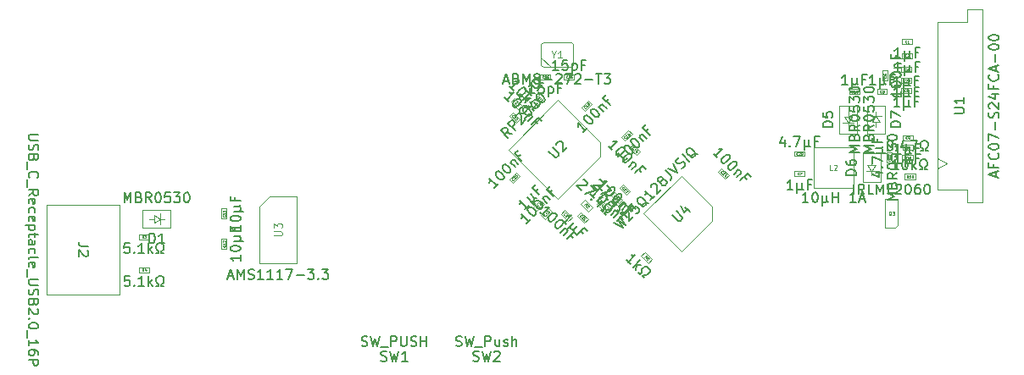
<source format=gbr>
%TF.GenerationSoftware,KiCad,Pcbnew,9.0.1*%
%TF.CreationDate,2025-10-31T20:13:03-04:00*%
%TF.ProjectId,arcus,61726375-732e-46b6-9963-61645f706362,2025-10-31*%
%TF.SameCoordinates,Original*%
%TF.FileFunction,AssemblyDrawing,Top*%
%FSLAX46Y46*%
G04 Gerber Fmt 4.6, Leading zero omitted, Abs format (unit mm)*
G04 Created by KiCad (PCBNEW 9.0.1) date 2025-10-31 20:13:03*
%MOMM*%
%LPD*%
G01*
G04 APERTURE LIST*
%ADD10C,0.150000*%
%ADD11C,0.040000*%
%ADD12C,0.075000*%
%ADD13C,0.120000*%
%ADD14C,0.050000*%
%ADD15C,0.105000*%
%ADD16C,0.100000*%
G04 APERTURE END LIST*
D10*
X171254819Y-83238094D02*
X170254819Y-83238094D01*
X170254819Y-83238094D02*
X170969104Y-82904761D01*
X170969104Y-82904761D02*
X170254819Y-82571428D01*
X170254819Y-82571428D02*
X171254819Y-82571428D01*
X170731009Y-81761904D02*
X170778628Y-81619047D01*
X170778628Y-81619047D02*
X170826247Y-81571428D01*
X170826247Y-81571428D02*
X170921485Y-81523809D01*
X170921485Y-81523809D02*
X171064342Y-81523809D01*
X171064342Y-81523809D02*
X171159580Y-81571428D01*
X171159580Y-81571428D02*
X171207200Y-81619047D01*
X171207200Y-81619047D02*
X171254819Y-81714285D01*
X171254819Y-81714285D02*
X171254819Y-82095237D01*
X171254819Y-82095237D02*
X170254819Y-82095237D01*
X170254819Y-82095237D02*
X170254819Y-81761904D01*
X170254819Y-81761904D02*
X170302438Y-81666666D01*
X170302438Y-81666666D02*
X170350057Y-81619047D01*
X170350057Y-81619047D02*
X170445295Y-81571428D01*
X170445295Y-81571428D02*
X170540533Y-81571428D01*
X170540533Y-81571428D02*
X170635771Y-81619047D01*
X170635771Y-81619047D02*
X170683390Y-81666666D01*
X170683390Y-81666666D02*
X170731009Y-81761904D01*
X170731009Y-81761904D02*
X170731009Y-82095237D01*
X171254819Y-80523809D02*
X170778628Y-80857142D01*
X171254819Y-81095237D02*
X170254819Y-81095237D01*
X170254819Y-81095237D02*
X170254819Y-80714285D01*
X170254819Y-80714285D02*
X170302438Y-80619047D01*
X170302438Y-80619047D02*
X170350057Y-80571428D01*
X170350057Y-80571428D02*
X170445295Y-80523809D01*
X170445295Y-80523809D02*
X170588152Y-80523809D01*
X170588152Y-80523809D02*
X170683390Y-80571428D01*
X170683390Y-80571428D02*
X170731009Y-80619047D01*
X170731009Y-80619047D02*
X170778628Y-80714285D01*
X170778628Y-80714285D02*
X170778628Y-81095237D01*
X170254819Y-79904761D02*
X170254819Y-79809523D01*
X170254819Y-79809523D02*
X170302438Y-79714285D01*
X170302438Y-79714285D02*
X170350057Y-79666666D01*
X170350057Y-79666666D02*
X170445295Y-79619047D01*
X170445295Y-79619047D02*
X170635771Y-79571428D01*
X170635771Y-79571428D02*
X170873866Y-79571428D01*
X170873866Y-79571428D02*
X171064342Y-79619047D01*
X171064342Y-79619047D02*
X171159580Y-79666666D01*
X171159580Y-79666666D02*
X171207200Y-79714285D01*
X171207200Y-79714285D02*
X171254819Y-79809523D01*
X171254819Y-79809523D02*
X171254819Y-79904761D01*
X171254819Y-79904761D02*
X171207200Y-79999999D01*
X171207200Y-79999999D02*
X171159580Y-80047618D01*
X171159580Y-80047618D02*
X171064342Y-80095237D01*
X171064342Y-80095237D02*
X170873866Y-80142856D01*
X170873866Y-80142856D02*
X170635771Y-80142856D01*
X170635771Y-80142856D02*
X170445295Y-80095237D01*
X170445295Y-80095237D02*
X170350057Y-80047618D01*
X170350057Y-80047618D02*
X170302438Y-79999999D01*
X170302438Y-79999999D02*
X170254819Y-79904761D01*
X170254819Y-78666666D02*
X170254819Y-79142856D01*
X170254819Y-79142856D02*
X170731009Y-79190475D01*
X170731009Y-79190475D02*
X170683390Y-79142856D01*
X170683390Y-79142856D02*
X170635771Y-79047618D01*
X170635771Y-79047618D02*
X170635771Y-78809523D01*
X170635771Y-78809523D02*
X170683390Y-78714285D01*
X170683390Y-78714285D02*
X170731009Y-78666666D01*
X170731009Y-78666666D02*
X170826247Y-78619047D01*
X170826247Y-78619047D02*
X171064342Y-78619047D01*
X171064342Y-78619047D02*
X171159580Y-78666666D01*
X171159580Y-78666666D02*
X171207200Y-78714285D01*
X171207200Y-78714285D02*
X171254819Y-78809523D01*
X171254819Y-78809523D02*
X171254819Y-79047618D01*
X171254819Y-79047618D02*
X171207200Y-79142856D01*
X171207200Y-79142856D02*
X171159580Y-79190475D01*
X170254819Y-78285713D02*
X170254819Y-77666666D01*
X170254819Y-77666666D02*
X170635771Y-77999999D01*
X170635771Y-77999999D02*
X170635771Y-77857142D01*
X170635771Y-77857142D02*
X170683390Y-77761904D01*
X170683390Y-77761904D02*
X170731009Y-77714285D01*
X170731009Y-77714285D02*
X170826247Y-77666666D01*
X170826247Y-77666666D02*
X171064342Y-77666666D01*
X171064342Y-77666666D02*
X171159580Y-77714285D01*
X171159580Y-77714285D02*
X171207200Y-77761904D01*
X171207200Y-77761904D02*
X171254819Y-77857142D01*
X171254819Y-77857142D02*
X171254819Y-78142856D01*
X171254819Y-78142856D02*
X171207200Y-78238094D01*
X171207200Y-78238094D02*
X171159580Y-78285713D01*
X170254819Y-77047618D02*
X170254819Y-76952380D01*
X170254819Y-76952380D02*
X170302438Y-76857142D01*
X170302438Y-76857142D02*
X170350057Y-76809523D01*
X170350057Y-76809523D02*
X170445295Y-76761904D01*
X170445295Y-76761904D02*
X170635771Y-76714285D01*
X170635771Y-76714285D02*
X170873866Y-76714285D01*
X170873866Y-76714285D02*
X171064342Y-76761904D01*
X171064342Y-76761904D02*
X171159580Y-76809523D01*
X171159580Y-76809523D02*
X171207200Y-76857142D01*
X171207200Y-76857142D02*
X171254819Y-76952380D01*
X171254819Y-76952380D02*
X171254819Y-77047618D01*
X171254819Y-77047618D02*
X171207200Y-77142856D01*
X171207200Y-77142856D02*
X171159580Y-77190475D01*
X171159580Y-77190475D02*
X171064342Y-77238094D01*
X171064342Y-77238094D02*
X170873866Y-77285713D01*
X170873866Y-77285713D02*
X170635771Y-77285713D01*
X170635771Y-77285713D02*
X170445295Y-77238094D01*
X170445295Y-77238094D02*
X170350057Y-77190475D01*
X170350057Y-77190475D02*
X170302438Y-77142856D01*
X170302438Y-77142856D02*
X170254819Y-77047618D01*
X175354819Y-80738094D02*
X174354819Y-80738094D01*
X174354819Y-80738094D02*
X174354819Y-80499999D01*
X174354819Y-80499999D02*
X174402438Y-80357142D01*
X174402438Y-80357142D02*
X174497676Y-80261904D01*
X174497676Y-80261904D02*
X174592914Y-80214285D01*
X174592914Y-80214285D02*
X174783390Y-80166666D01*
X174783390Y-80166666D02*
X174926247Y-80166666D01*
X174926247Y-80166666D02*
X175116723Y-80214285D01*
X175116723Y-80214285D02*
X175211961Y-80261904D01*
X175211961Y-80261904D02*
X175307200Y-80357142D01*
X175307200Y-80357142D02*
X175354819Y-80499999D01*
X175354819Y-80499999D02*
X175354819Y-80738094D01*
X174354819Y-79833332D02*
X174354819Y-79166666D01*
X174354819Y-79166666D02*
X175354819Y-79595237D01*
X175017561Y-88038094D02*
X174017561Y-88038094D01*
X174017561Y-88038094D02*
X174731846Y-87704761D01*
X174731846Y-87704761D02*
X174017561Y-87371428D01*
X174017561Y-87371428D02*
X175017561Y-87371428D01*
X174493751Y-86561904D02*
X174541370Y-86419047D01*
X174541370Y-86419047D02*
X174588989Y-86371428D01*
X174588989Y-86371428D02*
X174684227Y-86323809D01*
X174684227Y-86323809D02*
X174827084Y-86323809D01*
X174827084Y-86323809D02*
X174922322Y-86371428D01*
X174922322Y-86371428D02*
X174969942Y-86419047D01*
X174969942Y-86419047D02*
X175017561Y-86514285D01*
X175017561Y-86514285D02*
X175017561Y-86895237D01*
X175017561Y-86895237D02*
X174017561Y-86895237D01*
X174017561Y-86895237D02*
X174017561Y-86561904D01*
X174017561Y-86561904D02*
X174065180Y-86466666D01*
X174065180Y-86466666D02*
X174112799Y-86419047D01*
X174112799Y-86419047D02*
X174208037Y-86371428D01*
X174208037Y-86371428D02*
X174303275Y-86371428D01*
X174303275Y-86371428D02*
X174398513Y-86419047D01*
X174398513Y-86419047D02*
X174446132Y-86466666D01*
X174446132Y-86466666D02*
X174493751Y-86561904D01*
X174493751Y-86561904D02*
X174493751Y-86895237D01*
X175017561Y-85323809D02*
X174541370Y-85657142D01*
X175017561Y-85895237D02*
X174017561Y-85895237D01*
X174017561Y-85895237D02*
X174017561Y-85514285D01*
X174017561Y-85514285D02*
X174065180Y-85419047D01*
X174065180Y-85419047D02*
X174112799Y-85371428D01*
X174112799Y-85371428D02*
X174208037Y-85323809D01*
X174208037Y-85323809D02*
X174350894Y-85323809D01*
X174350894Y-85323809D02*
X174446132Y-85371428D01*
X174446132Y-85371428D02*
X174493751Y-85419047D01*
X174493751Y-85419047D02*
X174541370Y-85514285D01*
X174541370Y-85514285D02*
X174541370Y-85895237D01*
X174017561Y-84704761D02*
X174017561Y-84609523D01*
X174017561Y-84609523D02*
X174065180Y-84514285D01*
X174065180Y-84514285D02*
X174112799Y-84466666D01*
X174112799Y-84466666D02*
X174208037Y-84419047D01*
X174208037Y-84419047D02*
X174398513Y-84371428D01*
X174398513Y-84371428D02*
X174636608Y-84371428D01*
X174636608Y-84371428D02*
X174827084Y-84419047D01*
X174827084Y-84419047D02*
X174922322Y-84466666D01*
X174922322Y-84466666D02*
X174969942Y-84514285D01*
X174969942Y-84514285D02*
X175017561Y-84609523D01*
X175017561Y-84609523D02*
X175017561Y-84704761D01*
X175017561Y-84704761D02*
X174969942Y-84799999D01*
X174969942Y-84799999D02*
X174922322Y-84847618D01*
X174922322Y-84847618D02*
X174827084Y-84895237D01*
X174827084Y-84895237D02*
X174636608Y-84942856D01*
X174636608Y-84942856D02*
X174398513Y-84942856D01*
X174398513Y-84942856D02*
X174208037Y-84895237D01*
X174208037Y-84895237D02*
X174112799Y-84847618D01*
X174112799Y-84847618D02*
X174065180Y-84799999D01*
X174065180Y-84799999D02*
X174017561Y-84704761D01*
X174017561Y-83466666D02*
X174017561Y-83942856D01*
X174017561Y-83942856D02*
X174493751Y-83990475D01*
X174493751Y-83990475D02*
X174446132Y-83942856D01*
X174446132Y-83942856D02*
X174398513Y-83847618D01*
X174398513Y-83847618D02*
X174398513Y-83609523D01*
X174398513Y-83609523D02*
X174446132Y-83514285D01*
X174446132Y-83514285D02*
X174493751Y-83466666D01*
X174493751Y-83466666D02*
X174588989Y-83419047D01*
X174588989Y-83419047D02*
X174827084Y-83419047D01*
X174827084Y-83419047D02*
X174922322Y-83466666D01*
X174922322Y-83466666D02*
X174969942Y-83514285D01*
X174969942Y-83514285D02*
X175017561Y-83609523D01*
X175017561Y-83609523D02*
X175017561Y-83847618D01*
X175017561Y-83847618D02*
X174969942Y-83942856D01*
X174969942Y-83942856D02*
X174922322Y-83990475D01*
X174017561Y-83085713D02*
X174017561Y-82466666D01*
X174017561Y-82466666D02*
X174398513Y-82799999D01*
X174398513Y-82799999D02*
X174398513Y-82657142D01*
X174398513Y-82657142D02*
X174446132Y-82561904D01*
X174446132Y-82561904D02*
X174493751Y-82514285D01*
X174493751Y-82514285D02*
X174588989Y-82466666D01*
X174588989Y-82466666D02*
X174827084Y-82466666D01*
X174827084Y-82466666D02*
X174922322Y-82514285D01*
X174922322Y-82514285D02*
X174969942Y-82561904D01*
X174969942Y-82561904D02*
X175017561Y-82657142D01*
X175017561Y-82657142D02*
X175017561Y-82942856D01*
X175017561Y-82942856D02*
X174969942Y-83038094D01*
X174969942Y-83038094D02*
X174922322Y-83085713D01*
X174017561Y-81847618D02*
X174017561Y-81752380D01*
X174017561Y-81752380D02*
X174065180Y-81657142D01*
X174065180Y-81657142D02*
X174112799Y-81609523D01*
X174112799Y-81609523D02*
X174208037Y-81561904D01*
X174208037Y-81561904D02*
X174398513Y-81514285D01*
X174398513Y-81514285D02*
X174636608Y-81514285D01*
X174636608Y-81514285D02*
X174827084Y-81561904D01*
X174827084Y-81561904D02*
X174922322Y-81609523D01*
X174922322Y-81609523D02*
X174969942Y-81657142D01*
X174969942Y-81657142D02*
X175017561Y-81752380D01*
X175017561Y-81752380D02*
X175017561Y-81847618D01*
X175017561Y-81847618D02*
X174969942Y-81942856D01*
X174969942Y-81942856D02*
X174922322Y-81990475D01*
X174922322Y-81990475D02*
X174827084Y-82038094D01*
X174827084Y-82038094D02*
X174636608Y-82085713D01*
X174636608Y-82085713D02*
X174398513Y-82085713D01*
X174398513Y-82085713D02*
X174208037Y-82038094D01*
X174208037Y-82038094D02*
X174112799Y-81990475D01*
X174112799Y-81990475D02*
X174065180Y-81942856D01*
X174065180Y-81942856D02*
X174017561Y-81847618D01*
X170917561Y-85538094D02*
X169917561Y-85538094D01*
X169917561Y-85538094D02*
X169917561Y-85299999D01*
X169917561Y-85299999D02*
X169965180Y-85157142D01*
X169965180Y-85157142D02*
X170060418Y-85061904D01*
X170060418Y-85061904D02*
X170155656Y-85014285D01*
X170155656Y-85014285D02*
X170346132Y-84966666D01*
X170346132Y-84966666D02*
X170488989Y-84966666D01*
X170488989Y-84966666D02*
X170679465Y-85014285D01*
X170679465Y-85014285D02*
X170774703Y-85061904D01*
X170774703Y-85061904D02*
X170869942Y-85157142D01*
X170869942Y-85157142D02*
X170917561Y-85299999D01*
X170917561Y-85299999D02*
X170917561Y-85538094D01*
X169917561Y-84109523D02*
X169917561Y-84299999D01*
X169917561Y-84299999D02*
X169965180Y-84395237D01*
X169965180Y-84395237D02*
X170012799Y-84442856D01*
X170012799Y-84442856D02*
X170155656Y-84538094D01*
X170155656Y-84538094D02*
X170346132Y-84585713D01*
X170346132Y-84585713D02*
X170727084Y-84585713D01*
X170727084Y-84585713D02*
X170822322Y-84538094D01*
X170822322Y-84538094D02*
X170869942Y-84490475D01*
X170869942Y-84490475D02*
X170917561Y-84395237D01*
X170917561Y-84395237D02*
X170917561Y-84204761D01*
X170917561Y-84204761D02*
X170869942Y-84109523D01*
X170869942Y-84109523D02*
X170822322Y-84061904D01*
X170822322Y-84061904D02*
X170727084Y-84014285D01*
X170727084Y-84014285D02*
X170488989Y-84014285D01*
X170488989Y-84014285D02*
X170393751Y-84061904D01*
X170393751Y-84061904D02*
X170346132Y-84109523D01*
X170346132Y-84109523D02*
X170298513Y-84204761D01*
X170298513Y-84204761D02*
X170298513Y-84395237D01*
X170298513Y-84395237D02*
X170346132Y-84490475D01*
X170346132Y-84490475D02*
X170393751Y-84538094D01*
X170393751Y-84538094D02*
X170488989Y-84585713D01*
X172692077Y-83238094D02*
X171692077Y-83238094D01*
X171692077Y-83238094D02*
X172406362Y-82904761D01*
X172406362Y-82904761D02*
X171692077Y-82571428D01*
X171692077Y-82571428D02*
X172692077Y-82571428D01*
X172168267Y-81761904D02*
X172215886Y-81619047D01*
X172215886Y-81619047D02*
X172263505Y-81571428D01*
X172263505Y-81571428D02*
X172358743Y-81523809D01*
X172358743Y-81523809D02*
X172501600Y-81523809D01*
X172501600Y-81523809D02*
X172596838Y-81571428D01*
X172596838Y-81571428D02*
X172644458Y-81619047D01*
X172644458Y-81619047D02*
X172692077Y-81714285D01*
X172692077Y-81714285D02*
X172692077Y-82095237D01*
X172692077Y-82095237D02*
X171692077Y-82095237D01*
X171692077Y-82095237D02*
X171692077Y-81761904D01*
X171692077Y-81761904D02*
X171739696Y-81666666D01*
X171739696Y-81666666D02*
X171787315Y-81619047D01*
X171787315Y-81619047D02*
X171882553Y-81571428D01*
X171882553Y-81571428D02*
X171977791Y-81571428D01*
X171977791Y-81571428D02*
X172073029Y-81619047D01*
X172073029Y-81619047D02*
X172120648Y-81666666D01*
X172120648Y-81666666D02*
X172168267Y-81761904D01*
X172168267Y-81761904D02*
X172168267Y-82095237D01*
X172692077Y-80523809D02*
X172215886Y-80857142D01*
X172692077Y-81095237D02*
X171692077Y-81095237D01*
X171692077Y-81095237D02*
X171692077Y-80714285D01*
X171692077Y-80714285D02*
X171739696Y-80619047D01*
X171739696Y-80619047D02*
X171787315Y-80571428D01*
X171787315Y-80571428D02*
X171882553Y-80523809D01*
X171882553Y-80523809D02*
X172025410Y-80523809D01*
X172025410Y-80523809D02*
X172120648Y-80571428D01*
X172120648Y-80571428D02*
X172168267Y-80619047D01*
X172168267Y-80619047D02*
X172215886Y-80714285D01*
X172215886Y-80714285D02*
X172215886Y-81095237D01*
X171692077Y-79904761D02*
X171692077Y-79809523D01*
X171692077Y-79809523D02*
X171739696Y-79714285D01*
X171739696Y-79714285D02*
X171787315Y-79666666D01*
X171787315Y-79666666D02*
X171882553Y-79619047D01*
X171882553Y-79619047D02*
X172073029Y-79571428D01*
X172073029Y-79571428D02*
X172311124Y-79571428D01*
X172311124Y-79571428D02*
X172501600Y-79619047D01*
X172501600Y-79619047D02*
X172596838Y-79666666D01*
X172596838Y-79666666D02*
X172644458Y-79714285D01*
X172644458Y-79714285D02*
X172692077Y-79809523D01*
X172692077Y-79809523D02*
X172692077Y-79904761D01*
X172692077Y-79904761D02*
X172644458Y-79999999D01*
X172644458Y-79999999D02*
X172596838Y-80047618D01*
X172596838Y-80047618D02*
X172501600Y-80095237D01*
X172501600Y-80095237D02*
X172311124Y-80142856D01*
X172311124Y-80142856D02*
X172073029Y-80142856D01*
X172073029Y-80142856D02*
X171882553Y-80095237D01*
X171882553Y-80095237D02*
X171787315Y-80047618D01*
X171787315Y-80047618D02*
X171739696Y-79999999D01*
X171739696Y-79999999D02*
X171692077Y-79904761D01*
X171692077Y-78666666D02*
X171692077Y-79142856D01*
X171692077Y-79142856D02*
X172168267Y-79190475D01*
X172168267Y-79190475D02*
X172120648Y-79142856D01*
X172120648Y-79142856D02*
X172073029Y-79047618D01*
X172073029Y-79047618D02*
X172073029Y-78809523D01*
X172073029Y-78809523D02*
X172120648Y-78714285D01*
X172120648Y-78714285D02*
X172168267Y-78666666D01*
X172168267Y-78666666D02*
X172263505Y-78619047D01*
X172263505Y-78619047D02*
X172501600Y-78619047D01*
X172501600Y-78619047D02*
X172596838Y-78666666D01*
X172596838Y-78666666D02*
X172644458Y-78714285D01*
X172644458Y-78714285D02*
X172692077Y-78809523D01*
X172692077Y-78809523D02*
X172692077Y-79047618D01*
X172692077Y-79047618D02*
X172644458Y-79142856D01*
X172644458Y-79142856D02*
X172596838Y-79190475D01*
X171692077Y-78285713D02*
X171692077Y-77666666D01*
X171692077Y-77666666D02*
X172073029Y-77999999D01*
X172073029Y-77999999D02*
X172073029Y-77857142D01*
X172073029Y-77857142D02*
X172120648Y-77761904D01*
X172120648Y-77761904D02*
X172168267Y-77714285D01*
X172168267Y-77714285D02*
X172263505Y-77666666D01*
X172263505Y-77666666D02*
X172501600Y-77666666D01*
X172501600Y-77666666D02*
X172596838Y-77714285D01*
X172596838Y-77714285D02*
X172644458Y-77761904D01*
X172644458Y-77761904D02*
X172692077Y-77857142D01*
X172692077Y-77857142D02*
X172692077Y-78142856D01*
X172692077Y-78142856D02*
X172644458Y-78238094D01*
X172644458Y-78238094D02*
X172596838Y-78285713D01*
X171692077Y-77047618D02*
X171692077Y-76952380D01*
X171692077Y-76952380D02*
X171739696Y-76857142D01*
X171739696Y-76857142D02*
X171787315Y-76809523D01*
X171787315Y-76809523D02*
X171882553Y-76761904D01*
X171882553Y-76761904D02*
X172073029Y-76714285D01*
X172073029Y-76714285D02*
X172311124Y-76714285D01*
X172311124Y-76714285D02*
X172501600Y-76761904D01*
X172501600Y-76761904D02*
X172596838Y-76809523D01*
X172596838Y-76809523D02*
X172644458Y-76857142D01*
X172644458Y-76857142D02*
X172692077Y-76952380D01*
X172692077Y-76952380D02*
X172692077Y-77047618D01*
X172692077Y-77047618D02*
X172644458Y-77142856D01*
X172644458Y-77142856D02*
X172596838Y-77190475D01*
X172596838Y-77190475D02*
X172501600Y-77238094D01*
X172501600Y-77238094D02*
X172311124Y-77285713D01*
X172311124Y-77285713D02*
X172073029Y-77285713D01*
X172073029Y-77285713D02*
X171882553Y-77238094D01*
X171882553Y-77238094D02*
X171787315Y-77190475D01*
X171787315Y-77190475D02*
X171739696Y-77142856D01*
X171739696Y-77142856D02*
X171692077Y-77047618D01*
X168592077Y-80738094D02*
X167592077Y-80738094D01*
X167592077Y-80738094D02*
X167592077Y-80499999D01*
X167592077Y-80499999D02*
X167639696Y-80357142D01*
X167639696Y-80357142D02*
X167734934Y-80261904D01*
X167734934Y-80261904D02*
X167830172Y-80214285D01*
X167830172Y-80214285D02*
X168020648Y-80166666D01*
X168020648Y-80166666D02*
X168163505Y-80166666D01*
X168163505Y-80166666D02*
X168353981Y-80214285D01*
X168353981Y-80214285D02*
X168449219Y-80261904D01*
X168449219Y-80261904D02*
X168544458Y-80357142D01*
X168544458Y-80357142D02*
X168592077Y-80499999D01*
X168592077Y-80499999D02*
X168592077Y-80738094D01*
X167592077Y-79261904D02*
X167592077Y-79738094D01*
X167592077Y-79738094D02*
X168068267Y-79785713D01*
X168068267Y-79785713D02*
X168020648Y-79738094D01*
X168020648Y-79738094D02*
X167973029Y-79642856D01*
X167973029Y-79642856D02*
X167973029Y-79404761D01*
X167973029Y-79404761D02*
X168020648Y-79309523D01*
X168020648Y-79309523D02*
X168068267Y-79261904D01*
X168068267Y-79261904D02*
X168163505Y-79214285D01*
X168163505Y-79214285D02*
X168401600Y-79214285D01*
X168401600Y-79214285D02*
X168496838Y-79261904D01*
X168496838Y-79261904D02*
X168544458Y-79309523D01*
X168544458Y-79309523D02*
X168592077Y-79404761D01*
X168592077Y-79404761D02*
X168592077Y-79642856D01*
X168592077Y-79642856D02*
X168544458Y-79738094D01*
X168544458Y-79738094D02*
X168496838Y-79785713D01*
X97816905Y-88274819D02*
X97816905Y-87274819D01*
X97816905Y-87274819D02*
X98150238Y-87989104D01*
X98150238Y-87989104D02*
X98483571Y-87274819D01*
X98483571Y-87274819D02*
X98483571Y-88274819D01*
X99293095Y-87751009D02*
X99435952Y-87798628D01*
X99435952Y-87798628D02*
X99483571Y-87846247D01*
X99483571Y-87846247D02*
X99531190Y-87941485D01*
X99531190Y-87941485D02*
X99531190Y-88084342D01*
X99531190Y-88084342D02*
X99483571Y-88179580D01*
X99483571Y-88179580D02*
X99435952Y-88227200D01*
X99435952Y-88227200D02*
X99340714Y-88274819D01*
X99340714Y-88274819D02*
X98959762Y-88274819D01*
X98959762Y-88274819D02*
X98959762Y-87274819D01*
X98959762Y-87274819D02*
X99293095Y-87274819D01*
X99293095Y-87274819D02*
X99388333Y-87322438D01*
X99388333Y-87322438D02*
X99435952Y-87370057D01*
X99435952Y-87370057D02*
X99483571Y-87465295D01*
X99483571Y-87465295D02*
X99483571Y-87560533D01*
X99483571Y-87560533D02*
X99435952Y-87655771D01*
X99435952Y-87655771D02*
X99388333Y-87703390D01*
X99388333Y-87703390D02*
X99293095Y-87751009D01*
X99293095Y-87751009D02*
X98959762Y-87751009D01*
X100531190Y-88274819D02*
X100197857Y-87798628D01*
X99959762Y-88274819D02*
X99959762Y-87274819D01*
X99959762Y-87274819D02*
X100340714Y-87274819D01*
X100340714Y-87274819D02*
X100435952Y-87322438D01*
X100435952Y-87322438D02*
X100483571Y-87370057D01*
X100483571Y-87370057D02*
X100531190Y-87465295D01*
X100531190Y-87465295D02*
X100531190Y-87608152D01*
X100531190Y-87608152D02*
X100483571Y-87703390D01*
X100483571Y-87703390D02*
X100435952Y-87751009D01*
X100435952Y-87751009D02*
X100340714Y-87798628D01*
X100340714Y-87798628D02*
X99959762Y-87798628D01*
X101150238Y-87274819D02*
X101245476Y-87274819D01*
X101245476Y-87274819D02*
X101340714Y-87322438D01*
X101340714Y-87322438D02*
X101388333Y-87370057D01*
X101388333Y-87370057D02*
X101435952Y-87465295D01*
X101435952Y-87465295D02*
X101483571Y-87655771D01*
X101483571Y-87655771D02*
X101483571Y-87893866D01*
X101483571Y-87893866D02*
X101435952Y-88084342D01*
X101435952Y-88084342D02*
X101388333Y-88179580D01*
X101388333Y-88179580D02*
X101340714Y-88227200D01*
X101340714Y-88227200D02*
X101245476Y-88274819D01*
X101245476Y-88274819D02*
X101150238Y-88274819D01*
X101150238Y-88274819D02*
X101055000Y-88227200D01*
X101055000Y-88227200D02*
X101007381Y-88179580D01*
X101007381Y-88179580D02*
X100959762Y-88084342D01*
X100959762Y-88084342D02*
X100912143Y-87893866D01*
X100912143Y-87893866D02*
X100912143Y-87655771D01*
X100912143Y-87655771D02*
X100959762Y-87465295D01*
X100959762Y-87465295D02*
X101007381Y-87370057D01*
X101007381Y-87370057D02*
X101055000Y-87322438D01*
X101055000Y-87322438D02*
X101150238Y-87274819D01*
X102388333Y-87274819D02*
X101912143Y-87274819D01*
X101912143Y-87274819D02*
X101864524Y-87751009D01*
X101864524Y-87751009D02*
X101912143Y-87703390D01*
X101912143Y-87703390D02*
X102007381Y-87655771D01*
X102007381Y-87655771D02*
X102245476Y-87655771D01*
X102245476Y-87655771D02*
X102340714Y-87703390D01*
X102340714Y-87703390D02*
X102388333Y-87751009D01*
X102388333Y-87751009D02*
X102435952Y-87846247D01*
X102435952Y-87846247D02*
X102435952Y-88084342D01*
X102435952Y-88084342D02*
X102388333Y-88179580D01*
X102388333Y-88179580D02*
X102340714Y-88227200D01*
X102340714Y-88227200D02*
X102245476Y-88274819D01*
X102245476Y-88274819D02*
X102007381Y-88274819D01*
X102007381Y-88274819D02*
X101912143Y-88227200D01*
X101912143Y-88227200D02*
X101864524Y-88179580D01*
X102769286Y-87274819D02*
X103388333Y-87274819D01*
X103388333Y-87274819D02*
X103055000Y-87655771D01*
X103055000Y-87655771D02*
X103197857Y-87655771D01*
X103197857Y-87655771D02*
X103293095Y-87703390D01*
X103293095Y-87703390D02*
X103340714Y-87751009D01*
X103340714Y-87751009D02*
X103388333Y-87846247D01*
X103388333Y-87846247D02*
X103388333Y-88084342D01*
X103388333Y-88084342D02*
X103340714Y-88179580D01*
X103340714Y-88179580D02*
X103293095Y-88227200D01*
X103293095Y-88227200D02*
X103197857Y-88274819D01*
X103197857Y-88274819D02*
X102912143Y-88274819D01*
X102912143Y-88274819D02*
X102816905Y-88227200D01*
X102816905Y-88227200D02*
X102769286Y-88179580D01*
X104007381Y-87274819D02*
X104102619Y-87274819D01*
X104102619Y-87274819D02*
X104197857Y-87322438D01*
X104197857Y-87322438D02*
X104245476Y-87370057D01*
X104245476Y-87370057D02*
X104293095Y-87465295D01*
X104293095Y-87465295D02*
X104340714Y-87655771D01*
X104340714Y-87655771D02*
X104340714Y-87893866D01*
X104340714Y-87893866D02*
X104293095Y-88084342D01*
X104293095Y-88084342D02*
X104245476Y-88179580D01*
X104245476Y-88179580D02*
X104197857Y-88227200D01*
X104197857Y-88227200D02*
X104102619Y-88274819D01*
X104102619Y-88274819D02*
X104007381Y-88274819D01*
X104007381Y-88274819D02*
X103912143Y-88227200D01*
X103912143Y-88227200D02*
X103864524Y-88179580D01*
X103864524Y-88179580D02*
X103816905Y-88084342D01*
X103816905Y-88084342D02*
X103769286Y-87893866D01*
X103769286Y-87893866D02*
X103769286Y-87655771D01*
X103769286Y-87655771D02*
X103816905Y-87465295D01*
X103816905Y-87465295D02*
X103864524Y-87370057D01*
X103864524Y-87370057D02*
X103912143Y-87322438D01*
X103912143Y-87322438D02*
X104007381Y-87274819D01*
X100316905Y-92374819D02*
X100316905Y-91374819D01*
X100316905Y-91374819D02*
X100555000Y-91374819D01*
X100555000Y-91374819D02*
X100697857Y-91422438D01*
X100697857Y-91422438D02*
X100793095Y-91517676D01*
X100793095Y-91517676D02*
X100840714Y-91612914D01*
X100840714Y-91612914D02*
X100888333Y-91803390D01*
X100888333Y-91803390D02*
X100888333Y-91946247D01*
X100888333Y-91946247D02*
X100840714Y-92136723D01*
X100840714Y-92136723D02*
X100793095Y-92231961D01*
X100793095Y-92231961D02*
X100697857Y-92327200D01*
X100697857Y-92327200D02*
X100555000Y-92374819D01*
X100555000Y-92374819D02*
X100316905Y-92374819D01*
X101840714Y-92374819D02*
X101269286Y-92374819D01*
X101555000Y-92374819D02*
X101555000Y-91374819D01*
X101555000Y-91374819D02*
X101459762Y-91517676D01*
X101459762Y-91517676D02*
X101364524Y-91612914D01*
X101364524Y-91612914D02*
X101269286Y-91660533D01*
X164596075Y-87014819D02*
X164024647Y-87014819D01*
X164310361Y-87014819D02*
X164310361Y-86014819D01*
X164310361Y-86014819D02*
X164215123Y-86157676D01*
X164215123Y-86157676D02*
X164119885Y-86252914D01*
X164119885Y-86252914D02*
X164024647Y-86300533D01*
X165024647Y-86348152D02*
X165024647Y-87348152D01*
X165500837Y-86871961D02*
X165548456Y-86967200D01*
X165548456Y-86967200D02*
X165643694Y-87014819D01*
X165024647Y-86871961D02*
X165072266Y-86967200D01*
X165072266Y-86967200D02*
X165167504Y-87014819D01*
X165167504Y-87014819D02*
X165357980Y-87014819D01*
X165357980Y-87014819D02*
X165453218Y-86967200D01*
X165453218Y-86967200D02*
X165500837Y-86871961D01*
X165500837Y-86871961D02*
X165500837Y-86348152D01*
X166405599Y-86491009D02*
X166072266Y-86491009D01*
X166072266Y-87014819D02*
X166072266Y-86014819D01*
X166072266Y-86014819D02*
X166548456Y-86014819D01*
D11*
X165221075Y-85489765D02*
X165209171Y-85501670D01*
X165209171Y-85501670D02*
X165173456Y-85513574D01*
X165173456Y-85513574D02*
X165149647Y-85513574D01*
X165149647Y-85513574D02*
X165113933Y-85501670D01*
X165113933Y-85501670D02*
X165090123Y-85477860D01*
X165090123Y-85477860D02*
X165078218Y-85454050D01*
X165078218Y-85454050D02*
X165066314Y-85406431D01*
X165066314Y-85406431D02*
X165066314Y-85370717D01*
X165066314Y-85370717D02*
X165078218Y-85323098D01*
X165078218Y-85323098D02*
X165090123Y-85299289D01*
X165090123Y-85299289D02*
X165113933Y-85275479D01*
X165113933Y-85275479D02*
X165149647Y-85263574D01*
X165149647Y-85263574D02*
X165173456Y-85263574D01*
X165173456Y-85263574D02*
X165209171Y-85275479D01*
X165209171Y-85275479D02*
X165221075Y-85287384D01*
X165304409Y-85263574D02*
X165471075Y-85263574D01*
X165471075Y-85263574D02*
X165363933Y-85513574D01*
D10*
X175414819Y-77147619D02*
X175414819Y-77719047D01*
X175414819Y-77433333D02*
X174414819Y-77433333D01*
X174414819Y-77433333D02*
X174557676Y-77528571D01*
X174557676Y-77528571D02*
X174652914Y-77623809D01*
X174652914Y-77623809D02*
X174700533Y-77719047D01*
X174414819Y-76528571D02*
X174414819Y-76433333D01*
X174414819Y-76433333D02*
X174462438Y-76338095D01*
X174462438Y-76338095D02*
X174510057Y-76290476D01*
X174510057Y-76290476D02*
X174605295Y-76242857D01*
X174605295Y-76242857D02*
X174795771Y-76195238D01*
X174795771Y-76195238D02*
X175033866Y-76195238D01*
X175033866Y-76195238D02*
X175224342Y-76242857D01*
X175224342Y-76242857D02*
X175319580Y-76290476D01*
X175319580Y-76290476D02*
X175367200Y-76338095D01*
X175367200Y-76338095D02*
X175414819Y-76433333D01*
X175414819Y-76433333D02*
X175414819Y-76528571D01*
X175414819Y-76528571D02*
X175367200Y-76623809D01*
X175367200Y-76623809D02*
X175319580Y-76671428D01*
X175319580Y-76671428D02*
X175224342Y-76719047D01*
X175224342Y-76719047D02*
X175033866Y-76766666D01*
X175033866Y-76766666D02*
X174795771Y-76766666D01*
X174795771Y-76766666D02*
X174605295Y-76719047D01*
X174605295Y-76719047D02*
X174510057Y-76671428D01*
X174510057Y-76671428D02*
X174462438Y-76623809D01*
X174462438Y-76623809D02*
X174414819Y-76528571D01*
X174414819Y-75576190D02*
X174414819Y-75480952D01*
X174414819Y-75480952D02*
X174462438Y-75385714D01*
X174462438Y-75385714D02*
X174510057Y-75338095D01*
X174510057Y-75338095D02*
X174605295Y-75290476D01*
X174605295Y-75290476D02*
X174795771Y-75242857D01*
X174795771Y-75242857D02*
X175033866Y-75242857D01*
X175033866Y-75242857D02*
X175224342Y-75290476D01*
X175224342Y-75290476D02*
X175319580Y-75338095D01*
X175319580Y-75338095D02*
X175367200Y-75385714D01*
X175367200Y-75385714D02*
X175414819Y-75480952D01*
X175414819Y-75480952D02*
X175414819Y-75576190D01*
X175414819Y-75576190D02*
X175367200Y-75671428D01*
X175367200Y-75671428D02*
X175319580Y-75719047D01*
X175319580Y-75719047D02*
X175224342Y-75766666D01*
X175224342Y-75766666D02*
X175033866Y-75814285D01*
X175033866Y-75814285D02*
X174795771Y-75814285D01*
X174795771Y-75814285D02*
X174605295Y-75766666D01*
X174605295Y-75766666D02*
X174510057Y-75719047D01*
X174510057Y-75719047D02*
X174462438Y-75671428D01*
X174462438Y-75671428D02*
X174414819Y-75576190D01*
X174748152Y-74814285D02*
X175414819Y-74814285D01*
X174843390Y-74814285D02*
X174795771Y-74766666D01*
X174795771Y-74766666D02*
X174748152Y-74671428D01*
X174748152Y-74671428D02*
X174748152Y-74528571D01*
X174748152Y-74528571D02*
X174795771Y-74433333D01*
X174795771Y-74433333D02*
X174891009Y-74385714D01*
X174891009Y-74385714D02*
X175414819Y-74385714D01*
X174891009Y-73576190D02*
X174891009Y-73909523D01*
X175414819Y-73909523D02*
X174414819Y-73909523D01*
X174414819Y-73909523D02*
X174414819Y-73433333D01*
D11*
X173889765Y-75641666D02*
X173901670Y-75653570D01*
X173901670Y-75653570D02*
X173913574Y-75689285D01*
X173913574Y-75689285D02*
X173913574Y-75713094D01*
X173913574Y-75713094D02*
X173901670Y-75748808D01*
X173901670Y-75748808D02*
X173877860Y-75772618D01*
X173877860Y-75772618D02*
X173854050Y-75784523D01*
X173854050Y-75784523D02*
X173806431Y-75796427D01*
X173806431Y-75796427D02*
X173770717Y-75796427D01*
X173770717Y-75796427D02*
X173723098Y-75784523D01*
X173723098Y-75784523D02*
X173699289Y-75772618D01*
X173699289Y-75772618D02*
X173675479Y-75748808D01*
X173675479Y-75748808D02*
X173663574Y-75713094D01*
X173663574Y-75713094D02*
X173663574Y-75689285D01*
X173663574Y-75689285D02*
X173675479Y-75653570D01*
X173675479Y-75653570D02*
X173687384Y-75641666D01*
X173663574Y-75427380D02*
X173663574Y-75474999D01*
X173663574Y-75474999D02*
X173675479Y-75498808D01*
X173675479Y-75498808D02*
X173687384Y-75510713D01*
X173687384Y-75510713D02*
X173723098Y-75534523D01*
X173723098Y-75534523D02*
X173770717Y-75546427D01*
X173770717Y-75546427D02*
X173865955Y-75546427D01*
X173865955Y-75546427D02*
X173889765Y-75534523D01*
X173889765Y-75534523D02*
X173901670Y-75522618D01*
X173901670Y-75522618D02*
X173913574Y-75498808D01*
X173913574Y-75498808D02*
X173913574Y-75451189D01*
X173913574Y-75451189D02*
X173901670Y-75427380D01*
X173901670Y-75427380D02*
X173889765Y-75415475D01*
X173889765Y-75415475D02*
X173865955Y-75403570D01*
X173865955Y-75403570D02*
X173806431Y-75403570D01*
X173806431Y-75403570D02*
X173782622Y-75415475D01*
X173782622Y-75415475D02*
X173770717Y-75427380D01*
X173770717Y-75427380D02*
X173758812Y-75451189D01*
X173758812Y-75451189D02*
X173758812Y-75498808D01*
X173758812Y-75498808D02*
X173770717Y-75522618D01*
X173770717Y-75522618D02*
X173782622Y-75534523D01*
X173782622Y-75534523D02*
X173806431Y-75546427D01*
D10*
X138799713Y-77358042D02*
X138228285Y-77358042D01*
X138513999Y-77358042D02*
X138513999Y-76358042D01*
X138513999Y-76358042D02*
X138418761Y-76500899D01*
X138418761Y-76500899D02*
X138323523Y-76596137D01*
X138323523Y-76596137D02*
X138228285Y-76643756D01*
X139704475Y-76358042D02*
X139228285Y-76358042D01*
X139228285Y-76358042D02*
X139180666Y-76834232D01*
X139180666Y-76834232D02*
X139228285Y-76786613D01*
X139228285Y-76786613D02*
X139323523Y-76738994D01*
X139323523Y-76738994D02*
X139561618Y-76738994D01*
X139561618Y-76738994D02*
X139656856Y-76786613D01*
X139656856Y-76786613D02*
X139704475Y-76834232D01*
X139704475Y-76834232D02*
X139752094Y-76929470D01*
X139752094Y-76929470D02*
X139752094Y-77167565D01*
X139752094Y-77167565D02*
X139704475Y-77262803D01*
X139704475Y-77262803D02*
X139656856Y-77310423D01*
X139656856Y-77310423D02*
X139561618Y-77358042D01*
X139561618Y-77358042D02*
X139323523Y-77358042D01*
X139323523Y-77358042D02*
X139228285Y-77310423D01*
X139228285Y-77310423D02*
X139180666Y-77262803D01*
X140180666Y-76691375D02*
X140180666Y-77691375D01*
X140180666Y-76738994D02*
X140275904Y-76691375D01*
X140275904Y-76691375D02*
X140466380Y-76691375D01*
X140466380Y-76691375D02*
X140561618Y-76738994D01*
X140561618Y-76738994D02*
X140609237Y-76786613D01*
X140609237Y-76786613D02*
X140656856Y-76881851D01*
X140656856Y-76881851D02*
X140656856Y-77167565D01*
X140656856Y-77167565D02*
X140609237Y-77262803D01*
X140609237Y-77262803D02*
X140561618Y-77310423D01*
X140561618Y-77310423D02*
X140466380Y-77358042D01*
X140466380Y-77358042D02*
X140275904Y-77358042D01*
X140275904Y-77358042D02*
X140180666Y-77310423D01*
X141418761Y-76834232D02*
X141085428Y-76834232D01*
X141085428Y-77358042D02*
X141085428Y-76358042D01*
X141085428Y-76358042D02*
X141561618Y-76358042D01*
D11*
X139710427Y-75832988D02*
X139698523Y-75844893D01*
X139698523Y-75844893D02*
X139662808Y-75856797D01*
X139662808Y-75856797D02*
X139638999Y-75856797D01*
X139638999Y-75856797D02*
X139603285Y-75844893D01*
X139603285Y-75844893D02*
X139579475Y-75821083D01*
X139579475Y-75821083D02*
X139567570Y-75797273D01*
X139567570Y-75797273D02*
X139555666Y-75749654D01*
X139555666Y-75749654D02*
X139555666Y-75713940D01*
X139555666Y-75713940D02*
X139567570Y-75666321D01*
X139567570Y-75666321D02*
X139579475Y-75642512D01*
X139579475Y-75642512D02*
X139603285Y-75618702D01*
X139603285Y-75618702D02*
X139638999Y-75606797D01*
X139638999Y-75606797D02*
X139662808Y-75606797D01*
X139662808Y-75606797D02*
X139698523Y-75618702D01*
X139698523Y-75618702D02*
X139710427Y-75630607D01*
X139805666Y-75630607D02*
X139817570Y-75618702D01*
X139817570Y-75618702D02*
X139841380Y-75606797D01*
X139841380Y-75606797D02*
X139900904Y-75606797D01*
X139900904Y-75606797D02*
X139924713Y-75618702D01*
X139924713Y-75618702D02*
X139936618Y-75630607D01*
X139936618Y-75630607D02*
X139948523Y-75654416D01*
X139948523Y-75654416D02*
X139948523Y-75678226D01*
X139948523Y-75678226D02*
X139936618Y-75713940D01*
X139936618Y-75713940D02*
X139793761Y-75856797D01*
X139793761Y-75856797D02*
X139948523Y-75856797D01*
X140162808Y-75606797D02*
X140115189Y-75606797D01*
X140115189Y-75606797D02*
X140091380Y-75618702D01*
X140091380Y-75618702D02*
X140079475Y-75630607D01*
X140079475Y-75630607D02*
X140055665Y-75666321D01*
X140055665Y-75666321D02*
X140043761Y-75713940D01*
X140043761Y-75713940D02*
X140043761Y-75809178D01*
X140043761Y-75809178D02*
X140055665Y-75832988D01*
X140055665Y-75832988D02*
X140067570Y-75844893D01*
X140067570Y-75844893D02*
X140091380Y-75856797D01*
X140091380Y-75856797D02*
X140138999Y-75856797D01*
X140138999Y-75856797D02*
X140162808Y-75844893D01*
X140162808Y-75844893D02*
X140174713Y-75832988D01*
X140174713Y-75832988D02*
X140186618Y-75809178D01*
X140186618Y-75809178D02*
X140186618Y-75749654D01*
X140186618Y-75749654D02*
X140174713Y-75725845D01*
X140174713Y-75725845D02*
X140162808Y-75713940D01*
X140162808Y-75713940D02*
X140138999Y-75702035D01*
X140138999Y-75702035D02*
X140091380Y-75702035D01*
X140091380Y-75702035D02*
X140067570Y-75713940D01*
X140067570Y-75713940D02*
X140055665Y-75725845D01*
X140055665Y-75725845D02*
X140043761Y-75749654D01*
D10*
X145297587Y-86006642D02*
X145364931Y-86006642D01*
X145364931Y-86006642D02*
X145465946Y-86040313D01*
X145465946Y-86040313D02*
X145634305Y-86208672D01*
X145634305Y-86208672D02*
X145667976Y-86309687D01*
X145667976Y-86309687D02*
X145667976Y-86377031D01*
X145667976Y-86377031D02*
X145634305Y-86478046D01*
X145634305Y-86478046D02*
X145566961Y-86545390D01*
X145566961Y-86545390D02*
X145432274Y-86612733D01*
X145432274Y-86612733D02*
X144624152Y-86612733D01*
X144624152Y-86612733D02*
X145061885Y-87050466D01*
X146004694Y-86579062D02*
X146476098Y-87050466D01*
X146476098Y-87050466D02*
X145465946Y-87454527D01*
X146105709Y-87959603D02*
X146105709Y-88026947D01*
X146105709Y-88026947D02*
X146038366Y-88026947D01*
X146038366Y-88026947D02*
X146038366Y-87959603D01*
X146038366Y-87959603D02*
X146105709Y-87959603D01*
X146105709Y-87959603D02*
X146038366Y-88026947D01*
X147149533Y-88195305D02*
X146678129Y-88666710D01*
X147250548Y-87757573D02*
X146577113Y-88094290D01*
X146577113Y-88094290D02*
X147014846Y-88532023D01*
X147014846Y-89003427D02*
X147183205Y-89171786D01*
X147183205Y-89171786D02*
X147317892Y-89037099D01*
X147317892Y-89037099D02*
X147284220Y-88936084D01*
X147284220Y-88936084D02*
X147284220Y-88801397D01*
X147284220Y-88801397D02*
X147351564Y-88666710D01*
X147351564Y-88666710D02*
X147519922Y-88498351D01*
X147519922Y-88498351D02*
X147654609Y-88431008D01*
X147654609Y-88431008D02*
X147789296Y-88431008D01*
X147789296Y-88431008D02*
X147923983Y-88498351D01*
X147923983Y-88498351D02*
X148058670Y-88633038D01*
X148058670Y-88633038D02*
X148126014Y-88767725D01*
X148126014Y-88767725D02*
X148126014Y-88902412D01*
X148126014Y-88902412D02*
X148058670Y-89037099D01*
X148058670Y-89037099D02*
X147890312Y-89205458D01*
X147890312Y-89205458D02*
X147755625Y-89272801D01*
X147755625Y-89272801D02*
X147620938Y-89272801D01*
X147620938Y-89272801D02*
X147519922Y-89239130D01*
X147519922Y-89239130D02*
X147385235Y-89373817D01*
X147385235Y-89373817D02*
X147553594Y-89542175D01*
D11*
X145485778Y-88652939D02*
X145512042Y-88504110D01*
X145380722Y-88547883D02*
X145564570Y-88364036D01*
X145564570Y-88364036D02*
X145634607Y-88434073D01*
X145634607Y-88434073D02*
X145643362Y-88460337D01*
X145643362Y-88460337D02*
X145643362Y-88477846D01*
X145643362Y-88477846D02*
X145634607Y-88504110D01*
X145634607Y-88504110D02*
X145608343Y-88530374D01*
X145608343Y-88530374D02*
X145582079Y-88539129D01*
X145582079Y-88539129D02*
X145564570Y-88539129D01*
X145564570Y-88539129D02*
X145538306Y-88530374D01*
X145538306Y-88530374D02*
X145468269Y-88460337D01*
X145660871Y-88828032D02*
X145555815Y-88722977D01*
X145608343Y-88775504D02*
X145792191Y-88591657D01*
X145792191Y-88591657D02*
X145748418Y-88600411D01*
X145748418Y-88600411D02*
X145713399Y-88600411D01*
X145713399Y-88600411D02*
X145687135Y-88591657D01*
D10*
X174253218Y-82084819D02*
X174348456Y-82084819D01*
X174348456Y-82084819D02*
X174443694Y-82132438D01*
X174443694Y-82132438D02*
X174491313Y-82180057D01*
X174491313Y-82180057D02*
X174538932Y-82275295D01*
X174538932Y-82275295D02*
X174586551Y-82465771D01*
X174586551Y-82465771D02*
X174586551Y-82703866D01*
X174586551Y-82703866D02*
X174538932Y-82894342D01*
X174538932Y-82894342D02*
X174491313Y-82989580D01*
X174491313Y-82989580D02*
X174443694Y-83037200D01*
X174443694Y-83037200D02*
X174348456Y-83084819D01*
X174348456Y-83084819D02*
X174253218Y-83084819D01*
X174253218Y-83084819D02*
X174157980Y-83037200D01*
X174157980Y-83037200D02*
X174110361Y-82989580D01*
X174110361Y-82989580D02*
X174062742Y-82894342D01*
X174062742Y-82894342D02*
X174015123Y-82703866D01*
X174015123Y-82703866D02*
X174015123Y-82465771D01*
X174015123Y-82465771D02*
X174062742Y-82275295D01*
X174062742Y-82275295D02*
X174110361Y-82180057D01*
X174110361Y-82180057D02*
X174157980Y-82132438D01*
X174157980Y-82132438D02*
X174253218Y-82084819D01*
X175015123Y-82989580D02*
X175062742Y-83037200D01*
X175062742Y-83037200D02*
X175015123Y-83084819D01*
X175015123Y-83084819D02*
X174967504Y-83037200D01*
X174967504Y-83037200D02*
X175015123Y-82989580D01*
X175015123Y-82989580D02*
X175015123Y-83084819D01*
X175919884Y-82418152D02*
X175919884Y-83084819D01*
X175681789Y-82037200D02*
X175443694Y-82751485D01*
X175443694Y-82751485D02*
X176062741Y-82751485D01*
X176348456Y-82084819D02*
X177015122Y-82084819D01*
X177015122Y-82084819D02*
X176586551Y-83084819D01*
X177348456Y-83084819D02*
X177586551Y-83084819D01*
X177586551Y-83084819D02*
X177586551Y-82894342D01*
X177586551Y-82894342D02*
X177491313Y-82846723D01*
X177491313Y-82846723D02*
X177396075Y-82751485D01*
X177396075Y-82751485D02*
X177348456Y-82608628D01*
X177348456Y-82608628D02*
X177348456Y-82370533D01*
X177348456Y-82370533D02*
X177396075Y-82227676D01*
X177396075Y-82227676D02*
X177491313Y-82132438D01*
X177491313Y-82132438D02*
X177634170Y-82084819D01*
X177634170Y-82084819D02*
X177824646Y-82084819D01*
X177824646Y-82084819D02*
X177967503Y-82132438D01*
X177967503Y-82132438D02*
X178062741Y-82227676D01*
X178062741Y-82227676D02*
X178110360Y-82370533D01*
X178110360Y-82370533D02*
X178110360Y-82608628D01*
X178110360Y-82608628D02*
X178062741Y-82751485D01*
X178062741Y-82751485D02*
X177967503Y-82846723D01*
X177967503Y-82846723D02*
X177872265Y-82894342D01*
X177872265Y-82894342D02*
X177872265Y-83084819D01*
X177872265Y-83084819D02*
X178110360Y-83084819D01*
D11*
X175895599Y-83918200D02*
X175808932Y-83794391D01*
X175747027Y-83918200D02*
X175747027Y-83658200D01*
X175747027Y-83658200D02*
X175846075Y-83658200D01*
X175846075Y-83658200D02*
X175870837Y-83670581D01*
X175870837Y-83670581D02*
X175883218Y-83682962D01*
X175883218Y-83682962D02*
X175895599Y-83707724D01*
X175895599Y-83707724D02*
X175895599Y-83744867D01*
X175895599Y-83744867D02*
X175883218Y-83769629D01*
X175883218Y-83769629D02*
X175870837Y-83782010D01*
X175870837Y-83782010D02*
X175846075Y-83794391D01*
X175846075Y-83794391D02*
X175747027Y-83794391D01*
X176143218Y-83918200D02*
X175994646Y-83918200D01*
X176068932Y-83918200D02*
X176068932Y-83658200D01*
X176068932Y-83658200D02*
X176044170Y-83695343D01*
X176044170Y-83695343D02*
X176019408Y-83720105D01*
X176019408Y-83720105D02*
X175994646Y-83732486D01*
X176390837Y-83918200D02*
X176242265Y-83918200D01*
X176316551Y-83918200D02*
X176316551Y-83658200D01*
X176316551Y-83658200D02*
X176291789Y-83695343D01*
X176291789Y-83695343D02*
X176267027Y-83720105D01*
X176267027Y-83720105D02*
X176242265Y-83732486D01*
D10*
X175396075Y-84414819D02*
X174824647Y-84414819D01*
X175110361Y-84414819D02*
X175110361Y-83414819D01*
X175110361Y-83414819D02*
X175015123Y-83557676D01*
X175015123Y-83557676D02*
X174919885Y-83652914D01*
X174919885Y-83652914D02*
X174824647Y-83700533D01*
X175824647Y-83748152D02*
X175824647Y-84748152D01*
X176300837Y-84271961D02*
X176348456Y-84367200D01*
X176348456Y-84367200D02*
X176443694Y-84414819D01*
X175824647Y-84271961D02*
X175872266Y-84367200D01*
X175872266Y-84367200D02*
X175967504Y-84414819D01*
X175967504Y-84414819D02*
X176157980Y-84414819D01*
X176157980Y-84414819D02*
X176253218Y-84367200D01*
X176253218Y-84367200D02*
X176300837Y-84271961D01*
X176300837Y-84271961D02*
X176300837Y-83748152D01*
X177205599Y-83891009D02*
X176872266Y-83891009D01*
X176872266Y-84414819D02*
X176872266Y-83414819D01*
X176872266Y-83414819D02*
X177348456Y-83414819D01*
D11*
X176021075Y-82889765D02*
X176009171Y-82901670D01*
X176009171Y-82901670D02*
X175973456Y-82913574D01*
X175973456Y-82913574D02*
X175949647Y-82913574D01*
X175949647Y-82913574D02*
X175913933Y-82901670D01*
X175913933Y-82901670D02*
X175890123Y-82877860D01*
X175890123Y-82877860D02*
X175878218Y-82854050D01*
X175878218Y-82854050D02*
X175866314Y-82806431D01*
X175866314Y-82806431D02*
X175866314Y-82770717D01*
X175866314Y-82770717D02*
X175878218Y-82723098D01*
X175878218Y-82723098D02*
X175890123Y-82699289D01*
X175890123Y-82699289D02*
X175913933Y-82675479D01*
X175913933Y-82675479D02*
X175949647Y-82663574D01*
X175949647Y-82663574D02*
X175973456Y-82663574D01*
X175973456Y-82663574D02*
X176009171Y-82675479D01*
X176009171Y-82675479D02*
X176021075Y-82687384D01*
X176163933Y-82770717D02*
X176140123Y-82758812D01*
X176140123Y-82758812D02*
X176128218Y-82746908D01*
X176128218Y-82746908D02*
X176116314Y-82723098D01*
X176116314Y-82723098D02*
X176116314Y-82711193D01*
X176116314Y-82711193D02*
X176128218Y-82687384D01*
X176128218Y-82687384D02*
X176140123Y-82675479D01*
X176140123Y-82675479D02*
X176163933Y-82663574D01*
X176163933Y-82663574D02*
X176211552Y-82663574D01*
X176211552Y-82663574D02*
X176235361Y-82675479D01*
X176235361Y-82675479D02*
X176247266Y-82687384D01*
X176247266Y-82687384D02*
X176259171Y-82711193D01*
X176259171Y-82711193D02*
X176259171Y-82723098D01*
X176259171Y-82723098D02*
X176247266Y-82746908D01*
X176247266Y-82746908D02*
X176235361Y-82758812D01*
X176235361Y-82758812D02*
X176211552Y-82770717D01*
X176211552Y-82770717D02*
X176163933Y-82770717D01*
X176163933Y-82770717D02*
X176140123Y-82782622D01*
X176140123Y-82782622D02*
X176128218Y-82794527D01*
X176128218Y-82794527D02*
X176116314Y-82818336D01*
X176116314Y-82818336D02*
X176116314Y-82865955D01*
X176116314Y-82865955D02*
X176128218Y-82889765D01*
X176128218Y-82889765D02*
X176140123Y-82901670D01*
X176140123Y-82901670D02*
X176163933Y-82913574D01*
X176163933Y-82913574D02*
X176211552Y-82913574D01*
X176211552Y-82913574D02*
X176235361Y-82901670D01*
X176235361Y-82901670D02*
X176247266Y-82889765D01*
X176247266Y-82889765D02*
X176259171Y-82865955D01*
X176259171Y-82865955D02*
X176259171Y-82818336D01*
X176259171Y-82818336D02*
X176247266Y-82794527D01*
X176247266Y-82794527D02*
X176235361Y-82782622D01*
X176235361Y-82782622D02*
X176211552Y-82770717D01*
D10*
X175270591Y-77714819D02*
X174699163Y-77714819D01*
X174984877Y-77714819D02*
X174984877Y-76714819D01*
X174984877Y-76714819D02*
X174889639Y-76857676D01*
X174889639Y-76857676D02*
X174794401Y-76952914D01*
X174794401Y-76952914D02*
X174699163Y-77000533D01*
X175699163Y-77048152D02*
X175699163Y-78048152D01*
X176175353Y-77571961D02*
X176222972Y-77667200D01*
X176222972Y-77667200D02*
X176318210Y-77714819D01*
X175699163Y-77571961D02*
X175746782Y-77667200D01*
X175746782Y-77667200D02*
X175842020Y-77714819D01*
X175842020Y-77714819D02*
X176032496Y-77714819D01*
X176032496Y-77714819D02*
X176127734Y-77667200D01*
X176127734Y-77667200D02*
X176175353Y-77571961D01*
X176175353Y-77571961D02*
X176175353Y-77048152D01*
X177080115Y-77191009D02*
X176746782Y-77191009D01*
X176746782Y-77714819D02*
X176746782Y-76714819D01*
X176746782Y-76714819D02*
X177222972Y-76714819D01*
D11*
X175776543Y-76189765D02*
X175764639Y-76201670D01*
X175764639Y-76201670D02*
X175728924Y-76213574D01*
X175728924Y-76213574D02*
X175705115Y-76213574D01*
X175705115Y-76213574D02*
X175669401Y-76201670D01*
X175669401Y-76201670D02*
X175645591Y-76177860D01*
X175645591Y-76177860D02*
X175633686Y-76154050D01*
X175633686Y-76154050D02*
X175621782Y-76106431D01*
X175621782Y-76106431D02*
X175621782Y-76070717D01*
X175621782Y-76070717D02*
X175633686Y-76023098D01*
X175633686Y-76023098D02*
X175645591Y-75999289D01*
X175645591Y-75999289D02*
X175669401Y-75975479D01*
X175669401Y-75975479D02*
X175705115Y-75963574D01*
X175705115Y-75963574D02*
X175728924Y-75963574D01*
X175728924Y-75963574D02*
X175764639Y-75975479D01*
X175764639Y-75975479D02*
X175776543Y-75987384D01*
X175871782Y-75987384D02*
X175883686Y-75975479D01*
X175883686Y-75975479D02*
X175907496Y-75963574D01*
X175907496Y-75963574D02*
X175967020Y-75963574D01*
X175967020Y-75963574D02*
X175990829Y-75975479D01*
X175990829Y-75975479D02*
X176002734Y-75987384D01*
X176002734Y-75987384D02*
X176014639Y-76011193D01*
X176014639Y-76011193D02*
X176014639Y-76035003D01*
X176014639Y-76035003D02*
X176002734Y-76070717D01*
X176002734Y-76070717D02*
X175859877Y-76213574D01*
X175859877Y-76213574D02*
X176014639Y-76213574D01*
X176157496Y-76070717D02*
X176133686Y-76058812D01*
X176133686Y-76058812D02*
X176121781Y-76046908D01*
X176121781Y-76046908D02*
X176109877Y-76023098D01*
X176109877Y-76023098D02*
X176109877Y-76011193D01*
X176109877Y-76011193D02*
X176121781Y-75987384D01*
X176121781Y-75987384D02*
X176133686Y-75975479D01*
X176133686Y-75975479D02*
X176157496Y-75963574D01*
X176157496Y-75963574D02*
X176205115Y-75963574D01*
X176205115Y-75963574D02*
X176228924Y-75975479D01*
X176228924Y-75975479D02*
X176240829Y-75987384D01*
X176240829Y-75987384D02*
X176252734Y-76011193D01*
X176252734Y-76011193D02*
X176252734Y-76023098D01*
X176252734Y-76023098D02*
X176240829Y-76046908D01*
X176240829Y-76046908D02*
X176228924Y-76058812D01*
X176228924Y-76058812D02*
X176205115Y-76070717D01*
X176205115Y-76070717D02*
X176157496Y-76070717D01*
X176157496Y-76070717D02*
X176133686Y-76082622D01*
X176133686Y-76082622D02*
X176121781Y-76094527D01*
X176121781Y-76094527D02*
X176109877Y-76118336D01*
X176109877Y-76118336D02*
X176109877Y-76165955D01*
X176109877Y-76165955D02*
X176121781Y-76189765D01*
X176121781Y-76189765D02*
X176133686Y-76201670D01*
X176133686Y-76201670D02*
X176157496Y-76213574D01*
X176157496Y-76213574D02*
X176205115Y-76213574D01*
X176205115Y-76213574D02*
X176228924Y-76201670D01*
X176228924Y-76201670D02*
X176240829Y-76189765D01*
X176240829Y-76189765D02*
X176252734Y-76165955D01*
X176252734Y-76165955D02*
X176252734Y-76118336D01*
X176252734Y-76118336D02*
X176240829Y-76094527D01*
X176240829Y-76094527D02*
X176228924Y-76082622D01*
X176228924Y-76082622D02*
X176205115Y-76070717D01*
D10*
X166138932Y-88254819D02*
X165567504Y-88254819D01*
X165853218Y-88254819D02*
X165853218Y-87254819D01*
X165853218Y-87254819D02*
X165757980Y-87397676D01*
X165757980Y-87397676D02*
X165662742Y-87492914D01*
X165662742Y-87492914D02*
X165567504Y-87540533D01*
X166757980Y-87254819D02*
X166853218Y-87254819D01*
X166853218Y-87254819D02*
X166948456Y-87302438D01*
X166948456Y-87302438D02*
X166996075Y-87350057D01*
X166996075Y-87350057D02*
X167043694Y-87445295D01*
X167043694Y-87445295D02*
X167091313Y-87635771D01*
X167091313Y-87635771D02*
X167091313Y-87873866D01*
X167091313Y-87873866D02*
X167043694Y-88064342D01*
X167043694Y-88064342D02*
X166996075Y-88159580D01*
X166996075Y-88159580D02*
X166948456Y-88207200D01*
X166948456Y-88207200D02*
X166853218Y-88254819D01*
X166853218Y-88254819D02*
X166757980Y-88254819D01*
X166757980Y-88254819D02*
X166662742Y-88207200D01*
X166662742Y-88207200D02*
X166615123Y-88159580D01*
X166615123Y-88159580D02*
X166567504Y-88064342D01*
X166567504Y-88064342D02*
X166519885Y-87873866D01*
X166519885Y-87873866D02*
X166519885Y-87635771D01*
X166519885Y-87635771D02*
X166567504Y-87445295D01*
X166567504Y-87445295D02*
X166615123Y-87350057D01*
X166615123Y-87350057D02*
X166662742Y-87302438D01*
X166662742Y-87302438D02*
X166757980Y-87254819D01*
X167519885Y-87588152D02*
X167519885Y-88588152D01*
X167996075Y-88111961D02*
X168043694Y-88207200D01*
X168043694Y-88207200D02*
X168138932Y-88254819D01*
X167519885Y-88111961D02*
X167567504Y-88207200D01*
X167567504Y-88207200D02*
X167662742Y-88254819D01*
X167662742Y-88254819D02*
X167853218Y-88254819D01*
X167853218Y-88254819D02*
X167948456Y-88207200D01*
X167948456Y-88207200D02*
X167996075Y-88111961D01*
X167996075Y-88111961D02*
X167996075Y-87588152D01*
X168567504Y-88254819D02*
X168567504Y-87254819D01*
X168567504Y-87731009D02*
X169138932Y-87731009D01*
X169138932Y-88254819D02*
X169138932Y-87254819D01*
X170900837Y-88254819D02*
X170329409Y-88254819D01*
X170615123Y-88254819D02*
X170615123Y-87254819D01*
X170615123Y-87254819D02*
X170519885Y-87397676D01*
X170519885Y-87397676D02*
X170424647Y-87492914D01*
X170424647Y-87492914D02*
X170329409Y-87540533D01*
X171281790Y-87969104D02*
X171757980Y-87969104D01*
X171186552Y-88254819D02*
X171519885Y-87254819D01*
X171519885Y-87254819D02*
X171853218Y-88254819D01*
D12*
X168579408Y-85027409D02*
X168341313Y-85027409D01*
X168341313Y-85027409D02*
X168341313Y-84527409D01*
X168722266Y-84575028D02*
X168746075Y-84551219D01*
X168746075Y-84551219D02*
X168793694Y-84527409D01*
X168793694Y-84527409D02*
X168912742Y-84527409D01*
X168912742Y-84527409D02*
X168960361Y-84551219D01*
X168960361Y-84551219D02*
X168984170Y-84575028D01*
X168984170Y-84575028D02*
X169007980Y-84622647D01*
X169007980Y-84622647D02*
X169007980Y-84670266D01*
X169007980Y-84670266D02*
X168984170Y-84741695D01*
X168984170Y-84741695D02*
X168698456Y-85027409D01*
X168698456Y-85027409D02*
X169007980Y-85027409D01*
D10*
X136204306Y-78207029D02*
X135800245Y-77802968D01*
X136002275Y-78004999D02*
X136709382Y-77297892D01*
X136709382Y-77297892D02*
X136541023Y-77331564D01*
X136541023Y-77331564D02*
X136406336Y-77331564D01*
X136406336Y-77331564D02*
X136305321Y-77297892D01*
X137349145Y-77937655D02*
X137416489Y-78004999D01*
X137416489Y-78004999D02*
X137450161Y-78106014D01*
X137450161Y-78106014D02*
X137450161Y-78173357D01*
X137450161Y-78173357D02*
X137416489Y-78274373D01*
X137416489Y-78274373D02*
X137315474Y-78442731D01*
X137315474Y-78442731D02*
X137147115Y-78611090D01*
X137147115Y-78611090D02*
X136978756Y-78712105D01*
X136978756Y-78712105D02*
X136877741Y-78745777D01*
X136877741Y-78745777D02*
X136810397Y-78745777D01*
X136810397Y-78745777D02*
X136709382Y-78712105D01*
X136709382Y-78712105D02*
X136642039Y-78644762D01*
X136642039Y-78644762D02*
X136608367Y-78543747D01*
X136608367Y-78543747D02*
X136608367Y-78476403D01*
X136608367Y-78476403D02*
X136642039Y-78375388D01*
X136642039Y-78375388D02*
X136743054Y-78207029D01*
X136743054Y-78207029D02*
X136911413Y-78038670D01*
X136911413Y-78038670D02*
X137079771Y-77937655D01*
X137079771Y-77937655D02*
X137180787Y-77903983D01*
X137180787Y-77903983D02*
X137248130Y-77903983D01*
X137248130Y-77903983D02*
X137349145Y-77937655D01*
X138022580Y-78611090D02*
X138089924Y-78678434D01*
X138089924Y-78678434D02*
X138123596Y-78779449D01*
X138123596Y-78779449D02*
X138123596Y-78846792D01*
X138123596Y-78846792D02*
X138089924Y-78947808D01*
X138089924Y-78947808D02*
X137988909Y-79116166D01*
X137988909Y-79116166D02*
X137820550Y-79284525D01*
X137820550Y-79284525D02*
X137652191Y-79385540D01*
X137652191Y-79385540D02*
X137551176Y-79419212D01*
X137551176Y-79419212D02*
X137483832Y-79419212D01*
X137483832Y-79419212D02*
X137382817Y-79385540D01*
X137382817Y-79385540D02*
X137315474Y-79318197D01*
X137315474Y-79318197D02*
X137281802Y-79217182D01*
X137281802Y-79217182D02*
X137281802Y-79149838D01*
X137281802Y-79149838D02*
X137315474Y-79048823D01*
X137315474Y-79048823D02*
X137416489Y-78880464D01*
X137416489Y-78880464D02*
X137584848Y-78712105D01*
X137584848Y-78712105D02*
X137753206Y-78611090D01*
X137753206Y-78611090D02*
X137854222Y-78577418D01*
X137854222Y-78577418D02*
X137921565Y-78577418D01*
X137921565Y-78577418D02*
X138022580Y-78611090D01*
X138325626Y-79385540D02*
X137854222Y-79856945D01*
X138258283Y-79452884D02*
X138325626Y-79452884D01*
X138325626Y-79452884D02*
X138426642Y-79486556D01*
X138426642Y-79486556D02*
X138527657Y-79587571D01*
X138527657Y-79587571D02*
X138561329Y-79688586D01*
X138561329Y-79688586D02*
X138527657Y-79789601D01*
X138527657Y-79789601D02*
X138157267Y-80159991D01*
X139100077Y-80362021D02*
X138864374Y-80126319D01*
X138493985Y-80496708D02*
X139201092Y-79789602D01*
X139201092Y-79789602D02*
X139537809Y-80126319D01*
D11*
X136622884Y-79749831D02*
X136606048Y-79749831D01*
X136606048Y-79749831D02*
X136572376Y-79732995D01*
X136572376Y-79732995D02*
X136555540Y-79716159D01*
X136555540Y-79716159D02*
X136538705Y-79682488D01*
X136538705Y-79682488D02*
X136538705Y-79648816D01*
X136538705Y-79648816D02*
X136547122Y-79623562D01*
X136547122Y-79623562D02*
X136572376Y-79581472D01*
X136572376Y-79581472D02*
X136597630Y-79556219D01*
X136597630Y-79556219D02*
X136639720Y-79530965D01*
X136639720Y-79530965D02*
X136664974Y-79522547D01*
X136664974Y-79522547D02*
X136698645Y-79522547D01*
X136698645Y-79522547D02*
X136732317Y-79539383D01*
X136732317Y-79539383D02*
X136749153Y-79556219D01*
X136749153Y-79556219D02*
X136765989Y-79589890D01*
X136765989Y-79589890D02*
X136765989Y-79606726D01*
X136833332Y-79674070D02*
X136850168Y-79674070D01*
X136850168Y-79674070D02*
X136875422Y-79682488D01*
X136875422Y-79682488D02*
X136917512Y-79724577D01*
X136917512Y-79724577D02*
X136925930Y-79749831D01*
X136925930Y-79749831D02*
X136925930Y-79766667D01*
X136925930Y-79766667D02*
X136917512Y-79791921D01*
X136917512Y-79791921D02*
X136900676Y-79808757D01*
X136900676Y-79808757D02*
X136867004Y-79825593D01*
X136867004Y-79825593D02*
X136664974Y-79825593D01*
X136664974Y-79825593D02*
X136774407Y-79935026D01*
X137001691Y-79842428D02*
X137018527Y-79842428D01*
X137018527Y-79842428D02*
X137043781Y-79850846D01*
X137043781Y-79850846D02*
X137085870Y-79892936D01*
X137085870Y-79892936D02*
X137094288Y-79918190D01*
X137094288Y-79918190D02*
X137094288Y-79935026D01*
X137094288Y-79935026D02*
X137085870Y-79960279D01*
X137085870Y-79960279D02*
X137069034Y-79977115D01*
X137069034Y-79977115D02*
X137035363Y-79993951D01*
X137035363Y-79993951D02*
X136833332Y-79993951D01*
X136833332Y-79993951D02*
X136942765Y-80103384D01*
D10*
X121538095Y-102607200D02*
X121680952Y-102654819D01*
X121680952Y-102654819D02*
X121919047Y-102654819D01*
X121919047Y-102654819D02*
X122014285Y-102607200D01*
X122014285Y-102607200D02*
X122061904Y-102559580D01*
X122061904Y-102559580D02*
X122109523Y-102464342D01*
X122109523Y-102464342D02*
X122109523Y-102369104D01*
X122109523Y-102369104D02*
X122061904Y-102273866D01*
X122061904Y-102273866D02*
X122014285Y-102226247D01*
X122014285Y-102226247D02*
X121919047Y-102178628D01*
X121919047Y-102178628D02*
X121728571Y-102131009D01*
X121728571Y-102131009D02*
X121633333Y-102083390D01*
X121633333Y-102083390D02*
X121585714Y-102035771D01*
X121585714Y-102035771D02*
X121538095Y-101940533D01*
X121538095Y-101940533D02*
X121538095Y-101845295D01*
X121538095Y-101845295D02*
X121585714Y-101750057D01*
X121585714Y-101750057D02*
X121633333Y-101702438D01*
X121633333Y-101702438D02*
X121728571Y-101654819D01*
X121728571Y-101654819D02*
X121966666Y-101654819D01*
X121966666Y-101654819D02*
X122109523Y-101702438D01*
X122442857Y-101654819D02*
X122680952Y-102654819D01*
X122680952Y-102654819D02*
X122871428Y-101940533D01*
X122871428Y-101940533D02*
X123061904Y-102654819D01*
X123061904Y-102654819D02*
X123300000Y-101654819D01*
X123442857Y-102750057D02*
X124204761Y-102750057D01*
X124442857Y-102654819D02*
X124442857Y-101654819D01*
X124442857Y-101654819D02*
X124823809Y-101654819D01*
X124823809Y-101654819D02*
X124919047Y-101702438D01*
X124919047Y-101702438D02*
X124966666Y-101750057D01*
X124966666Y-101750057D02*
X125014285Y-101845295D01*
X125014285Y-101845295D02*
X125014285Y-101988152D01*
X125014285Y-101988152D02*
X124966666Y-102083390D01*
X124966666Y-102083390D02*
X124919047Y-102131009D01*
X124919047Y-102131009D02*
X124823809Y-102178628D01*
X124823809Y-102178628D02*
X124442857Y-102178628D01*
X125442857Y-101654819D02*
X125442857Y-102464342D01*
X125442857Y-102464342D02*
X125490476Y-102559580D01*
X125490476Y-102559580D02*
X125538095Y-102607200D01*
X125538095Y-102607200D02*
X125633333Y-102654819D01*
X125633333Y-102654819D02*
X125823809Y-102654819D01*
X125823809Y-102654819D02*
X125919047Y-102607200D01*
X125919047Y-102607200D02*
X125966666Y-102559580D01*
X125966666Y-102559580D02*
X126014285Y-102464342D01*
X126014285Y-102464342D02*
X126014285Y-101654819D01*
X126442857Y-102607200D02*
X126585714Y-102654819D01*
X126585714Y-102654819D02*
X126823809Y-102654819D01*
X126823809Y-102654819D02*
X126919047Y-102607200D01*
X126919047Y-102607200D02*
X126966666Y-102559580D01*
X126966666Y-102559580D02*
X127014285Y-102464342D01*
X127014285Y-102464342D02*
X127014285Y-102369104D01*
X127014285Y-102369104D02*
X126966666Y-102273866D01*
X126966666Y-102273866D02*
X126919047Y-102226247D01*
X126919047Y-102226247D02*
X126823809Y-102178628D01*
X126823809Y-102178628D02*
X126633333Y-102131009D01*
X126633333Y-102131009D02*
X126538095Y-102083390D01*
X126538095Y-102083390D02*
X126490476Y-102035771D01*
X126490476Y-102035771D02*
X126442857Y-101940533D01*
X126442857Y-101940533D02*
X126442857Y-101845295D01*
X126442857Y-101845295D02*
X126490476Y-101750057D01*
X126490476Y-101750057D02*
X126538095Y-101702438D01*
X126538095Y-101702438D02*
X126633333Y-101654819D01*
X126633333Y-101654819D02*
X126871428Y-101654819D01*
X126871428Y-101654819D02*
X127014285Y-101702438D01*
X127442857Y-102654819D02*
X127442857Y-101654819D01*
X127442857Y-102131009D02*
X128014285Y-102131009D01*
X128014285Y-102654819D02*
X128014285Y-101654819D01*
X123466667Y-104107200D02*
X123609524Y-104154819D01*
X123609524Y-104154819D02*
X123847619Y-104154819D01*
X123847619Y-104154819D02*
X123942857Y-104107200D01*
X123942857Y-104107200D02*
X123990476Y-104059580D01*
X123990476Y-104059580D02*
X124038095Y-103964342D01*
X124038095Y-103964342D02*
X124038095Y-103869104D01*
X124038095Y-103869104D02*
X123990476Y-103773866D01*
X123990476Y-103773866D02*
X123942857Y-103726247D01*
X123942857Y-103726247D02*
X123847619Y-103678628D01*
X123847619Y-103678628D02*
X123657143Y-103631009D01*
X123657143Y-103631009D02*
X123561905Y-103583390D01*
X123561905Y-103583390D02*
X123514286Y-103535771D01*
X123514286Y-103535771D02*
X123466667Y-103440533D01*
X123466667Y-103440533D02*
X123466667Y-103345295D01*
X123466667Y-103345295D02*
X123514286Y-103250057D01*
X123514286Y-103250057D02*
X123561905Y-103202438D01*
X123561905Y-103202438D02*
X123657143Y-103154819D01*
X123657143Y-103154819D02*
X123895238Y-103154819D01*
X123895238Y-103154819D02*
X124038095Y-103202438D01*
X124371429Y-103154819D02*
X124609524Y-104154819D01*
X124609524Y-104154819D02*
X124800000Y-103440533D01*
X124800000Y-103440533D02*
X124990476Y-104154819D01*
X124990476Y-104154819D02*
X125228572Y-103154819D01*
X126133333Y-104154819D02*
X125561905Y-104154819D01*
X125847619Y-104154819D02*
X125847619Y-103154819D01*
X125847619Y-103154819D02*
X125752381Y-103297676D01*
X125752381Y-103297676D02*
X125657143Y-103392914D01*
X125657143Y-103392914D02*
X125561905Y-103440533D01*
X172890894Y-85276190D02*
X173557561Y-85276190D01*
X172509942Y-85514285D02*
X173224227Y-85752380D01*
X173224227Y-85752380D02*
X173224227Y-85133333D01*
X173462322Y-84752380D02*
X173509942Y-84704761D01*
X173509942Y-84704761D02*
X173557561Y-84752380D01*
X173557561Y-84752380D02*
X173509942Y-84799999D01*
X173509942Y-84799999D02*
X173462322Y-84752380D01*
X173462322Y-84752380D02*
X173557561Y-84752380D01*
X172557561Y-84371428D02*
X172557561Y-83704762D01*
X172557561Y-83704762D02*
X173557561Y-84133333D01*
X172890894Y-83323809D02*
X173890894Y-83323809D01*
X173414703Y-82847619D02*
X173509942Y-82800000D01*
X173509942Y-82800000D02*
X173557561Y-82704762D01*
X173414703Y-83323809D02*
X173509942Y-83276190D01*
X173509942Y-83276190D02*
X173557561Y-83180952D01*
X173557561Y-83180952D02*
X173557561Y-82990476D01*
X173557561Y-82990476D02*
X173509942Y-82895238D01*
X173509942Y-82895238D02*
X173414703Y-82847619D01*
X173414703Y-82847619D02*
X172890894Y-82847619D01*
X173033751Y-81942857D02*
X173033751Y-82276190D01*
X173557561Y-82276190D02*
X172557561Y-82276190D01*
X172557561Y-82276190D02*
X172557561Y-81800000D01*
D11*
X174352507Y-83960714D02*
X174364412Y-83972618D01*
X174364412Y-83972618D02*
X174376316Y-84008333D01*
X174376316Y-84008333D02*
X174376316Y-84032142D01*
X174376316Y-84032142D02*
X174364412Y-84067856D01*
X174364412Y-84067856D02*
X174340602Y-84091666D01*
X174340602Y-84091666D02*
X174316792Y-84103571D01*
X174316792Y-84103571D02*
X174269173Y-84115475D01*
X174269173Y-84115475D02*
X174233459Y-84115475D01*
X174233459Y-84115475D02*
X174185840Y-84103571D01*
X174185840Y-84103571D02*
X174162031Y-84091666D01*
X174162031Y-84091666D02*
X174138221Y-84067856D01*
X174138221Y-84067856D02*
X174126316Y-84032142D01*
X174126316Y-84032142D02*
X174126316Y-84008333D01*
X174126316Y-84008333D02*
X174138221Y-83972618D01*
X174138221Y-83972618D02*
X174150126Y-83960714D01*
X174150126Y-83865475D02*
X174138221Y-83853571D01*
X174138221Y-83853571D02*
X174126316Y-83829761D01*
X174126316Y-83829761D02*
X174126316Y-83770237D01*
X174126316Y-83770237D02*
X174138221Y-83746428D01*
X174138221Y-83746428D02*
X174150126Y-83734523D01*
X174150126Y-83734523D02*
X174173935Y-83722618D01*
X174173935Y-83722618D02*
X174197745Y-83722618D01*
X174197745Y-83722618D02*
X174233459Y-83734523D01*
X174233459Y-83734523D02*
X174376316Y-83877380D01*
X174376316Y-83877380D02*
X174376316Y-83722618D01*
X174126316Y-83639285D02*
X174126316Y-83472619D01*
X174126316Y-83472619D02*
X174376316Y-83579761D01*
D10*
X130952381Y-102607200D02*
X131095238Y-102654819D01*
X131095238Y-102654819D02*
X131333333Y-102654819D01*
X131333333Y-102654819D02*
X131428571Y-102607200D01*
X131428571Y-102607200D02*
X131476190Y-102559580D01*
X131476190Y-102559580D02*
X131523809Y-102464342D01*
X131523809Y-102464342D02*
X131523809Y-102369104D01*
X131523809Y-102369104D02*
X131476190Y-102273866D01*
X131476190Y-102273866D02*
X131428571Y-102226247D01*
X131428571Y-102226247D02*
X131333333Y-102178628D01*
X131333333Y-102178628D02*
X131142857Y-102131009D01*
X131142857Y-102131009D02*
X131047619Y-102083390D01*
X131047619Y-102083390D02*
X131000000Y-102035771D01*
X131000000Y-102035771D02*
X130952381Y-101940533D01*
X130952381Y-101940533D02*
X130952381Y-101845295D01*
X130952381Y-101845295D02*
X131000000Y-101750057D01*
X131000000Y-101750057D02*
X131047619Y-101702438D01*
X131047619Y-101702438D02*
X131142857Y-101654819D01*
X131142857Y-101654819D02*
X131380952Y-101654819D01*
X131380952Y-101654819D02*
X131523809Y-101702438D01*
X131857143Y-101654819D02*
X132095238Y-102654819D01*
X132095238Y-102654819D02*
X132285714Y-101940533D01*
X132285714Y-101940533D02*
X132476190Y-102654819D01*
X132476190Y-102654819D02*
X132714286Y-101654819D01*
X132857143Y-102750057D02*
X133619047Y-102750057D01*
X133857143Y-102654819D02*
X133857143Y-101654819D01*
X133857143Y-101654819D02*
X134238095Y-101654819D01*
X134238095Y-101654819D02*
X134333333Y-101702438D01*
X134333333Y-101702438D02*
X134380952Y-101750057D01*
X134380952Y-101750057D02*
X134428571Y-101845295D01*
X134428571Y-101845295D02*
X134428571Y-101988152D01*
X134428571Y-101988152D02*
X134380952Y-102083390D01*
X134380952Y-102083390D02*
X134333333Y-102131009D01*
X134333333Y-102131009D02*
X134238095Y-102178628D01*
X134238095Y-102178628D02*
X133857143Y-102178628D01*
X135285714Y-101988152D02*
X135285714Y-102654819D01*
X134857143Y-101988152D02*
X134857143Y-102511961D01*
X134857143Y-102511961D02*
X134904762Y-102607200D01*
X134904762Y-102607200D02*
X135000000Y-102654819D01*
X135000000Y-102654819D02*
X135142857Y-102654819D01*
X135142857Y-102654819D02*
X135238095Y-102607200D01*
X135238095Y-102607200D02*
X135285714Y-102559580D01*
X135714286Y-102607200D02*
X135809524Y-102654819D01*
X135809524Y-102654819D02*
X136000000Y-102654819D01*
X136000000Y-102654819D02*
X136095238Y-102607200D01*
X136095238Y-102607200D02*
X136142857Y-102511961D01*
X136142857Y-102511961D02*
X136142857Y-102464342D01*
X136142857Y-102464342D02*
X136095238Y-102369104D01*
X136095238Y-102369104D02*
X136000000Y-102321485D01*
X136000000Y-102321485D02*
X135857143Y-102321485D01*
X135857143Y-102321485D02*
X135761905Y-102273866D01*
X135761905Y-102273866D02*
X135714286Y-102178628D01*
X135714286Y-102178628D02*
X135714286Y-102131009D01*
X135714286Y-102131009D02*
X135761905Y-102035771D01*
X135761905Y-102035771D02*
X135857143Y-101988152D01*
X135857143Y-101988152D02*
X136000000Y-101988152D01*
X136000000Y-101988152D02*
X136095238Y-102035771D01*
X136571429Y-102654819D02*
X136571429Y-101654819D01*
X137000000Y-102654819D02*
X137000000Y-102131009D01*
X137000000Y-102131009D02*
X136952381Y-102035771D01*
X136952381Y-102035771D02*
X136857143Y-101988152D01*
X136857143Y-101988152D02*
X136714286Y-101988152D01*
X136714286Y-101988152D02*
X136619048Y-102035771D01*
X136619048Y-102035771D02*
X136571429Y-102083390D01*
X132666667Y-104107200D02*
X132809524Y-104154819D01*
X132809524Y-104154819D02*
X133047619Y-104154819D01*
X133047619Y-104154819D02*
X133142857Y-104107200D01*
X133142857Y-104107200D02*
X133190476Y-104059580D01*
X133190476Y-104059580D02*
X133238095Y-103964342D01*
X133238095Y-103964342D02*
X133238095Y-103869104D01*
X133238095Y-103869104D02*
X133190476Y-103773866D01*
X133190476Y-103773866D02*
X133142857Y-103726247D01*
X133142857Y-103726247D02*
X133047619Y-103678628D01*
X133047619Y-103678628D02*
X132857143Y-103631009D01*
X132857143Y-103631009D02*
X132761905Y-103583390D01*
X132761905Y-103583390D02*
X132714286Y-103535771D01*
X132714286Y-103535771D02*
X132666667Y-103440533D01*
X132666667Y-103440533D02*
X132666667Y-103345295D01*
X132666667Y-103345295D02*
X132714286Y-103250057D01*
X132714286Y-103250057D02*
X132761905Y-103202438D01*
X132761905Y-103202438D02*
X132857143Y-103154819D01*
X132857143Y-103154819D02*
X133095238Y-103154819D01*
X133095238Y-103154819D02*
X133238095Y-103202438D01*
X133571429Y-103154819D02*
X133809524Y-104154819D01*
X133809524Y-104154819D02*
X134000000Y-103440533D01*
X134000000Y-103440533D02*
X134190476Y-104154819D01*
X134190476Y-104154819D02*
X134428572Y-103154819D01*
X134761905Y-103250057D02*
X134809524Y-103202438D01*
X134809524Y-103202438D02*
X134904762Y-103154819D01*
X134904762Y-103154819D02*
X135142857Y-103154819D01*
X135142857Y-103154819D02*
X135238095Y-103202438D01*
X135238095Y-103202438D02*
X135285714Y-103250057D01*
X135285714Y-103250057D02*
X135333333Y-103345295D01*
X135333333Y-103345295D02*
X135333333Y-103440533D01*
X135333333Y-103440533D02*
X135285714Y-103583390D01*
X135285714Y-103583390D02*
X134714286Y-104154819D01*
X134714286Y-104154819D02*
X135333333Y-104154819D01*
X141179713Y-75038042D02*
X140608285Y-75038042D01*
X140893999Y-75038042D02*
X140893999Y-74038042D01*
X140893999Y-74038042D02*
X140798761Y-74180899D01*
X140798761Y-74180899D02*
X140703523Y-74276137D01*
X140703523Y-74276137D02*
X140608285Y-74323756D01*
X142084475Y-74038042D02*
X141608285Y-74038042D01*
X141608285Y-74038042D02*
X141560666Y-74514232D01*
X141560666Y-74514232D02*
X141608285Y-74466613D01*
X141608285Y-74466613D02*
X141703523Y-74418994D01*
X141703523Y-74418994D02*
X141941618Y-74418994D01*
X141941618Y-74418994D02*
X142036856Y-74466613D01*
X142036856Y-74466613D02*
X142084475Y-74514232D01*
X142084475Y-74514232D02*
X142132094Y-74609470D01*
X142132094Y-74609470D02*
X142132094Y-74847565D01*
X142132094Y-74847565D02*
X142084475Y-74942803D01*
X142084475Y-74942803D02*
X142036856Y-74990423D01*
X142036856Y-74990423D02*
X141941618Y-75038042D01*
X141941618Y-75038042D02*
X141703523Y-75038042D01*
X141703523Y-75038042D02*
X141608285Y-74990423D01*
X141608285Y-74990423D02*
X141560666Y-74942803D01*
X142560666Y-74371375D02*
X142560666Y-75371375D01*
X142560666Y-74418994D02*
X142655904Y-74371375D01*
X142655904Y-74371375D02*
X142846380Y-74371375D01*
X142846380Y-74371375D02*
X142941618Y-74418994D01*
X142941618Y-74418994D02*
X142989237Y-74466613D01*
X142989237Y-74466613D02*
X143036856Y-74561851D01*
X143036856Y-74561851D02*
X143036856Y-74847565D01*
X143036856Y-74847565D02*
X142989237Y-74942803D01*
X142989237Y-74942803D02*
X142941618Y-74990423D01*
X142941618Y-74990423D02*
X142846380Y-75038042D01*
X142846380Y-75038042D02*
X142655904Y-75038042D01*
X142655904Y-75038042D02*
X142560666Y-74990423D01*
X143798761Y-74514232D02*
X143465428Y-74514232D01*
X143465428Y-75038042D02*
X143465428Y-74038042D01*
X143465428Y-74038042D02*
X143941618Y-74038042D01*
D11*
X142090427Y-75832988D02*
X142078523Y-75844893D01*
X142078523Y-75844893D02*
X142042808Y-75856797D01*
X142042808Y-75856797D02*
X142018999Y-75856797D01*
X142018999Y-75856797D02*
X141983285Y-75844893D01*
X141983285Y-75844893D02*
X141959475Y-75821083D01*
X141959475Y-75821083D02*
X141947570Y-75797273D01*
X141947570Y-75797273D02*
X141935666Y-75749654D01*
X141935666Y-75749654D02*
X141935666Y-75713940D01*
X141935666Y-75713940D02*
X141947570Y-75666321D01*
X141947570Y-75666321D02*
X141959475Y-75642512D01*
X141959475Y-75642512D02*
X141983285Y-75618702D01*
X141983285Y-75618702D02*
X142018999Y-75606797D01*
X142018999Y-75606797D02*
X142042808Y-75606797D01*
X142042808Y-75606797D02*
X142078523Y-75618702D01*
X142078523Y-75618702D02*
X142090427Y-75630607D01*
X142185666Y-75630607D02*
X142197570Y-75618702D01*
X142197570Y-75618702D02*
X142221380Y-75606797D01*
X142221380Y-75606797D02*
X142280904Y-75606797D01*
X142280904Y-75606797D02*
X142304713Y-75618702D01*
X142304713Y-75618702D02*
X142316618Y-75630607D01*
X142316618Y-75630607D02*
X142328523Y-75654416D01*
X142328523Y-75654416D02*
X142328523Y-75678226D01*
X142328523Y-75678226D02*
X142316618Y-75713940D01*
X142316618Y-75713940D02*
X142173761Y-75856797D01*
X142173761Y-75856797D02*
X142328523Y-75856797D01*
X142554713Y-75606797D02*
X142435665Y-75606797D01*
X142435665Y-75606797D02*
X142423761Y-75725845D01*
X142423761Y-75725845D02*
X142435665Y-75713940D01*
X142435665Y-75713940D02*
X142459475Y-75702035D01*
X142459475Y-75702035D02*
X142518999Y-75702035D01*
X142518999Y-75702035D02*
X142542808Y-75713940D01*
X142542808Y-75713940D02*
X142554713Y-75725845D01*
X142554713Y-75725845D02*
X142566618Y-75749654D01*
X142566618Y-75749654D02*
X142566618Y-75809178D01*
X142566618Y-75809178D02*
X142554713Y-75832988D01*
X142554713Y-75832988D02*
X142542808Y-75844893D01*
X142542808Y-75844893D02*
X142518999Y-75856797D01*
X142518999Y-75856797D02*
X142459475Y-75856797D01*
X142459475Y-75856797D02*
X142435665Y-75844893D01*
X142435665Y-75844893D02*
X142423761Y-75832988D01*
D10*
X108200000Y-95669104D02*
X108676190Y-95669104D01*
X108104762Y-95954819D02*
X108438095Y-94954819D01*
X108438095Y-94954819D02*
X108771428Y-95954819D01*
X109104762Y-95954819D02*
X109104762Y-94954819D01*
X109104762Y-94954819D02*
X109438095Y-95669104D01*
X109438095Y-95669104D02*
X109771428Y-94954819D01*
X109771428Y-94954819D02*
X109771428Y-95954819D01*
X110200000Y-95907200D02*
X110342857Y-95954819D01*
X110342857Y-95954819D02*
X110580952Y-95954819D01*
X110580952Y-95954819D02*
X110676190Y-95907200D01*
X110676190Y-95907200D02*
X110723809Y-95859580D01*
X110723809Y-95859580D02*
X110771428Y-95764342D01*
X110771428Y-95764342D02*
X110771428Y-95669104D01*
X110771428Y-95669104D02*
X110723809Y-95573866D01*
X110723809Y-95573866D02*
X110676190Y-95526247D01*
X110676190Y-95526247D02*
X110580952Y-95478628D01*
X110580952Y-95478628D02*
X110390476Y-95431009D01*
X110390476Y-95431009D02*
X110295238Y-95383390D01*
X110295238Y-95383390D02*
X110247619Y-95335771D01*
X110247619Y-95335771D02*
X110200000Y-95240533D01*
X110200000Y-95240533D02*
X110200000Y-95145295D01*
X110200000Y-95145295D02*
X110247619Y-95050057D01*
X110247619Y-95050057D02*
X110295238Y-95002438D01*
X110295238Y-95002438D02*
X110390476Y-94954819D01*
X110390476Y-94954819D02*
X110628571Y-94954819D01*
X110628571Y-94954819D02*
X110771428Y-95002438D01*
X111723809Y-95954819D02*
X111152381Y-95954819D01*
X111438095Y-95954819D02*
X111438095Y-94954819D01*
X111438095Y-94954819D02*
X111342857Y-95097676D01*
X111342857Y-95097676D02*
X111247619Y-95192914D01*
X111247619Y-95192914D02*
X111152381Y-95240533D01*
X112676190Y-95954819D02*
X112104762Y-95954819D01*
X112390476Y-95954819D02*
X112390476Y-94954819D01*
X112390476Y-94954819D02*
X112295238Y-95097676D01*
X112295238Y-95097676D02*
X112200000Y-95192914D01*
X112200000Y-95192914D02*
X112104762Y-95240533D01*
X113628571Y-95954819D02*
X113057143Y-95954819D01*
X113342857Y-95954819D02*
X113342857Y-94954819D01*
X113342857Y-94954819D02*
X113247619Y-95097676D01*
X113247619Y-95097676D02*
X113152381Y-95192914D01*
X113152381Y-95192914D02*
X113057143Y-95240533D01*
X113961905Y-94954819D02*
X114628571Y-94954819D01*
X114628571Y-94954819D02*
X114200000Y-95954819D01*
X115009524Y-95573866D02*
X115771429Y-95573866D01*
X116152381Y-94954819D02*
X116771428Y-94954819D01*
X116771428Y-94954819D02*
X116438095Y-95335771D01*
X116438095Y-95335771D02*
X116580952Y-95335771D01*
X116580952Y-95335771D02*
X116676190Y-95383390D01*
X116676190Y-95383390D02*
X116723809Y-95431009D01*
X116723809Y-95431009D02*
X116771428Y-95526247D01*
X116771428Y-95526247D02*
X116771428Y-95764342D01*
X116771428Y-95764342D02*
X116723809Y-95859580D01*
X116723809Y-95859580D02*
X116676190Y-95907200D01*
X116676190Y-95907200D02*
X116580952Y-95954819D01*
X116580952Y-95954819D02*
X116295238Y-95954819D01*
X116295238Y-95954819D02*
X116200000Y-95907200D01*
X116200000Y-95907200D02*
X116152381Y-95859580D01*
X117200000Y-95859580D02*
X117247619Y-95907200D01*
X117247619Y-95907200D02*
X117200000Y-95954819D01*
X117200000Y-95954819D02*
X117152381Y-95907200D01*
X117152381Y-95907200D02*
X117200000Y-95859580D01*
X117200000Y-95859580D02*
X117200000Y-95954819D01*
X117580952Y-94954819D02*
X118199999Y-94954819D01*
X118199999Y-94954819D02*
X117866666Y-95335771D01*
X117866666Y-95335771D02*
X118009523Y-95335771D01*
X118009523Y-95335771D02*
X118104761Y-95383390D01*
X118104761Y-95383390D02*
X118152380Y-95431009D01*
X118152380Y-95431009D02*
X118199999Y-95526247D01*
X118199999Y-95526247D02*
X118199999Y-95764342D01*
X118199999Y-95764342D02*
X118152380Y-95859580D01*
X118152380Y-95859580D02*
X118104761Y-95907200D01*
X118104761Y-95907200D02*
X118009523Y-95954819D01*
X118009523Y-95954819D02*
X117723809Y-95954819D01*
X117723809Y-95954819D02*
X117628571Y-95907200D01*
X117628571Y-95907200D02*
X117580952Y-95859580D01*
D13*
X112763855Y-91609523D02*
X113411474Y-91609523D01*
X113411474Y-91609523D02*
X113487664Y-91571428D01*
X113487664Y-91571428D02*
X113525760Y-91533333D01*
X113525760Y-91533333D02*
X113563855Y-91457142D01*
X113563855Y-91457142D02*
X113563855Y-91304761D01*
X113563855Y-91304761D02*
X113525760Y-91228571D01*
X113525760Y-91228571D02*
X113487664Y-91190476D01*
X113487664Y-91190476D02*
X113411474Y-91152380D01*
X113411474Y-91152380D02*
X112763855Y-91152380D01*
X112763855Y-90847619D02*
X112763855Y-90352381D01*
X112763855Y-90352381D02*
X113068617Y-90619047D01*
X113068617Y-90619047D02*
X113068617Y-90504762D01*
X113068617Y-90504762D02*
X113106712Y-90428571D01*
X113106712Y-90428571D02*
X113144807Y-90390476D01*
X113144807Y-90390476D02*
X113220998Y-90352381D01*
X113220998Y-90352381D02*
X113411474Y-90352381D01*
X113411474Y-90352381D02*
X113487664Y-90390476D01*
X113487664Y-90390476D02*
X113525760Y-90428571D01*
X113525760Y-90428571D02*
X113563855Y-90504762D01*
X113563855Y-90504762D02*
X113563855Y-90733333D01*
X113563855Y-90733333D02*
X113525760Y-90809524D01*
X113525760Y-90809524D02*
X113487664Y-90847619D01*
D10*
X89255180Y-81476189D02*
X88445657Y-81476189D01*
X88445657Y-81476189D02*
X88350419Y-81523808D01*
X88350419Y-81523808D02*
X88302800Y-81571427D01*
X88302800Y-81571427D02*
X88255180Y-81666665D01*
X88255180Y-81666665D02*
X88255180Y-81857141D01*
X88255180Y-81857141D02*
X88302800Y-81952379D01*
X88302800Y-81952379D02*
X88350419Y-81999998D01*
X88350419Y-81999998D02*
X88445657Y-82047617D01*
X88445657Y-82047617D02*
X89255180Y-82047617D01*
X88302800Y-82476189D02*
X88255180Y-82619046D01*
X88255180Y-82619046D02*
X88255180Y-82857141D01*
X88255180Y-82857141D02*
X88302800Y-82952379D01*
X88302800Y-82952379D02*
X88350419Y-82999998D01*
X88350419Y-82999998D02*
X88445657Y-83047617D01*
X88445657Y-83047617D02*
X88540895Y-83047617D01*
X88540895Y-83047617D02*
X88636133Y-82999998D01*
X88636133Y-82999998D02*
X88683752Y-82952379D01*
X88683752Y-82952379D02*
X88731371Y-82857141D01*
X88731371Y-82857141D02*
X88778990Y-82666665D01*
X88778990Y-82666665D02*
X88826609Y-82571427D01*
X88826609Y-82571427D02*
X88874228Y-82523808D01*
X88874228Y-82523808D02*
X88969466Y-82476189D01*
X88969466Y-82476189D02*
X89064704Y-82476189D01*
X89064704Y-82476189D02*
X89159942Y-82523808D01*
X89159942Y-82523808D02*
X89207561Y-82571427D01*
X89207561Y-82571427D02*
X89255180Y-82666665D01*
X89255180Y-82666665D02*
X89255180Y-82904760D01*
X89255180Y-82904760D02*
X89207561Y-83047617D01*
X88778990Y-83809522D02*
X88731371Y-83952379D01*
X88731371Y-83952379D02*
X88683752Y-83999998D01*
X88683752Y-83999998D02*
X88588514Y-84047617D01*
X88588514Y-84047617D02*
X88445657Y-84047617D01*
X88445657Y-84047617D02*
X88350419Y-83999998D01*
X88350419Y-83999998D02*
X88302800Y-83952379D01*
X88302800Y-83952379D02*
X88255180Y-83857141D01*
X88255180Y-83857141D02*
X88255180Y-83476189D01*
X88255180Y-83476189D02*
X89255180Y-83476189D01*
X89255180Y-83476189D02*
X89255180Y-83809522D01*
X89255180Y-83809522D02*
X89207561Y-83904760D01*
X89207561Y-83904760D02*
X89159942Y-83952379D01*
X89159942Y-83952379D02*
X89064704Y-83999998D01*
X89064704Y-83999998D02*
X88969466Y-83999998D01*
X88969466Y-83999998D02*
X88874228Y-83952379D01*
X88874228Y-83952379D02*
X88826609Y-83904760D01*
X88826609Y-83904760D02*
X88778990Y-83809522D01*
X88778990Y-83809522D02*
X88778990Y-83476189D01*
X88159942Y-84238094D02*
X88159942Y-84999998D01*
X88350419Y-85809522D02*
X88302800Y-85761903D01*
X88302800Y-85761903D02*
X88255180Y-85619046D01*
X88255180Y-85619046D02*
X88255180Y-85523808D01*
X88255180Y-85523808D02*
X88302800Y-85380951D01*
X88302800Y-85380951D02*
X88398038Y-85285713D01*
X88398038Y-85285713D02*
X88493276Y-85238094D01*
X88493276Y-85238094D02*
X88683752Y-85190475D01*
X88683752Y-85190475D02*
X88826609Y-85190475D01*
X88826609Y-85190475D02*
X89017085Y-85238094D01*
X89017085Y-85238094D02*
X89112323Y-85285713D01*
X89112323Y-85285713D02*
X89207561Y-85380951D01*
X89207561Y-85380951D02*
X89255180Y-85523808D01*
X89255180Y-85523808D02*
X89255180Y-85619046D01*
X89255180Y-85619046D02*
X89207561Y-85761903D01*
X89207561Y-85761903D02*
X89159942Y-85809522D01*
X88159942Y-85999999D02*
X88159942Y-86761903D01*
X88255180Y-87571427D02*
X88731371Y-87238094D01*
X88255180Y-86999999D02*
X89255180Y-86999999D01*
X89255180Y-86999999D02*
X89255180Y-87380951D01*
X89255180Y-87380951D02*
X89207561Y-87476189D01*
X89207561Y-87476189D02*
X89159942Y-87523808D01*
X89159942Y-87523808D02*
X89064704Y-87571427D01*
X89064704Y-87571427D02*
X88921847Y-87571427D01*
X88921847Y-87571427D02*
X88826609Y-87523808D01*
X88826609Y-87523808D02*
X88778990Y-87476189D01*
X88778990Y-87476189D02*
X88731371Y-87380951D01*
X88731371Y-87380951D02*
X88731371Y-86999999D01*
X88302800Y-88380951D02*
X88255180Y-88285713D01*
X88255180Y-88285713D02*
X88255180Y-88095237D01*
X88255180Y-88095237D02*
X88302800Y-87999999D01*
X88302800Y-87999999D02*
X88398038Y-87952380D01*
X88398038Y-87952380D02*
X88778990Y-87952380D01*
X88778990Y-87952380D02*
X88874228Y-87999999D01*
X88874228Y-87999999D02*
X88921847Y-88095237D01*
X88921847Y-88095237D02*
X88921847Y-88285713D01*
X88921847Y-88285713D02*
X88874228Y-88380951D01*
X88874228Y-88380951D02*
X88778990Y-88428570D01*
X88778990Y-88428570D02*
X88683752Y-88428570D01*
X88683752Y-88428570D02*
X88588514Y-87952380D01*
X88302800Y-89285713D02*
X88255180Y-89190475D01*
X88255180Y-89190475D02*
X88255180Y-88999999D01*
X88255180Y-88999999D02*
X88302800Y-88904761D01*
X88302800Y-88904761D02*
X88350419Y-88857142D01*
X88350419Y-88857142D02*
X88445657Y-88809523D01*
X88445657Y-88809523D02*
X88731371Y-88809523D01*
X88731371Y-88809523D02*
X88826609Y-88857142D01*
X88826609Y-88857142D02*
X88874228Y-88904761D01*
X88874228Y-88904761D02*
X88921847Y-88999999D01*
X88921847Y-88999999D02*
X88921847Y-89190475D01*
X88921847Y-89190475D02*
X88874228Y-89285713D01*
X88302800Y-90095237D02*
X88255180Y-89999999D01*
X88255180Y-89999999D02*
X88255180Y-89809523D01*
X88255180Y-89809523D02*
X88302800Y-89714285D01*
X88302800Y-89714285D02*
X88398038Y-89666666D01*
X88398038Y-89666666D02*
X88778990Y-89666666D01*
X88778990Y-89666666D02*
X88874228Y-89714285D01*
X88874228Y-89714285D02*
X88921847Y-89809523D01*
X88921847Y-89809523D02*
X88921847Y-89999999D01*
X88921847Y-89999999D02*
X88874228Y-90095237D01*
X88874228Y-90095237D02*
X88778990Y-90142856D01*
X88778990Y-90142856D02*
X88683752Y-90142856D01*
X88683752Y-90142856D02*
X88588514Y-89666666D01*
X88921847Y-90571428D02*
X87921847Y-90571428D01*
X88874228Y-90571428D02*
X88921847Y-90666666D01*
X88921847Y-90666666D02*
X88921847Y-90857142D01*
X88921847Y-90857142D02*
X88874228Y-90952380D01*
X88874228Y-90952380D02*
X88826609Y-90999999D01*
X88826609Y-90999999D02*
X88731371Y-91047618D01*
X88731371Y-91047618D02*
X88445657Y-91047618D01*
X88445657Y-91047618D02*
X88350419Y-90999999D01*
X88350419Y-90999999D02*
X88302800Y-90952380D01*
X88302800Y-90952380D02*
X88255180Y-90857142D01*
X88255180Y-90857142D02*
X88255180Y-90666666D01*
X88255180Y-90666666D02*
X88302800Y-90571428D01*
X88921847Y-91333333D02*
X88921847Y-91714285D01*
X89255180Y-91476190D02*
X88398038Y-91476190D01*
X88398038Y-91476190D02*
X88302800Y-91523809D01*
X88302800Y-91523809D02*
X88255180Y-91619047D01*
X88255180Y-91619047D02*
X88255180Y-91714285D01*
X88255180Y-92476190D02*
X88778990Y-92476190D01*
X88778990Y-92476190D02*
X88874228Y-92428571D01*
X88874228Y-92428571D02*
X88921847Y-92333333D01*
X88921847Y-92333333D02*
X88921847Y-92142857D01*
X88921847Y-92142857D02*
X88874228Y-92047619D01*
X88302800Y-92476190D02*
X88255180Y-92380952D01*
X88255180Y-92380952D02*
X88255180Y-92142857D01*
X88255180Y-92142857D02*
X88302800Y-92047619D01*
X88302800Y-92047619D02*
X88398038Y-92000000D01*
X88398038Y-92000000D02*
X88493276Y-92000000D01*
X88493276Y-92000000D02*
X88588514Y-92047619D01*
X88588514Y-92047619D02*
X88636133Y-92142857D01*
X88636133Y-92142857D02*
X88636133Y-92380952D01*
X88636133Y-92380952D02*
X88683752Y-92476190D01*
X88302800Y-93380952D02*
X88255180Y-93285714D01*
X88255180Y-93285714D02*
X88255180Y-93095238D01*
X88255180Y-93095238D02*
X88302800Y-93000000D01*
X88302800Y-93000000D02*
X88350419Y-92952381D01*
X88350419Y-92952381D02*
X88445657Y-92904762D01*
X88445657Y-92904762D02*
X88731371Y-92904762D01*
X88731371Y-92904762D02*
X88826609Y-92952381D01*
X88826609Y-92952381D02*
X88874228Y-93000000D01*
X88874228Y-93000000D02*
X88921847Y-93095238D01*
X88921847Y-93095238D02*
X88921847Y-93285714D01*
X88921847Y-93285714D02*
X88874228Y-93380952D01*
X88255180Y-93952381D02*
X88302800Y-93857143D01*
X88302800Y-93857143D02*
X88398038Y-93809524D01*
X88398038Y-93809524D02*
X89255180Y-93809524D01*
X88302800Y-94714286D02*
X88255180Y-94619048D01*
X88255180Y-94619048D02*
X88255180Y-94428572D01*
X88255180Y-94428572D02*
X88302800Y-94333334D01*
X88302800Y-94333334D02*
X88398038Y-94285715D01*
X88398038Y-94285715D02*
X88778990Y-94285715D01*
X88778990Y-94285715D02*
X88874228Y-94333334D01*
X88874228Y-94333334D02*
X88921847Y-94428572D01*
X88921847Y-94428572D02*
X88921847Y-94619048D01*
X88921847Y-94619048D02*
X88874228Y-94714286D01*
X88874228Y-94714286D02*
X88778990Y-94761905D01*
X88778990Y-94761905D02*
X88683752Y-94761905D01*
X88683752Y-94761905D02*
X88588514Y-94285715D01*
X88159942Y-94952382D02*
X88159942Y-95714286D01*
X89255180Y-95952382D02*
X88445657Y-95952382D01*
X88445657Y-95952382D02*
X88350419Y-96000001D01*
X88350419Y-96000001D02*
X88302800Y-96047620D01*
X88302800Y-96047620D02*
X88255180Y-96142858D01*
X88255180Y-96142858D02*
X88255180Y-96333334D01*
X88255180Y-96333334D02*
X88302800Y-96428572D01*
X88302800Y-96428572D02*
X88350419Y-96476191D01*
X88350419Y-96476191D02*
X88445657Y-96523810D01*
X88445657Y-96523810D02*
X89255180Y-96523810D01*
X88302800Y-96952382D02*
X88255180Y-97095239D01*
X88255180Y-97095239D02*
X88255180Y-97333334D01*
X88255180Y-97333334D02*
X88302800Y-97428572D01*
X88302800Y-97428572D02*
X88350419Y-97476191D01*
X88350419Y-97476191D02*
X88445657Y-97523810D01*
X88445657Y-97523810D02*
X88540895Y-97523810D01*
X88540895Y-97523810D02*
X88636133Y-97476191D01*
X88636133Y-97476191D02*
X88683752Y-97428572D01*
X88683752Y-97428572D02*
X88731371Y-97333334D01*
X88731371Y-97333334D02*
X88778990Y-97142858D01*
X88778990Y-97142858D02*
X88826609Y-97047620D01*
X88826609Y-97047620D02*
X88874228Y-97000001D01*
X88874228Y-97000001D02*
X88969466Y-96952382D01*
X88969466Y-96952382D02*
X89064704Y-96952382D01*
X89064704Y-96952382D02*
X89159942Y-97000001D01*
X89159942Y-97000001D02*
X89207561Y-97047620D01*
X89207561Y-97047620D02*
X89255180Y-97142858D01*
X89255180Y-97142858D02*
X89255180Y-97380953D01*
X89255180Y-97380953D02*
X89207561Y-97523810D01*
X88778990Y-98285715D02*
X88731371Y-98428572D01*
X88731371Y-98428572D02*
X88683752Y-98476191D01*
X88683752Y-98476191D02*
X88588514Y-98523810D01*
X88588514Y-98523810D02*
X88445657Y-98523810D01*
X88445657Y-98523810D02*
X88350419Y-98476191D01*
X88350419Y-98476191D02*
X88302800Y-98428572D01*
X88302800Y-98428572D02*
X88255180Y-98333334D01*
X88255180Y-98333334D02*
X88255180Y-97952382D01*
X88255180Y-97952382D02*
X89255180Y-97952382D01*
X89255180Y-97952382D02*
X89255180Y-98285715D01*
X89255180Y-98285715D02*
X89207561Y-98380953D01*
X89207561Y-98380953D02*
X89159942Y-98428572D01*
X89159942Y-98428572D02*
X89064704Y-98476191D01*
X89064704Y-98476191D02*
X88969466Y-98476191D01*
X88969466Y-98476191D02*
X88874228Y-98428572D01*
X88874228Y-98428572D02*
X88826609Y-98380953D01*
X88826609Y-98380953D02*
X88778990Y-98285715D01*
X88778990Y-98285715D02*
X88778990Y-97952382D01*
X89159942Y-98904763D02*
X89207561Y-98952382D01*
X89207561Y-98952382D02*
X89255180Y-99047620D01*
X89255180Y-99047620D02*
X89255180Y-99285715D01*
X89255180Y-99285715D02*
X89207561Y-99380953D01*
X89207561Y-99380953D02*
X89159942Y-99428572D01*
X89159942Y-99428572D02*
X89064704Y-99476191D01*
X89064704Y-99476191D02*
X88969466Y-99476191D01*
X88969466Y-99476191D02*
X88826609Y-99428572D01*
X88826609Y-99428572D02*
X88255180Y-98857144D01*
X88255180Y-98857144D02*
X88255180Y-99476191D01*
X88350419Y-99904763D02*
X88302800Y-99952382D01*
X88302800Y-99952382D02*
X88255180Y-99904763D01*
X88255180Y-99904763D02*
X88302800Y-99857144D01*
X88302800Y-99857144D02*
X88350419Y-99904763D01*
X88350419Y-99904763D02*
X88255180Y-99904763D01*
X89255180Y-100571429D02*
X89255180Y-100666667D01*
X89255180Y-100666667D02*
X89207561Y-100761905D01*
X89207561Y-100761905D02*
X89159942Y-100809524D01*
X89159942Y-100809524D02*
X89064704Y-100857143D01*
X89064704Y-100857143D02*
X88874228Y-100904762D01*
X88874228Y-100904762D02*
X88636133Y-100904762D01*
X88636133Y-100904762D02*
X88445657Y-100857143D01*
X88445657Y-100857143D02*
X88350419Y-100809524D01*
X88350419Y-100809524D02*
X88302800Y-100761905D01*
X88302800Y-100761905D02*
X88255180Y-100666667D01*
X88255180Y-100666667D02*
X88255180Y-100571429D01*
X88255180Y-100571429D02*
X88302800Y-100476191D01*
X88302800Y-100476191D02*
X88350419Y-100428572D01*
X88350419Y-100428572D02*
X88445657Y-100380953D01*
X88445657Y-100380953D02*
X88636133Y-100333334D01*
X88636133Y-100333334D02*
X88874228Y-100333334D01*
X88874228Y-100333334D02*
X89064704Y-100380953D01*
X89064704Y-100380953D02*
X89159942Y-100428572D01*
X89159942Y-100428572D02*
X89207561Y-100476191D01*
X89207561Y-100476191D02*
X89255180Y-100571429D01*
X88159942Y-101095239D02*
X88159942Y-101857143D01*
X88255180Y-102619048D02*
X88255180Y-102047620D01*
X88255180Y-102333334D02*
X89255180Y-102333334D01*
X89255180Y-102333334D02*
X89112323Y-102238096D01*
X89112323Y-102238096D02*
X89017085Y-102142858D01*
X89017085Y-102142858D02*
X88969466Y-102047620D01*
X89255180Y-103476191D02*
X89255180Y-103285715D01*
X89255180Y-103285715D02*
X89207561Y-103190477D01*
X89207561Y-103190477D02*
X89159942Y-103142858D01*
X89159942Y-103142858D02*
X89017085Y-103047620D01*
X89017085Y-103047620D02*
X88826609Y-103000001D01*
X88826609Y-103000001D02*
X88445657Y-103000001D01*
X88445657Y-103000001D02*
X88350419Y-103047620D01*
X88350419Y-103047620D02*
X88302800Y-103095239D01*
X88302800Y-103095239D02*
X88255180Y-103190477D01*
X88255180Y-103190477D02*
X88255180Y-103380953D01*
X88255180Y-103380953D02*
X88302800Y-103476191D01*
X88302800Y-103476191D02*
X88350419Y-103523810D01*
X88350419Y-103523810D02*
X88445657Y-103571429D01*
X88445657Y-103571429D02*
X88683752Y-103571429D01*
X88683752Y-103571429D02*
X88778990Y-103523810D01*
X88778990Y-103523810D02*
X88826609Y-103476191D01*
X88826609Y-103476191D02*
X88874228Y-103380953D01*
X88874228Y-103380953D02*
X88874228Y-103190477D01*
X88874228Y-103190477D02*
X88826609Y-103095239D01*
X88826609Y-103095239D02*
X88778990Y-103047620D01*
X88778990Y-103047620D02*
X88683752Y-103000001D01*
X88255180Y-104000001D02*
X89255180Y-104000001D01*
X89255180Y-104000001D02*
X89255180Y-104380953D01*
X89255180Y-104380953D02*
X89207561Y-104476191D01*
X89207561Y-104476191D02*
X89159942Y-104523810D01*
X89159942Y-104523810D02*
X89064704Y-104571429D01*
X89064704Y-104571429D02*
X88921847Y-104571429D01*
X88921847Y-104571429D02*
X88826609Y-104523810D01*
X88826609Y-104523810D02*
X88778990Y-104476191D01*
X88778990Y-104476191D02*
X88731371Y-104380953D01*
X88731371Y-104380953D02*
X88731371Y-104000001D01*
X94255180Y-92666666D02*
X93540895Y-92666666D01*
X93540895Y-92666666D02*
X93398038Y-92619047D01*
X93398038Y-92619047D02*
X93302800Y-92523809D01*
X93302800Y-92523809D02*
X93255180Y-92380952D01*
X93255180Y-92380952D02*
X93255180Y-92285714D01*
X94159942Y-93095238D02*
X94207561Y-93142857D01*
X94207561Y-93142857D02*
X94255180Y-93238095D01*
X94255180Y-93238095D02*
X94255180Y-93476190D01*
X94255180Y-93476190D02*
X94207561Y-93571428D01*
X94207561Y-93571428D02*
X94159942Y-93619047D01*
X94159942Y-93619047D02*
X94064704Y-93666666D01*
X94064704Y-93666666D02*
X93969466Y-93666666D01*
X93969466Y-93666666D02*
X93826609Y-93619047D01*
X93826609Y-93619047D02*
X93255180Y-93047619D01*
X93255180Y-93047619D02*
X93255180Y-93666666D01*
X138229957Y-88572765D02*
X137825896Y-88976826D01*
X138027926Y-88774796D02*
X137320820Y-88067689D01*
X137320820Y-88067689D02*
X137354491Y-88236048D01*
X137354491Y-88236048D02*
X137354491Y-88370735D01*
X137354491Y-88370735D02*
X137320820Y-88471750D01*
X138061598Y-87798315D02*
X138768705Y-88505422D01*
X138768705Y-87831987D02*
X138869720Y-87865659D01*
X138869720Y-87865659D02*
X138970735Y-87831987D01*
X138431987Y-88168704D02*
X138533003Y-88202376D01*
X138533003Y-88202376D02*
X138634018Y-88168704D01*
X138634018Y-88168704D02*
X138768705Y-88034017D01*
X138768705Y-88034017D02*
X138802377Y-87933002D01*
X138802377Y-87933002D02*
X138768705Y-87831987D01*
X138768705Y-87831987D02*
X138398316Y-87461598D01*
X139139094Y-86922850D02*
X138903392Y-87158552D01*
X139273781Y-87528941D02*
X138566674Y-86821834D01*
X138566674Y-86821834D02*
X138903392Y-86485117D01*
D11*
X139149831Y-88777115D02*
X139149831Y-88793951D01*
X139149831Y-88793951D02*
X139132995Y-88827623D01*
X139132995Y-88827623D02*
X139116159Y-88844459D01*
X139116159Y-88844459D02*
X139082488Y-88861294D01*
X139082488Y-88861294D02*
X139048816Y-88861294D01*
X139048816Y-88861294D02*
X139023562Y-88852877D01*
X139023562Y-88852877D02*
X138981472Y-88827623D01*
X138981472Y-88827623D02*
X138956219Y-88802369D01*
X138956219Y-88802369D02*
X138930965Y-88760279D01*
X138930965Y-88760279D02*
X138922547Y-88735025D01*
X138922547Y-88735025D02*
X138922547Y-88701354D01*
X138922547Y-88701354D02*
X138939383Y-88667682D01*
X138939383Y-88667682D02*
X138956219Y-88650846D01*
X138956219Y-88650846D02*
X138989890Y-88634010D01*
X138989890Y-88634010D02*
X139006726Y-88634010D01*
X139335026Y-88625592D02*
X139234010Y-88726607D01*
X139284518Y-88676100D02*
X139107741Y-88499323D01*
X139107741Y-88499323D02*
X139116159Y-88541413D01*
X139116159Y-88541413D02*
X139116159Y-88575085D01*
X139116159Y-88575085D02*
X139107741Y-88600338D01*
X139217174Y-88389890D02*
X139326608Y-88280457D01*
X139326608Y-88280457D02*
X139335026Y-88406726D01*
X139335026Y-88406726D02*
X139360279Y-88381472D01*
X139360279Y-88381472D02*
X139385533Y-88373054D01*
X139385533Y-88373054D02*
X139402369Y-88373054D01*
X139402369Y-88373054D02*
X139427623Y-88381472D01*
X139427623Y-88381472D02*
X139469713Y-88423562D01*
X139469713Y-88423562D02*
X139478131Y-88448816D01*
X139478131Y-88448816D02*
X139478131Y-88465652D01*
X139478131Y-88465652D02*
X139469713Y-88490905D01*
X139469713Y-88490905D02*
X139419205Y-88541413D01*
X139419205Y-88541413D02*
X139393951Y-88549831D01*
X139393951Y-88549831D02*
X139377115Y-88549831D01*
D10*
X136680751Y-77069333D02*
X136276690Y-76665272D01*
X136478721Y-76867302D02*
X137185828Y-76160195D01*
X137185828Y-76160195D02*
X137017469Y-76193867D01*
X137017469Y-76193867D02*
X136882782Y-76193867D01*
X136882782Y-76193867D02*
X136781767Y-76160195D01*
X137825591Y-76799959D02*
X137892934Y-76867302D01*
X137892934Y-76867302D02*
X137926606Y-76968317D01*
X137926606Y-76968317D02*
X137926606Y-77035661D01*
X137926606Y-77035661D02*
X137892934Y-77136676D01*
X137892934Y-77136676D02*
X137791919Y-77305035D01*
X137791919Y-77305035D02*
X137623560Y-77473394D01*
X137623560Y-77473394D02*
X137455202Y-77574409D01*
X137455202Y-77574409D02*
X137354186Y-77608081D01*
X137354186Y-77608081D02*
X137286843Y-77608081D01*
X137286843Y-77608081D02*
X137185828Y-77574409D01*
X137185828Y-77574409D02*
X137118484Y-77507065D01*
X137118484Y-77507065D02*
X137084812Y-77406050D01*
X137084812Y-77406050D02*
X137084812Y-77338707D01*
X137084812Y-77338707D02*
X137118484Y-77237691D01*
X137118484Y-77237691D02*
X137219499Y-77069333D01*
X137219499Y-77069333D02*
X137387858Y-76900974D01*
X137387858Y-76900974D02*
X137556217Y-76799959D01*
X137556217Y-76799959D02*
X137657232Y-76766287D01*
X137657232Y-76766287D02*
X137724576Y-76766287D01*
X137724576Y-76766287D02*
X137825591Y-76799959D01*
X137657232Y-78045813D02*
X138364339Y-77338707D01*
X137993950Y-77843783D02*
X137926606Y-78315187D01*
X138398011Y-77843783D02*
X137859263Y-77843783D01*
X138195980Y-78584562D02*
X138364339Y-78752920D01*
X138364339Y-78752920D02*
X138499026Y-78618233D01*
X138499026Y-78618233D02*
X138465354Y-78517218D01*
X138465354Y-78517218D02*
X138465354Y-78382531D01*
X138465354Y-78382531D02*
X138532698Y-78247844D01*
X138532698Y-78247844D02*
X138701057Y-78079485D01*
X138701057Y-78079485D02*
X138835744Y-78012142D01*
X138835744Y-78012142D02*
X138970431Y-78012142D01*
X138970431Y-78012142D02*
X139105118Y-78079485D01*
X139105118Y-78079485D02*
X139239805Y-78214172D01*
X139239805Y-78214172D02*
X139307148Y-78348859D01*
X139307148Y-78348859D02*
X139307148Y-78483546D01*
X139307148Y-78483546D02*
X139239805Y-78618233D01*
X139239805Y-78618233D02*
X139071446Y-78786592D01*
X139071446Y-78786592D02*
X138936759Y-78853936D01*
X138936759Y-78853936D02*
X138802072Y-78853936D01*
X138802072Y-78853936D02*
X138701057Y-78820264D01*
X138701057Y-78820264D02*
X138566370Y-78954951D01*
X138566370Y-78954951D02*
X138734728Y-79123310D01*
D11*
X136885778Y-78452939D02*
X136912042Y-78304110D01*
X136780722Y-78347883D02*
X136964570Y-78164036D01*
X136964570Y-78164036D02*
X137034607Y-78234073D01*
X137034607Y-78234073D02*
X137043362Y-78260337D01*
X137043362Y-78260337D02*
X137043362Y-78277846D01*
X137043362Y-78277846D02*
X137034607Y-78304110D01*
X137034607Y-78304110D02*
X137008343Y-78330374D01*
X137008343Y-78330374D02*
X136982079Y-78339129D01*
X136982079Y-78339129D02*
X136964570Y-78339129D01*
X136964570Y-78339129D02*
X136938306Y-78330374D01*
X136938306Y-78330374D02*
X136868269Y-78260337D01*
X137130908Y-78330374D02*
X137253473Y-78452939D01*
X137253473Y-78452939D02*
X136990834Y-78557995D01*
D10*
X175333333Y-73814819D02*
X174761905Y-73814819D01*
X175047619Y-73814819D02*
X175047619Y-72814819D01*
X175047619Y-72814819D02*
X174952381Y-72957676D01*
X174952381Y-72957676D02*
X174857143Y-73052914D01*
X174857143Y-73052914D02*
X174761905Y-73100533D01*
X175761905Y-73148152D02*
X175761905Y-74148152D01*
X176238095Y-73671961D02*
X176285714Y-73767200D01*
X176285714Y-73767200D02*
X176380952Y-73814819D01*
X175761905Y-73671961D02*
X175809524Y-73767200D01*
X175809524Y-73767200D02*
X175904762Y-73814819D01*
X175904762Y-73814819D02*
X176095238Y-73814819D01*
X176095238Y-73814819D02*
X176190476Y-73767200D01*
X176190476Y-73767200D02*
X176238095Y-73671961D01*
X176238095Y-73671961D02*
X176238095Y-73148152D01*
X177142857Y-73291009D02*
X176809524Y-73291009D01*
X176809524Y-73814819D02*
X176809524Y-72814819D01*
X176809524Y-72814819D02*
X177285714Y-72814819D01*
D11*
X175958333Y-72289765D02*
X175946429Y-72301670D01*
X175946429Y-72301670D02*
X175910714Y-72313574D01*
X175910714Y-72313574D02*
X175886905Y-72313574D01*
X175886905Y-72313574D02*
X175851191Y-72301670D01*
X175851191Y-72301670D02*
X175827381Y-72277860D01*
X175827381Y-72277860D02*
X175815476Y-72254050D01*
X175815476Y-72254050D02*
X175803572Y-72206431D01*
X175803572Y-72206431D02*
X175803572Y-72170717D01*
X175803572Y-72170717D02*
X175815476Y-72123098D01*
X175815476Y-72123098D02*
X175827381Y-72099289D01*
X175827381Y-72099289D02*
X175851191Y-72075479D01*
X175851191Y-72075479D02*
X175886905Y-72063574D01*
X175886905Y-72063574D02*
X175910714Y-72063574D01*
X175910714Y-72063574D02*
X175946429Y-72075479D01*
X175946429Y-72075479D02*
X175958333Y-72087384D01*
X176196429Y-72313574D02*
X176053572Y-72313574D01*
X176125000Y-72313574D02*
X176125000Y-72063574D01*
X176125000Y-72063574D02*
X176101191Y-72099289D01*
X176101191Y-72099289D02*
X176077381Y-72123098D01*
X176077381Y-72123098D02*
X176053572Y-72135003D01*
D10*
X163786551Y-82028152D02*
X163786551Y-82694819D01*
X163548456Y-81647200D02*
X163310361Y-82361485D01*
X163310361Y-82361485D02*
X163929408Y-82361485D01*
X164310361Y-82599580D02*
X164357980Y-82647200D01*
X164357980Y-82647200D02*
X164310361Y-82694819D01*
X164310361Y-82694819D02*
X164262742Y-82647200D01*
X164262742Y-82647200D02*
X164310361Y-82599580D01*
X164310361Y-82599580D02*
X164310361Y-82694819D01*
X164691313Y-81694819D02*
X165357979Y-81694819D01*
X165357979Y-81694819D02*
X164929408Y-82694819D01*
X165738932Y-82028152D02*
X165738932Y-83028152D01*
X166215122Y-82551961D02*
X166262741Y-82647200D01*
X166262741Y-82647200D02*
X166357979Y-82694819D01*
X165738932Y-82551961D02*
X165786551Y-82647200D01*
X165786551Y-82647200D02*
X165881789Y-82694819D01*
X165881789Y-82694819D02*
X166072265Y-82694819D01*
X166072265Y-82694819D02*
X166167503Y-82647200D01*
X166167503Y-82647200D02*
X166215122Y-82551961D01*
X166215122Y-82551961D02*
X166215122Y-82028152D01*
X167119884Y-82171009D02*
X166786551Y-82171009D01*
X166786551Y-82694819D02*
X166786551Y-81694819D01*
X166786551Y-81694819D02*
X167262741Y-81694819D01*
D11*
X165102027Y-83489765D02*
X165090123Y-83501670D01*
X165090123Y-83501670D02*
X165054408Y-83513574D01*
X165054408Y-83513574D02*
X165030599Y-83513574D01*
X165030599Y-83513574D02*
X164994885Y-83501670D01*
X164994885Y-83501670D02*
X164971075Y-83477860D01*
X164971075Y-83477860D02*
X164959170Y-83454050D01*
X164959170Y-83454050D02*
X164947266Y-83406431D01*
X164947266Y-83406431D02*
X164947266Y-83370717D01*
X164947266Y-83370717D02*
X164959170Y-83323098D01*
X164959170Y-83323098D02*
X164971075Y-83299289D01*
X164971075Y-83299289D02*
X164994885Y-83275479D01*
X164994885Y-83275479D02*
X165030599Y-83263574D01*
X165030599Y-83263574D02*
X165054408Y-83263574D01*
X165054408Y-83263574D02*
X165090123Y-83275479D01*
X165090123Y-83275479D02*
X165102027Y-83287384D01*
X165197266Y-83287384D02*
X165209170Y-83275479D01*
X165209170Y-83275479D02*
X165232980Y-83263574D01*
X165232980Y-83263574D02*
X165292504Y-83263574D01*
X165292504Y-83263574D02*
X165316313Y-83275479D01*
X165316313Y-83275479D02*
X165328218Y-83287384D01*
X165328218Y-83287384D02*
X165340123Y-83311193D01*
X165340123Y-83311193D02*
X165340123Y-83335003D01*
X165340123Y-83335003D02*
X165328218Y-83370717D01*
X165328218Y-83370717D02*
X165185361Y-83513574D01*
X165185361Y-83513574D02*
X165340123Y-83513574D01*
X165459170Y-83513574D02*
X165506789Y-83513574D01*
X165506789Y-83513574D02*
X165530599Y-83501670D01*
X165530599Y-83501670D02*
X165542503Y-83489765D01*
X165542503Y-83489765D02*
X165566313Y-83454050D01*
X165566313Y-83454050D02*
X165578218Y-83406431D01*
X165578218Y-83406431D02*
X165578218Y-83311193D01*
X165578218Y-83311193D02*
X165566313Y-83287384D01*
X165566313Y-83287384D02*
X165554408Y-83275479D01*
X165554408Y-83275479D02*
X165530599Y-83263574D01*
X165530599Y-83263574D02*
X165482980Y-83263574D01*
X165482980Y-83263574D02*
X165459170Y-83275479D01*
X165459170Y-83275479D02*
X165447265Y-83287384D01*
X165447265Y-83287384D02*
X165435361Y-83311193D01*
X165435361Y-83311193D02*
X165435361Y-83370717D01*
X165435361Y-83370717D02*
X165447265Y-83394527D01*
X165447265Y-83394527D02*
X165459170Y-83406431D01*
X165459170Y-83406431D02*
X165482980Y-83418336D01*
X165482980Y-83418336D02*
X165530599Y-83418336D01*
X165530599Y-83418336D02*
X165554408Y-83406431D01*
X165554408Y-83406431D02*
X165566313Y-83394527D01*
X165566313Y-83394527D02*
X165578218Y-83370717D01*
D10*
X139763818Y-89647517D02*
X139359757Y-89243456D01*
X139561787Y-89445487D02*
X140268894Y-88738380D01*
X140268894Y-88738380D02*
X140100535Y-88772052D01*
X140100535Y-88772052D02*
X139965848Y-88772052D01*
X139965848Y-88772052D02*
X139864833Y-88738380D01*
X140908657Y-89378143D02*
X140976001Y-89445487D01*
X140976001Y-89445487D02*
X141009673Y-89546502D01*
X141009673Y-89546502D02*
X141009673Y-89613845D01*
X141009673Y-89613845D02*
X140976001Y-89714861D01*
X140976001Y-89714861D02*
X140874986Y-89883219D01*
X140874986Y-89883219D02*
X140706627Y-90051578D01*
X140706627Y-90051578D02*
X140538268Y-90152593D01*
X140538268Y-90152593D02*
X140437253Y-90186265D01*
X140437253Y-90186265D02*
X140369909Y-90186265D01*
X140369909Y-90186265D02*
X140268894Y-90152593D01*
X140268894Y-90152593D02*
X140201551Y-90085250D01*
X140201551Y-90085250D02*
X140167879Y-89984235D01*
X140167879Y-89984235D02*
X140167879Y-89916891D01*
X140167879Y-89916891D02*
X140201551Y-89815876D01*
X140201551Y-89815876D02*
X140302566Y-89647517D01*
X140302566Y-89647517D02*
X140470925Y-89479158D01*
X140470925Y-89479158D02*
X140639283Y-89378143D01*
X140639283Y-89378143D02*
X140740299Y-89344471D01*
X140740299Y-89344471D02*
X140807642Y-89344471D01*
X140807642Y-89344471D02*
X140908657Y-89378143D01*
X141582092Y-90051578D02*
X141649436Y-90118922D01*
X141649436Y-90118922D02*
X141683108Y-90219937D01*
X141683108Y-90219937D02*
X141683108Y-90287280D01*
X141683108Y-90287280D02*
X141649436Y-90388296D01*
X141649436Y-90388296D02*
X141548421Y-90556654D01*
X141548421Y-90556654D02*
X141380062Y-90725013D01*
X141380062Y-90725013D02*
X141211703Y-90826028D01*
X141211703Y-90826028D02*
X141110688Y-90859700D01*
X141110688Y-90859700D02*
X141043344Y-90859700D01*
X141043344Y-90859700D02*
X140942329Y-90826028D01*
X140942329Y-90826028D02*
X140874986Y-90758685D01*
X140874986Y-90758685D02*
X140841314Y-90657670D01*
X140841314Y-90657670D02*
X140841314Y-90590326D01*
X140841314Y-90590326D02*
X140874986Y-90489311D01*
X140874986Y-90489311D02*
X140976001Y-90320952D01*
X140976001Y-90320952D02*
X141144360Y-90152593D01*
X141144360Y-90152593D02*
X141312718Y-90051578D01*
X141312718Y-90051578D02*
X141413734Y-90017906D01*
X141413734Y-90017906D02*
X141481077Y-90017906D01*
X141481077Y-90017906D02*
X141582092Y-90051578D01*
X141885138Y-90826028D02*
X141413734Y-91297433D01*
X141817795Y-90893372D02*
X141885138Y-90893372D01*
X141885138Y-90893372D02*
X141986154Y-90927044D01*
X141986154Y-90927044D02*
X142087169Y-91028059D01*
X142087169Y-91028059D02*
X142120841Y-91129074D01*
X142120841Y-91129074D02*
X142087169Y-91230089D01*
X142087169Y-91230089D02*
X141716779Y-91600479D01*
X142659589Y-91802509D02*
X142423886Y-91566807D01*
X142053497Y-91937196D02*
X142760604Y-91230090D01*
X142760604Y-91230090D02*
X143097321Y-91566807D01*
D11*
X141822884Y-89549831D02*
X141806048Y-89549831D01*
X141806048Y-89549831D02*
X141772376Y-89532995D01*
X141772376Y-89532995D02*
X141755540Y-89516159D01*
X141755540Y-89516159D02*
X141738705Y-89482488D01*
X141738705Y-89482488D02*
X141738705Y-89448816D01*
X141738705Y-89448816D02*
X141747122Y-89423562D01*
X141747122Y-89423562D02*
X141772376Y-89381472D01*
X141772376Y-89381472D02*
X141797630Y-89356219D01*
X141797630Y-89356219D02*
X141839720Y-89330965D01*
X141839720Y-89330965D02*
X141864974Y-89322547D01*
X141864974Y-89322547D02*
X141898645Y-89322547D01*
X141898645Y-89322547D02*
X141932317Y-89339383D01*
X141932317Y-89339383D02*
X141949153Y-89356219D01*
X141949153Y-89356219D02*
X141965989Y-89389890D01*
X141965989Y-89389890D02*
X141965989Y-89406726D01*
X141974407Y-89735026D02*
X141873392Y-89634010D01*
X141923899Y-89684518D02*
X142100676Y-89507741D01*
X142100676Y-89507741D02*
X142058586Y-89516159D01*
X142058586Y-89516159D02*
X142024914Y-89516159D01*
X142024914Y-89516159D02*
X141999661Y-89507741D01*
X142210109Y-89617174D02*
X142327960Y-89735026D01*
X142327960Y-89735026D02*
X142075422Y-89836041D01*
D10*
X146726749Y-90273822D02*
X147602214Y-90812570D01*
X147602214Y-90812570D02*
X147231825Y-90172807D01*
X147231825Y-90172807D02*
X147871588Y-90543196D01*
X147871588Y-90543196D02*
X147332840Y-89667730D01*
X147635886Y-89499372D02*
X147635886Y-89432028D01*
X147635886Y-89432028D02*
X147669558Y-89331013D01*
X147669558Y-89331013D02*
X147837917Y-89162654D01*
X147837917Y-89162654D02*
X147938932Y-89128982D01*
X147938932Y-89128982D02*
X148006275Y-89128982D01*
X148006275Y-89128982D02*
X148107291Y-89162654D01*
X148107291Y-89162654D02*
X148174634Y-89229998D01*
X148174634Y-89229998D02*
X148241978Y-89364685D01*
X148241978Y-89364685D02*
X148241978Y-90172807D01*
X148241978Y-90172807D02*
X148679710Y-89735074D01*
X148612367Y-88388204D02*
X148275649Y-88724921D01*
X148275649Y-88724921D02*
X148578695Y-89095311D01*
X148578695Y-89095311D02*
X148578695Y-89027967D01*
X148578695Y-89027967D02*
X148612367Y-88926952D01*
X148612367Y-88926952D02*
X148780726Y-88758593D01*
X148780726Y-88758593D02*
X148881741Y-88724921D01*
X148881741Y-88724921D02*
X148949084Y-88724921D01*
X148949084Y-88724921D02*
X149050100Y-88758593D01*
X149050100Y-88758593D02*
X149218458Y-88926952D01*
X149218458Y-88926952D02*
X149252130Y-89027967D01*
X149252130Y-89027967D02*
X149252130Y-89095311D01*
X149252130Y-89095311D02*
X149218458Y-89196326D01*
X149218458Y-89196326D02*
X149050100Y-89364685D01*
X149050100Y-89364685D02*
X148949084Y-89398356D01*
X148949084Y-89398356D02*
X148881741Y-89398356D01*
X150194939Y-88354532D02*
X150093924Y-88388204D01*
X150093924Y-88388204D02*
X149959237Y-88388204D01*
X149959237Y-88388204D02*
X149757206Y-88388204D01*
X149757206Y-88388204D02*
X149656191Y-88421876D01*
X149656191Y-88421876D02*
X149588848Y-88489219D01*
X149790878Y-88623906D02*
X149689863Y-88657578D01*
X149689863Y-88657578D02*
X149555176Y-88657578D01*
X149555176Y-88657578D02*
X149386817Y-88556563D01*
X149386817Y-88556563D02*
X149151115Y-88320860D01*
X149151115Y-88320860D02*
X149050100Y-88152502D01*
X149050100Y-88152502D02*
X149050100Y-88017815D01*
X149050100Y-88017815D02*
X149083771Y-87916799D01*
X149083771Y-87916799D02*
X149218458Y-87782112D01*
X149218458Y-87782112D02*
X149319474Y-87748441D01*
X149319474Y-87748441D02*
X149454161Y-87748441D01*
X149454161Y-87748441D02*
X149622519Y-87849456D01*
X149622519Y-87849456D02*
X149858222Y-88085158D01*
X149858222Y-88085158D02*
X149959237Y-88253517D01*
X149959237Y-88253517D02*
X149959237Y-88388204D01*
X149959237Y-88388204D02*
X149925565Y-88489219D01*
X149925565Y-88489219D02*
X149790878Y-88623906D01*
X150767359Y-87647425D02*
X150363298Y-88051486D01*
X150565328Y-87849456D02*
X149858222Y-87142349D01*
X149858222Y-87142349D02*
X149891893Y-87310708D01*
X149891893Y-87310708D02*
X149891893Y-87445395D01*
X149891893Y-87445395D02*
X149858222Y-87546410D01*
X150396970Y-86738288D02*
X150396970Y-86670945D01*
X150396970Y-86670945D02*
X150430641Y-86569929D01*
X150430641Y-86569929D02*
X150599000Y-86401571D01*
X150599000Y-86401571D02*
X150700015Y-86367899D01*
X150700015Y-86367899D02*
X150767359Y-86367899D01*
X150767359Y-86367899D02*
X150868374Y-86401571D01*
X150868374Y-86401571D02*
X150935718Y-86468914D01*
X150935718Y-86468914D02*
X151003061Y-86603601D01*
X151003061Y-86603601D02*
X151003061Y-87411723D01*
X151003061Y-87411723D02*
X151440794Y-86973990D01*
X151440794Y-86165868D02*
X151339779Y-86199540D01*
X151339779Y-86199540D02*
X151272435Y-86199540D01*
X151272435Y-86199540D02*
X151171420Y-86165868D01*
X151171420Y-86165868D02*
X151137748Y-86132196D01*
X151137748Y-86132196D02*
X151104076Y-86031181D01*
X151104076Y-86031181D02*
X151104076Y-85963838D01*
X151104076Y-85963838D02*
X151137748Y-85862822D01*
X151137748Y-85862822D02*
X151272435Y-85728135D01*
X151272435Y-85728135D02*
X151373451Y-85694464D01*
X151373451Y-85694464D02*
X151440794Y-85694464D01*
X151440794Y-85694464D02*
X151541809Y-85728135D01*
X151541809Y-85728135D02*
X151575481Y-85761807D01*
X151575481Y-85761807D02*
X151609153Y-85862822D01*
X151609153Y-85862822D02*
X151609153Y-85930166D01*
X151609153Y-85930166D02*
X151575481Y-86031181D01*
X151575481Y-86031181D02*
X151440794Y-86165868D01*
X151440794Y-86165868D02*
X151407122Y-86266883D01*
X151407122Y-86266883D02*
X151407122Y-86334227D01*
X151407122Y-86334227D02*
X151440794Y-86435242D01*
X151440794Y-86435242D02*
X151575481Y-86569929D01*
X151575481Y-86569929D02*
X151676496Y-86603601D01*
X151676496Y-86603601D02*
X151743840Y-86603601D01*
X151743840Y-86603601D02*
X151844855Y-86569929D01*
X151844855Y-86569929D02*
X151979542Y-86435242D01*
X151979542Y-86435242D02*
X152013214Y-86334227D01*
X152013214Y-86334227D02*
X152013214Y-86266883D01*
X152013214Y-86266883D02*
X151979542Y-86165868D01*
X151979542Y-86165868D02*
X151844855Y-86031181D01*
X151844855Y-86031181D02*
X151743840Y-85997509D01*
X151743840Y-85997509D02*
X151676496Y-85997509D01*
X151676496Y-85997509D02*
X151575481Y-86031181D01*
X151912199Y-85088372D02*
X152417275Y-85593448D01*
X152417275Y-85593448D02*
X152484618Y-85728135D01*
X152484618Y-85728135D02*
X152484618Y-85862822D01*
X152484618Y-85862822D02*
X152417275Y-85997509D01*
X152417275Y-85997509D02*
X152349931Y-86064853D01*
X152147901Y-84852670D02*
X153090710Y-85324074D01*
X153090710Y-85324074D02*
X152619306Y-84381265D01*
X153494771Y-84852670D02*
X153629458Y-84785326D01*
X153629458Y-84785326D02*
X153797817Y-84616967D01*
X153797817Y-84616967D02*
X153831489Y-84515952D01*
X153831489Y-84515952D02*
X153831489Y-84448609D01*
X153831489Y-84448609D02*
X153797817Y-84347593D01*
X153797817Y-84347593D02*
X153730473Y-84280250D01*
X153730473Y-84280250D02*
X153629458Y-84246578D01*
X153629458Y-84246578D02*
X153562115Y-84246578D01*
X153562115Y-84246578D02*
X153461099Y-84280250D01*
X153461099Y-84280250D02*
X153292741Y-84381265D01*
X153292741Y-84381265D02*
X153191725Y-84414937D01*
X153191725Y-84414937D02*
X153124382Y-84414937D01*
X153124382Y-84414937D02*
X153023367Y-84381265D01*
X153023367Y-84381265D02*
X152956023Y-84313922D01*
X152956023Y-84313922D02*
X152922351Y-84212906D01*
X152922351Y-84212906D02*
X152922351Y-84145563D01*
X152922351Y-84145563D02*
X152956023Y-84044548D01*
X152956023Y-84044548D02*
X153124382Y-83876189D01*
X153124382Y-83876189D02*
X153259069Y-83808845D01*
X154235550Y-84179235D02*
X153528443Y-83472128D01*
X155111015Y-83438456D02*
X155010000Y-83472128D01*
X155010000Y-83472128D02*
X154875313Y-83472128D01*
X154875313Y-83472128D02*
X154673282Y-83472128D01*
X154673282Y-83472128D02*
X154572267Y-83505800D01*
X154572267Y-83505800D02*
X154504923Y-83573143D01*
X154706954Y-83707830D02*
X154605939Y-83741502D01*
X154605939Y-83741502D02*
X154471252Y-83741502D01*
X154471252Y-83741502D02*
X154302893Y-83640487D01*
X154302893Y-83640487D02*
X154067191Y-83404785D01*
X154067191Y-83404785D02*
X153966175Y-83236426D01*
X153966175Y-83236426D02*
X153966175Y-83101739D01*
X153966175Y-83101739D02*
X153999847Y-83000724D01*
X153999847Y-83000724D02*
X154134534Y-82866037D01*
X154134534Y-82866037D02*
X154235549Y-82832365D01*
X154235549Y-82832365D02*
X154370236Y-82832365D01*
X154370236Y-82832365D02*
X154538595Y-82933380D01*
X154538595Y-82933380D02*
X154774297Y-83169082D01*
X154774297Y-83169082D02*
X154875313Y-83337441D01*
X154875313Y-83337441D02*
X154875313Y-83472128D01*
X154875313Y-83472128D02*
X154841641Y-83573143D01*
X154841641Y-83573143D02*
X154706954Y-83707830D01*
X152538492Y-89553246D02*
X153110912Y-90125666D01*
X153110912Y-90125666D02*
X153211927Y-90159338D01*
X153211927Y-90159338D02*
X153279271Y-90159338D01*
X153279271Y-90159338D02*
X153380286Y-90125666D01*
X153380286Y-90125666D02*
X153514973Y-89990979D01*
X153514973Y-89990979D02*
X153548645Y-89889964D01*
X153548645Y-89889964D02*
X153548645Y-89822620D01*
X153548645Y-89822620D02*
X153514973Y-89721605D01*
X153514973Y-89721605D02*
X152942553Y-89149185D01*
X153818019Y-88745124D02*
X154289423Y-89216529D01*
X153380286Y-88644109D02*
X153717004Y-89317544D01*
X153717004Y-89317544D02*
X154154736Y-88879811D01*
X172833333Y-76494819D02*
X172261905Y-76494819D01*
X172547619Y-76494819D02*
X172547619Y-75494819D01*
X172547619Y-75494819D02*
X172452381Y-75637676D01*
X172452381Y-75637676D02*
X172357143Y-75732914D01*
X172357143Y-75732914D02*
X172261905Y-75780533D01*
X173261905Y-75828152D02*
X173261905Y-76828152D01*
X173738095Y-76351961D02*
X173785714Y-76447200D01*
X173785714Y-76447200D02*
X173880952Y-76494819D01*
X173261905Y-76351961D02*
X173309524Y-76447200D01*
X173309524Y-76447200D02*
X173404762Y-76494819D01*
X173404762Y-76494819D02*
X173595238Y-76494819D01*
X173595238Y-76494819D02*
X173690476Y-76447200D01*
X173690476Y-76447200D02*
X173738095Y-76351961D01*
X173738095Y-76351961D02*
X173738095Y-75828152D01*
X174642857Y-75971009D02*
X174309524Y-75971009D01*
X174309524Y-76494819D02*
X174309524Y-75494819D01*
X174309524Y-75494819D02*
X174785714Y-75494819D01*
D11*
X173458333Y-77289765D02*
X173446429Y-77301670D01*
X173446429Y-77301670D02*
X173410714Y-77313574D01*
X173410714Y-77313574D02*
X173386905Y-77313574D01*
X173386905Y-77313574D02*
X173351191Y-77301670D01*
X173351191Y-77301670D02*
X173327381Y-77277860D01*
X173327381Y-77277860D02*
X173315476Y-77254050D01*
X173315476Y-77254050D02*
X173303572Y-77206431D01*
X173303572Y-77206431D02*
X173303572Y-77170717D01*
X173303572Y-77170717D02*
X173315476Y-77123098D01*
X173315476Y-77123098D02*
X173327381Y-77099289D01*
X173327381Y-77099289D02*
X173351191Y-77075479D01*
X173351191Y-77075479D02*
X173386905Y-77063574D01*
X173386905Y-77063574D02*
X173410714Y-77063574D01*
X173410714Y-77063574D02*
X173446429Y-77075479D01*
X173446429Y-77075479D02*
X173458333Y-77087384D01*
X173541667Y-77063574D02*
X173696429Y-77063574D01*
X173696429Y-77063574D02*
X173613095Y-77158812D01*
X173613095Y-77158812D02*
X173648810Y-77158812D01*
X173648810Y-77158812D02*
X173672619Y-77170717D01*
X173672619Y-77170717D02*
X173684524Y-77182622D01*
X173684524Y-77182622D02*
X173696429Y-77206431D01*
X173696429Y-77206431D02*
X173696429Y-77265955D01*
X173696429Y-77265955D02*
X173684524Y-77289765D01*
X173684524Y-77289765D02*
X173672619Y-77301670D01*
X173672619Y-77301670D02*
X173648810Y-77313574D01*
X173648810Y-77313574D02*
X173577381Y-77313574D01*
X173577381Y-77313574D02*
X173553572Y-77301670D01*
X173553572Y-77301670D02*
X173541667Y-77289765D01*
D10*
X138236050Y-77912531D02*
X137831989Y-78316592D01*
X138034019Y-78114561D02*
X137326912Y-77407454D01*
X137326912Y-77407454D02*
X137360584Y-77575813D01*
X137360584Y-77575813D02*
X137360584Y-77710500D01*
X137360584Y-77710500D02*
X137326912Y-77811515D01*
X138539095Y-77609485D02*
X137831989Y-76902378D01*
X138337065Y-77272767D02*
X138808470Y-77340111D01*
X138337065Y-76868706D02*
X138337065Y-77407454D01*
X139077844Y-77070737D02*
X139246202Y-76902378D01*
X139246202Y-76902378D02*
X139111515Y-76767691D01*
X139111515Y-76767691D02*
X139010500Y-76801363D01*
X139010500Y-76801363D02*
X138875813Y-76801363D01*
X138875813Y-76801363D02*
X138741126Y-76734019D01*
X138741126Y-76734019D02*
X138572767Y-76565660D01*
X138572767Y-76565660D02*
X138505424Y-76430973D01*
X138505424Y-76430973D02*
X138505424Y-76296286D01*
X138505424Y-76296286D02*
X138572767Y-76161599D01*
X138572767Y-76161599D02*
X138707454Y-76026912D01*
X138707454Y-76026912D02*
X138842141Y-75959569D01*
X138842141Y-75959569D02*
X138976828Y-75959569D01*
X138976828Y-75959569D02*
X139111515Y-76026912D01*
X139111515Y-76026912D02*
X139279874Y-76195271D01*
X139279874Y-76195271D02*
X139347218Y-76329958D01*
X139347218Y-76329958D02*
X139347218Y-76464645D01*
X139347218Y-76464645D02*
X139313546Y-76565660D01*
X139313546Y-76565660D02*
X139448233Y-76700347D01*
X139448233Y-76700347D02*
X139616592Y-76531989D01*
D11*
X139282939Y-78044221D02*
X139134110Y-78017957D01*
X139177883Y-78149277D02*
X138994036Y-77965429D01*
X138994036Y-77965429D02*
X139064073Y-77895392D01*
X139064073Y-77895392D02*
X139090337Y-77886637D01*
X139090337Y-77886637D02*
X139107846Y-77886637D01*
X139107846Y-77886637D02*
X139134110Y-77895392D01*
X139134110Y-77895392D02*
X139160374Y-77921656D01*
X139160374Y-77921656D02*
X139169129Y-77947920D01*
X139169129Y-77947920D02*
X139169129Y-77965429D01*
X139169129Y-77965429D02*
X139160374Y-77991693D01*
X139160374Y-77991693D02*
X139090337Y-78061730D01*
X139256675Y-77702790D02*
X139221657Y-77737808D01*
X139221657Y-77737808D02*
X139212902Y-77764072D01*
X139212902Y-77764072D02*
X139212902Y-77781581D01*
X139212902Y-77781581D02*
X139221657Y-77825355D01*
X139221657Y-77825355D02*
X139247921Y-77869128D01*
X139247921Y-77869128D02*
X139317958Y-77939165D01*
X139317958Y-77939165D02*
X139344222Y-77947920D01*
X139344222Y-77947920D02*
X139361731Y-77947920D01*
X139361731Y-77947920D02*
X139387995Y-77939165D01*
X139387995Y-77939165D02*
X139423014Y-77904147D01*
X139423014Y-77904147D02*
X139431768Y-77877883D01*
X139431768Y-77877883D02*
X139431768Y-77860373D01*
X139431768Y-77860373D02*
X139423014Y-77834109D01*
X139423014Y-77834109D02*
X139379240Y-77790336D01*
X139379240Y-77790336D02*
X139352977Y-77781581D01*
X139352977Y-77781581D02*
X139335467Y-77781581D01*
X139335467Y-77781581D02*
X139309203Y-77790336D01*
X139309203Y-77790336D02*
X139274185Y-77825355D01*
X139274185Y-77825355D02*
X139265430Y-77851619D01*
X139265430Y-77851619D02*
X139265430Y-77869128D01*
X139265430Y-77869128D02*
X139274185Y-77895392D01*
D10*
X170677028Y-87454819D02*
X170677028Y-86454819D01*
X171724646Y-87454819D02*
X171391313Y-86978628D01*
X171153218Y-87454819D02*
X171153218Y-86454819D01*
X171153218Y-86454819D02*
X171534170Y-86454819D01*
X171534170Y-86454819D02*
X171629408Y-86502438D01*
X171629408Y-86502438D02*
X171677027Y-86550057D01*
X171677027Y-86550057D02*
X171724646Y-86645295D01*
X171724646Y-86645295D02*
X171724646Y-86788152D01*
X171724646Y-86788152D02*
X171677027Y-86883390D01*
X171677027Y-86883390D02*
X171629408Y-86931009D01*
X171629408Y-86931009D02*
X171534170Y-86978628D01*
X171534170Y-86978628D02*
X171153218Y-86978628D01*
X172629408Y-87454819D02*
X172153218Y-87454819D01*
X172153218Y-87454819D02*
X172153218Y-86454819D01*
X172962742Y-87454819D02*
X172962742Y-86454819D01*
X172962742Y-86454819D02*
X173296075Y-87169104D01*
X173296075Y-87169104D02*
X173629408Y-86454819D01*
X173629408Y-86454819D02*
X173629408Y-87454819D01*
X174581789Y-87454819D02*
X174105599Y-87454819D01*
X174105599Y-87454819D02*
X174105599Y-86454819D01*
X174867504Y-86550057D02*
X174915123Y-86502438D01*
X174915123Y-86502438D02*
X175010361Y-86454819D01*
X175010361Y-86454819D02*
X175248456Y-86454819D01*
X175248456Y-86454819D02*
X175343694Y-86502438D01*
X175343694Y-86502438D02*
X175391313Y-86550057D01*
X175391313Y-86550057D02*
X175438932Y-86645295D01*
X175438932Y-86645295D02*
X175438932Y-86740533D01*
X175438932Y-86740533D02*
X175391313Y-86883390D01*
X175391313Y-86883390D02*
X174819885Y-87454819D01*
X174819885Y-87454819D02*
X175438932Y-87454819D01*
X176057980Y-86454819D02*
X176153218Y-86454819D01*
X176153218Y-86454819D02*
X176248456Y-86502438D01*
X176248456Y-86502438D02*
X176296075Y-86550057D01*
X176296075Y-86550057D02*
X176343694Y-86645295D01*
X176343694Y-86645295D02*
X176391313Y-86835771D01*
X176391313Y-86835771D02*
X176391313Y-87073866D01*
X176391313Y-87073866D02*
X176343694Y-87264342D01*
X176343694Y-87264342D02*
X176296075Y-87359580D01*
X176296075Y-87359580D02*
X176248456Y-87407200D01*
X176248456Y-87407200D02*
X176153218Y-87454819D01*
X176153218Y-87454819D02*
X176057980Y-87454819D01*
X176057980Y-87454819D02*
X175962742Y-87407200D01*
X175962742Y-87407200D02*
X175915123Y-87359580D01*
X175915123Y-87359580D02*
X175867504Y-87264342D01*
X175867504Y-87264342D02*
X175819885Y-87073866D01*
X175819885Y-87073866D02*
X175819885Y-86835771D01*
X175819885Y-86835771D02*
X175867504Y-86645295D01*
X175867504Y-86645295D02*
X175915123Y-86550057D01*
X175915123Y-86550057D02*
X175962742Y-86502438D01*
X175962742Y-86502438D02*
X176057980Y-86454819D01*
X177248456Y-86454819D02*
X177057980Y-86454819D01*
X177057980Y-86454819D02*
X176962742Y-86502438D01*
X176962742Y-86502438D02*
X176915123Y-86550057D01*
X176915123Y-86550057D02*
X176819885Y-86692914D01*
X176819885Y-86692914D02*
X176772266Y-86883390D01*
X176772266Y-86883390D02*
X176772266Y-87264342D01*
X176772266Y-87264342D02*
X176819885Y-87359580D01*
X176819885Y-87359580D02*
X176867504Y-87407200D01*
X176867504Y-87407200D02*
X176962742Y-87454819D01*
X176962742Y-87454819D02*
X177153218Y-87454819D01*
X177153218Y-87454819D02*
X177248456Y-87407200D01*
X177248456Y-87407200D02*
X177296075Y-87359580D01*
X177296075Y-87359580D02*
X177343694Y-87264342D01*
X177343694Y-87264342D02*
X177343694Y-87026247D01*
X177343694Y-87026247D02*
X177296075Y-86931009D01*
X177296075Y-86931009D02*
X177248456Y-86883390D01*
X177248456Y-86883390D02*
X177153218Y-86835771D01*
X177153218Y-86835771D02*
X176962742Y-86835771D01*
X176962742Y-86835771D02*
X176867504Y-86883390D01*
X176867504Y-86883390D02*
X176819885Y-86931009D01*
X176819885Y-86931009D02*
X176772266Y-87026247D01*
X177962742Y-86454819D02*
X178057980Y-86454819D01*
X178057980Y-86454819D02*
X178153218Y-86502438D01*
X178153218Y-86502438D02*
X178200837Y-86550057D01*
X178200837Y-86550057D02*
X178248456Y-86645295D01*
X178248456Y-86645295D02*
X178296075Y-86835771D01*
X178296075Y-86835771D02*
X178296075Y-87073866D01*
X178296075Y-87073866D02*
X178248456Y-87264342D01*
X178248456Y-87264342D02*
X178200837Y-87359580D01*
X178200837Y-87359580D02*
X178153218Y-87407200D01*
X178153218Y-87407200D02*
X178057980Y-87454819D01*
X178057980Y-87454819D02*
X177962742Y-87454819D01*
X177962742Y-87454819D02*
X177867504Y-87407200D01*
X177867504Y-87407200D02*
X177819885Y-87359580D01*
X177819885Y-87359580D02*
X177772266Y-87264342D01*
X177772266Y-87264342D02*
X177724647Y-87073866D01*
X177724647Y-87073866D02*
X177724647Y-86835771D01*
X177724647Y-86835771D02*
X177772266Y-86645295D01*
X177772266Y-86645295D02*
X177819885Y-86550057D01*
X177819885Y-86550057D02*
X177867504Y-86502438D01*
X177867504Y-86502438D02*
X177962742Y-86454819D01*
D14*
X174432265Y-89575914D02*
X174401789Y-89560676D01*
X174401789Y-89560676D02*
X174371313Y-89530200D01*
X174371313Y-89530200D02*
X174325599Y-89484485D01*
X174325599Y-89484485D02*
X174295122Y-89469247D01*
X174295122Y-89469247D02*
X174264646Y-89469247D01*
X174279884Y-89545438D02*
X174249408Y-89530200D01*
X174249408Y-89530200D02*
X174218932Y-89499723D01*
X174218932Y-89499723D02*
X174203694Y-89438771D01*
X174203694Y-89438771D02*
X174203694Y-89332104D01*
X174203694Y-89332104D02*
X174218932Y-89271152D01*
X174218932Y-89271152D02*
X174249408Y-89240676D01*
X174249408Y-89240676D02*
X174279884Y-89225438D01*
X174279884Y-89225438D02*
X174340837Y-89225438D01*
X174340837Y-89225438D02*
X174371313Y-89240676D01*
X174371313Y-89240676D02*
X174401789Y-89271152D01*
X174401789Y-89271152D02*
X174417027Y-89332104D01*
X174417027Y-89332104D02*
X174417027Y-89438771D01*
X174417027Y-89438771D02*
X174401789Y-89499723D01*
X174401789Y-89499723D02*
X174371313Y-89530200D01*
X174371313Y-89530200D02*
X174340837Y-89545438D01*
X174340837Y-89545438D02*
X174279884Y-89545438D01*
X174523694Y-89225438D02*
X174721789Y-89225438D01*
X174721789Y-89225438D02*
X174615122Y-89347342D01*
X174615122Y-89347342D02*
X174660837Y-89347342D01*
X174660837Y-89347342D02*
X174691313Y-89362580D01*
X174691313Y-89362580D02*
X174706551Y-89377819D01*
X174706551Y-89377819D02*
X174721789Y-89408295D01*
X174721789Y-89408295D02*
X174721789Y-89484485D01*
X174721789Y-89484485D02*
X174706551Y-89514961D01*
X174706551Y-89514961D02*
X174691313Y-89530200D01*
X174691313Y-89530200D02*
X174660837Y-89545438D01*
X174660837Y-89545438D02*
X174569408Y-89545438D01*
X174569408Y-89545438D02*
X174538932Y-89530200D01*
X174538932Y-89530200D02*
X174523694Y-89514961D01*
D10*
X148362838Y-94460680D02*
X147958777Y-94056619D01*
X148160808Y-94258649D02*
X148867915Y-93551542D01*
X148867915Y-93551542D02*
X148699556Y-93585214D01*
X148699556Y-93585214D02*
X148564869Y-93585214D01*
X148564869Y-93585214D02*
X148463854Y-93551542D01*
X148665884Y-94763725D02*
X149372991Y-94056619D01*
X149002602Y-94561695D02*
X148935258Y-95033100D01*
X149406663Y-94561695D02*
X148867915Y-94561695D01*
X149204632Y-95302474D02*
X149372991Y-95470832D01*
X149372991Y-95470832D02*
X149507678Y-95336145D01*
X149507678Y-95336145D02*
X149474006Y-95235130D01*
X149474006Y-95235130D02*
X149474006Y-95100443D01*
X149474006Y-95100443D02*
X149541350Y-94965756D01*
X149541350Y-94965756D02*
X149709709Y-94797397D01*
X149709709Y-94797397D02*
X149844396Y-94730054D01*
X149844396Y-94730054D02*
X149979083Y-94730054D01*
X149979083Y-94730054D02*
X150113770Y-94797397D01*
X150113770Y-94797397D02*
X150248457Y-94932084D01*
X150248457Y-94932084D02*
X150315800Y-95066771D01*
X150315800Y-95066771D02*
X150315800Y-95201458D01*
X150315800Y-95201458D02*
X150248457Y-95336145D01*
X150248457Y-95336145D02*
X150080098Y-95504504D01*
X150080098Y-95504504D02*
X149945411Y-95571848D01*
X149945411Y-95571848D02*
X149810724Y-95571848D01*
X149810724Y-95571848D02*
X149709709Y-95538176D01*
X149709709Y-95538176D02*
X149575022Y-95672863D01*
X149575022Y-95672863D02*
X149743380Y-95841222D01*
D11*
X149885778Y-93852939D02*
X149912042Y-93704110D01*
X149780722Y-93747883D02*
X149964570Y-93564036D01*
X149964570Y-93564036D02*
X150034607Y-93634073D01*
X150034607Y-93634073D02*
X150043362Y-93660337D01*
X150043362Y-93660337D02*
X150043362Y-93677846D01*
X150043362Y-93677846D02*
X150034607Y-93704110D01*
X150034607Y-93704110D02*
X150008343Y-93730374D01*
X150008343Y-93730374D02*
X149982079Y-93739129D01*
X149982079Y-93739129D02*
X149964570Y-93739129D01*
X149964570Y-93739129D02*
X149938306Y-93730374D01*
X149938306Y-93730374D02*
X149868269Y-93660337D01*
X150235964Y-93835430D02*
X150148418Y-93747883D01*
X150148418Y-93747883D02*
X150052116Y-93826675D01*
X150052116Y-93826675D02*
X150069626Y-93826675D01*
X150069626Y-93826675D02*
X150095890Y-93835430D01*
X150095890Y-93835430D02*
X150139663Y-93879203D01*
X150139663Y-93879203D02*
X150148418Y-93905467D01*
X150148418Y-93905467D02*
X150148418Y-93922977D01*
X150148418Y-93922977D02*
X150139663Y-93949240D01*
X150139663Y-93949240D02*
X150095890Y-93993014D01*
X150095890Y-93993014D02*
X150069626Y-94001768D01*
X150069626Y-94001768D02*
X150052116Y-94001768D01*
X150052116Y-94001768D02*
X150025852Y-93993014D01*
X150025852Y-93993014D02*
X149982079Y-93949240D01*
X149982079Y-93949240D02*
X149973324Y-93922977D01*
X149973324Y-93922977D02*
X149973324Y-93905467D01*
D10*
X175133333Y-84984819D02*
X174561905Y-84984819D01*
X174847619Y-84984819D02*
X174847619Y-83984819D01*
X174847619Y-83984819D02*
X174752381Y-84127676D01*
X174752381Y-84127676D02*
X174657143Y-84222914D01*
X174657143Y-84222914D02*
X174561905Y-84270533D01*
X175752381Y-83984819D02*
X175847619Y-83984819D01*
X175847619Y-83984819D02*
X175942857Y-84032438D01*
X175942857Y-84032438D02*
X175990476Y-84080057D01*
X175990476Y-84080057D02*
X176038095Y-84175295D01*
X176038095Y-84175295D02*
X176085714Y-84365771D01*
X176085714Y-84365771D02*
X176085714Y-84603866D01*
X176085714Y-84603866D02*
X176038095Y-84794342D01*
X176038095Y-84794342D02*
X175990476Y-84889580D01*
X175990476Y-84889580D02*
X175942857Y-84937200D01*
X175942857Y-84937200D02*
X175847619Y-84984819D01*
X175847619Y-84984819D02*
X175752381Y-84984819D01*
X175752381Y-84984819D02*
X175657143Y-84937200D01*
X175657143Y-84937200D02*
X175609524Y-84889580D01*
X175609524Y-84889580D02*
X175561905Y-84794342D01*
X175561905Y-84794342D02*
X175514286Y-84603866D01*
X175514286Y-84603866D02*
X175514286Y-84365771D01*
X175514286Y-84365771D02*
X175561905Y-84175295D01*
X175561905Y-84175295D02*
X175609524Y-84080057D01*
X175609524Y-84080057D02*
X175657143Y-84032438D01*
X175657143Y-84032438D02*
X175752381Y-83984819D01*
X176514286Y-84984819D02*
X176514286Y-83984819D01*
X176609524Y-84603866D02*
X176895238Y-84984819D01*
X176895238Y-84318152D02*
X176514286Y-84699104D01*
X177276191Y-84984819D02*
X177514286Y-84984819D01*
X177514286Y-84984819D02*
X177514286Y-84794342D01*
X177514286Y-84794342D02*
X177419048Y-84746723D01*
X177419048Y-84746723D02*
X177323810Y-84651485D01*
X177323810Y-84651485D02*
X177276191Y-84508628D01*
X177276191Y-84508628D02*
X177276191Y-84270533D01*
X177276191Y-84270533D02*
X177323810Y-84127676D01*
X177323810Y-84127676D02*
X177419048Y-84032438D01*
X177419048Y-84032438D02*
X177561905Y-83984819D01*
X177561905Y-83984819D02*
X177752381Y-83984819D01*
X177752381Y-83984819D02*
X177895238Y-84032438D01*
X177895238Y-84032438D02*
X177990476Y-84127676D01*
X177990476Y-84127676D02*
X178038095Y-84270533D01*
X178038095Y-84270533D02*
X178038095Y-84508628D01*
X178038095Y-84508628D02*
X177990476Y-84651485D01*
X177990476Y-84651485D02*
X177895238Y-84746723D01*
X177895238Y-84746723D02*
X177800000Y-84794342D01*
X177800000Y-84794342D02*
X177800000Y-84984819D01*
X177800000Y-84984819D02*
X178038095Y-84984819D01*
D11*
X176132857Y-85818200D02*
X176046190Y-85694391D01*
X175984285Y-85818200D02*
X175984285Y-85558200D01*
X175984285Y-85558200D02*
X176083333Y-85558200D01*
X176083333Y-85558200D02*
X176108095Y-85570581D01*
X176108095Y-85570581D02*
X176120476Y-85582962D01*
X176120476Y-85582962D02*
X176132857Y-85607724D01*
X176132857Y-85607724D02*
X176132857Y-85644867D01*
X176132857Y-85644867D02*
X176120476Y-85669629D01*
X176120476Y-85669629D02*
X176108095Y-85682010D01*
X176108095Y-85682010D02*
X176083333Y-85694391D01*
X176083333Y-85694391D02*
X175984285Y-85694391D01*
X176380476Y-85818200D02*
X176231904Y-85818200D01*
X176306190Y-85818200D02*
X176306190Y-85558200D01*
X176306190Y-85558200D02*
X176281428Y-85595343D01*
X176281428Y-85595343D02*
X176256666Y-85620105D01*
X176256666Y-85620105D02*
X176231904Y-85632486D01*
X176541428Y-85558200D02*
X176566190Y-85558200D01*
X176566190Y-85558200D02*
X176590952Y-85570581D01*
X176590952Y-85570581D02*
X176603333Y-85582962D01*
X176603333Y-85582962D02*
X176615714Y-85607724D01*
X176615714Y-85607724D02*
X176628095Y-85657248D01*
X176628095Y-85657248D02*
X176628095Y-85719153D01*
X176628095Y-85719153D02*
X176615714Y-85768677D01*
X176615714Y-85768677D02*
X176603333Y-85793439D01*
X176603333Y-85793439D02*
X176590952Y-85805820D01*
X176590952Y-85805820D02*
X176566190Y-85818200D01*
X176566190Y-85818200D02*
X176541428Y-85818200D01*
X176541428Y-85818200D02*
X176516666Y-85805820D01*
X176516666Y-85805820D02*
X176504285Y-85793439D01*
X176504285Y-85793439D02*
X176491904Y-85768677D01*
X176491904Y-85768677D02*
X176479523Y-85719153D01*
X176479523Y-85719153D02*
X176479523Y-85657248D01*
X176479523Y-85657248D02*
X176491904Y-85607724D01*
X176491904Y-85607724D02*
X176504285Y-85582962D01*
X176504285Y-85582962D02*
X176516666Y-85570581D01*
X176516666Y-85570581D02*
X176541428Y-85558200D01*
D10*
X175270591Y-76614819D02*
X174699163Y-76614819D01*
X174984877Y-76614819D02*
X174984877Y-75614819D01*
X174984877Y-75614819D02*
X174889639Y-75757676D01*
X174889639Y-75757676D02*
X174794401Y-75852914D01*
X174794401Y-75852914D02*
X174699163Y-75900533D01*
X175699163Y-75948152D02*
X175699163Y-76948152D01*
X176175353Y-76471961D02*
X176222972Y-76567200D01*
X176222972Y-76567200D02*
X176318210Y-76614819D01*
X175699163Y-76471961D02*
X175746782Y-76567200D01*
X175746782Y-76567200D02*
X175842020Y-76614819D01*
X175842020Y-76614819D02*
X176032496Y-76614819D01*
X176032496Y-76614819D02*
X176127734Y-76567200D01*
X176127734Y-76567200D02*
X176175353Y-76471961D01*
X176175353Y-76471961D02*
X176175353Y-75948152D01*
X177080115Y-76091009D02*
X176746782Y-76091009D01*
X176746782Y-76614819D02*
X176746782Y-75614819D01*
X176746782Y-75614819D02*
X177222972Y-75614819D01*
D11*
X175895591Y-75089765D02*
X175883687Y-75101670D01*
X175883687Y-75101670D02*
X175847972Y-75113574D01*
X175847972Y-75113574D02*
X175824163Y-75113574D01*
X175824163Y-75113574D02*
X175788449Y-75101670D01*
X175788449Y-75101670D02*
X175764639Y-75077860D01*
X175764639Y-75077860D02*
X175752734Y-75054050D01*
X175752734Y-75054050D02*
X175740830Y-75006431D01*
X175740830Y-75006431D02*
X175740830Y-74970717D01*
X175740830Y-74970717D02*
X175752734Y-74923098D01*
X175752734Y-74923098D02*
X175764639Y-74899289D01*
X175764639Y-74899289D02*
X175788449Y-74875479D01*
X175788449Y-74875479D02*
X175824163Y-74863574D01*
X175824163Y-74863574D02*
X175847972Y-74863574D01*
X175847972Y-74863574D02*
X175883687Y-74875479D01*
X175883687Y-74875479D02*
X175895591Y-74887384D01*
X176109877Y-74946908D02*
X176109877Y-75113574D01*
X176050353Y-74851670D02*
X175990830Y-75030241D01*
X175990830Y-75030241D02*
X176145591Y-75030241D01*
D10*
X141986746Y-90470445D02*
X141582685Y-90066384D01*
X141784715Y-90268414D02*
X142491822Y-89561308D01*
X142491822Y-89561308D02*
X142323463Y-89594979D01*
X142323463Y-89594979D02*
X142188776Y-89594979D01*
X142188776Y-89594979D02*
X142087761Y-89561308D01*
X142761196Y-90302086D02*
X142054089Y-91009193D01*
X142727524Y-91009193D02*
X142693852Y-91110208D01*
X142693852Y-91110208D02*
X142727524Y-91211223D01*
X142390807Y-90672475D02*
X142357135Y-90773491D01*
X142357135Y-90773491D02*
X142390807Y-90874506D01*
X142390807Y-90874506D02*
X142525494Y-91009193D01*
X142525494Y-91009193D02*
X142626509Y-91042865D01*
X142626509Y-91042865D02*
X142727524Y-91009193D01*
X142727524Y-91009193D02*
X143097913Y-90638804D01*
X143636661Y-91379582D02*
X143400959Y-91143880D01*
X143030570Y-91514269D02*
X143737677Y-90807162D01*
X143737677Y-90807162D02*
X144074394Y-91143880D01*
D11*
X143422884Y-89749831D02*
X143406048Y-89749831D01*
X143406048Y-89749831D02*
X143372376Y-89732995D01*
X143372376Y-89732995D02*
X143355540Y-89716159D01*
X143355540Y-89716159D02*
X143338705Y-89682488D01*
X143338705Y-89682488D02*
X143338705Y-89648816D01*
X143338705Y-89648816D02*
X143347122Y-89623562D01*
X143347122Y-89623562D02*
X143372376Y-89581472D01*
X143372376Y-89581472D02*
X143397630Y-89556219D01*
X143397630Y-89556219D02*
X143439720Y-89530965D01*
X143439720Y-89530965D02*
X143464974Y-89522547D01*
X143464974Y-89522547D02*
X143498645Y-89522547D01*
X143498645Y-89522547D02*
X143532317Y-89539383D01*
X143532317Y-89539383D02*
X143549153Y-89556219D01*
X143549153Y-89556219D02*
X143565989Y-89589890D01*
X143565989Y-89589890D02*
X143565989Y-89606726D01*
X143633332Y-89674070D02*
X143650168Y-89674070D01*
X143650168Y-89674070D02*
X143675422Y-89682488D01*
X143675422Y-89682488D02*
X143717512Y-89724577D01*
X143717512Y-89724577D02*
X143725930Y-89749831D01*
X143725930Y-89749831D02*
X143725930Y-89766667D01*
X143725930Y-89766667D02*
X143717512Y-89791921D01*
X143717512Y-89791921D02*
X143700676Y-89808757D01*
X143700676Y-89808757D02*
X143667004Y-89825593D01*
X143667004Y-89825593D02*
X143464974Y-89825593D01*
X143464974Y-89825593D02*
X143574407Y-89935026D01*
X143742765Y-90103384D02*
X143641750Y-90002369D01*
X143692258Y-90052877D02*
X143869034Y-89876100D01*
X143869034Y-89876100D02*
X143826945Y-89884518D01*
X143826945Y-89884518D02*
X143793273Y-89884518D01*
X143793273Y-89884518D02*
X143768019Y-89876100D01*
D10*
X109414819Y-90542857D02*
X109414819Y-91114285D01*
X109414819Y-90828571D02*
X108414819Y-90828571D01*
X108414819Y-90828571D02*
X108557676Y-90923809D01*
X108557676Y-90923809D02*
X108652914Y-91019047D01*
X108652914Y-91019047D02*
X108700533Y-91114285D01*
X108414819Y-89923809D02*
X108414819Y-89828571D01*
X108414819Y-89828571D02*
X108462438Y-89733333D01*
X108462438Y-89733333D02*
X108510057Y-89685714D01*
X108510057Y-89685714D02*
X108605295Y-89638095D01*
X108605295Y-89638095D02*
X108795771Y-89590476D01*
X108795771Y-89590476D02*
X109033866Y-89590476D01*
X109033866Y-89590476D02*
X109224342Y-89638095D01*
X109224342Y-89638095D02*
X109319580Y-89685714D01*
X109319580Y-89685714D02*
X109367200Y-89733333D01*
X109367200Y-89733333D02*
X109414819Y-89828571D01*
X109414819Y-89828571D02*
X109414819Y-89923809D01*
X109414819Y-89923809D02*
X109367200Y-90019047D01*
X109367200Y-90019047D02*
X109319580Y-90066666D01*
X109319580Y-90066666D02*
X109224342Y-90114285D01*
X109224342Y-90114285D02*
X109033866Y-90161904D01*
X109033866Y-90161904D02*
X108795771Y-90161904D01*
X108795771Y-90161904D02*
X108605295Y-90114285D01*
X108605295Y-90114285D02*
X108510057Y-90066666D01*
X108510057Y-90066666D02*
X108462438Y-90019047D01*
X108462438Y-90019047D02*
X108414819Y-89923809D01*
X108748152Y-89161904D02*
X109748152Y-89161904D01*
X109271961Y-88685714D02*
X109367200Y-88638095D01*
X109367200Y-88638095D02*
X109414819Y-88542857D01*
X109271961Y-89161904D02*
X109367200Y-89114285D01*
X109367200Y-89114285D02*
X109414819Y-89019047D01*
X109414819Y-89019047D02*
X109414819Y-88828571D01*
X109414819Y-88828571D02*
X109367200Y-88733333D01*
X109367200Y-88733333D02*
X109271961Y-88685714D01*
X109271961Y-88685714D02*
X108748152Y-88685714D01*
X108891009Y-87780952D02*
X108891009Y-88114285D01*
X109414819Y-88114285D02*
X108414819Y-88114285D01*
X108414819Y-88114285D02*
X108414819Y-87638095D01*
D11*
X107889765Y-89560714D02*
X107901670Y-89572618D01*
X107901670Y-89572618D02*
X107913574Y-89608333D01*
X107913574Y-89608333D02*
X107913574Y-89632142D01*
X107913574Y-89632142D02*
X107901670Y-89667856D01*
X107901670Y-89667856D02*
X107877860Y-89691666D01*
X107877860Y-89691666D02*
X107854050Y-89703571D01*
X107854050Y-89703571D02*
X107806431Y-89715475D01*
X107806431Y-89715475D02*
X107770717Y-89715475D01*
X107770717Y-89715475D02*
X107723098Y-89703571D01*
X107723098Y-89703571D02*
X107699289Y-89691666D01*
X107699289Y-89691666D02*
X107675479Y-89667856D01*
X107675479Y-89667856D02*
X107663574Y-89632142D01*
X107663574Y-89632142D02*
X107663574Y-89608333D01*
X107663574Y-89608333D02*
X107675479Y-89572618D01*
X107675479Y-89572618D02*
X107687384Y-89560714D01*
X107913574Y-89322618D02*
X107913574Y-89465475D01*
X107913574Y-89394047D02*
X107663574Y-89394047D01*
X107663574Y-89394047D02*
X107699289Y-89417856D01*
X107699289Y-89417856D02*
X107723098Y-89441666D01*
X107723098Y-89441666D02*
X107735003Y-89465475D01*
X107913574Y-89084523D02*
X107913574Y-89227380D01*
X107913574Y-89155952D02*
X107663574Y-89155952D01*
X107663574Y-89155952D02*
X107699289Y-89179761D01*
X107699289Y-89179761D02*
X107723098Y-89203571D01*
X107723098Y-89203571D02*
X107735003Y-89227380D01*
D10*
X175396075Y-83414819D02*
X174824647Y-83414819D01*
X175110361Y-83414819D02*
X175110361Y-82414819D01*
X175110361Y-82414819D02*
X175015123Y-82557676D01*
X175015123Y-82557676D02*
X174919885Y-82652914D01*
X174919885Y-82652914D02*
X174824647Y-82700533D01*
X175824647Y-82748152D02*
X175824647Y-83748152D01*
X176300837Y-83271961D02*
X176348456Y-83367200D01*
X176348456Y-83367200D02*
X176443694Y-83414819D01*
X175824647Y-83271961D02*
X175872266Y-83367200D01*
X175872266Y-83367200D02*
X175967504Y-83414819D01*
X175967504Y-83414819D02*
X176157980Y-83414819D01*
X176157980Y-83414819D02*
X176253218Y-83367200D01*
X176253218Y-83367200D02*
X176300837Y-83271961D01*
X176300837Y-83271961D02*
X176300837Y-82748152D01*
X177205599Y-82891009D02*
X176872266Y-82891009D01*
X176872266Y-83414819D02*
X176872266Y-82414819D01*
X176872266Y-82414819D02*
X177348456Y-82414819D01*
D11*
X176021075Y-81889765D02*
X176009171Y-81901670D01*
X176009171Y-81901670D02*
X175973456Y-81913574D01*
X175973456Y-81913574D02*
X175949647Y-81913574D01*
X175949647Y-81913574D02*
X175913933Y-81901670D01*
X175913933Y-81901670D02*
X175890123Y-81877860D01*
X175890123Y-81877860D02*
X175878218Y-81854050D01*
X175878218Y-81854050D02*
X175866314Y-81806431D01*
X175866314Y-81806431D02*
X175866314Y-81770717D01*
X175866314Y-81770717D02*
X175878218Y-81723098D01*
X175878218Y-81723098D02*
X175890123Y-81699289D01*
X175890123Y-81699289D02*
X175913933Y-81675479D01*
X175913933Y-81675479D02*
X175949647Y-81663574D01*
X175949647Y-81663574D02*
X175973456Y-81663574D01*
X175973456Y-81663574D02*
X176009171Y-81675479D01*
X176009171Y-81675479D02*
X176021075Y-81687384D01*
X176140123Y-81913574D02*
X176187742Y-81913574D01*
X176187742Y-81913574D02*
X176211552Y-81901670D01*
X176211552Y-81901670D02*
X176223456Y-81889765D01*
X176223456Y-81889765D02*
X176247266Y-81854050D01*
X176247266Y-81854050D02*
X176259171Y-81806431D01*
X176259171Y-81806431D02*
X176259171Y-81711193D01*
X176259171Y-81711193D02*
X176247266Y-81687384D01*
X176247266Y-81687384D02*
X176235361Y-81675479D01*
X176235361Y-81675479D02*
X176211552Y-81663574D01*
X176211552Y-81663574D02*
X176163933Y-81663574D01*
X176163933Y-81663574D02*
X176140123Y-81675479D01*
X176140123Y-81675479D02*
X176128218Y-81687384D01*
X176128218Y-81687384D02*
X176116314Y-81711193D01*
X176116314Y-81711193D02*
X176116314Y-81770717D01*
X176116314Y-81770717D02*
X176128218Y-81794527D01*
X176128218Y-81794527D02*
X176140123Y-81806431D01*
X176140123Y-81806431D02*
X176163933Y-81818336D01*
X176163933Y-81818336D02*
X176211552Y-81818336D01*
X176211552Y-81818336D02*
X176235361Y-81806431D01*
X176235361Y-81806431D02*
X176247266Y-81794527D01*
X176247266Y-81794527D02*
X176259171Y-81770717D01*
D10*
X144763818Y-87847517D02*
X144359757Y-87443456D01*
X144561787Y-87645487D02*
X145268894Y-86938380D01*
X145268894Y-86938380D02*
X145100535Y-86972052D01*
X145100535Y-86972052D02*
X144965848Y-86972052D01*
X144965848Y-86972052D02*
X144864833Y-86938380D01*
X145908657Y-87578143D02*
X145976001Y-87645487D01*
X145976001Y-87645487D02*
X146009673Y-87746502D01*
X146009673Y-87746502D02*
X146009673Y-87813845D01*
X146009673Y-87813845D02*
X145976001Y-87914861D01*
X145976001Y-87914861D02*
X145874986Y-88083219D01*
X145874986Y-88083219D02*
X145706627Y-88251578D01*
X145706627Y-88251578D02*
X145538268Y-88352593D01*
X145538268Y-88352593D02*
X145437253Y-88386265D01*
X145437253Y-88386265D02*
X145369909Y-88386265D01*
X145369909Y-88386265D02*
X145268894Y-88352593D01*
X145268894Y-88352593D02*
X145201551Y-88285250D01*
X145201551Y-88285250D02*
X145167879Y-88184235D01*
X145167879Y-88184235D02*
X145167879Y-88116891D01*
X145167879Y-88116891D02*
X145201551Y-88015876D01*
X145201551Y-88015876D02*
X145302566Y-87847517D01*
X145302566Y-87847517D02*
X145470925Y-87679158D01*
X145470925Y-87679158D02*
X145639283Y-87578143D01*
X145639283Y-87578143D02*
X145740299Y-87544471D01*
X145740299Y-87544471D02*
X145807642Y-87544471D01*
X145807642Y-87544471D02*
X145908657Y-87578143D01*
X146582092Y-88251578D02*
X146649436Y-88318922D01*
X146649436Y-88318922D02*
X146683108Y-88419937D01*
X146683108Y-88419937D02*
X146683108Y-88487280D01*
X146683108Y-88487280D02*
X146649436Y-88588296D01*
X146649436Y-88588296D02*
X146548421Y-88756654D01*
X146548421Y-88756654D02*
X146380062Y-88925013D01*
X146380062Y-88925013D02*
X146211703Y-89026028D01*
X146211703Y-89026028D02*
X146110688Y-89059700D01*
X146110688Y-89059700D02*
X146043344Y-89059700D01*
X146043344Y-89059700D02*
X145942329Y-89026028D01*
X145942329Y-89026028D02*
X145874986Y-88958685D01*
X145874986Y-88958685D02*
X145841314Y-88857670D01*
X145841314Y-88857670D02*
X145841314Y-88790326D01*
X145841314Y-88790326D02*
X145874986Y-88689311D01*
X145874986Y-88689311D02*
X145976001Y-88520952D01*
X145976001Y-88520952D02*
X146144360Y-88352593D01*
X146144360Y-88352593D02*
X146312718Y-88251578D01*
X146312718Y-88251578D02*
X146413734Y-88217906D01*
X146413734Y-88217906D02*
X146481077Y-88217906D01*
X146481077Y-88217906D02*
X146582092Y-88251578D01*
X146885138Y-89026028D02*
X146413734Y-89497433D01*
X146817795Y-89093372D02*
X146885138Y-89093372D01*
X146885138Y-89093372D02*
X146986154Y-89127044D01*
X146986154Y-89127044D02*
X147087169Y-89228059D01*
X147087169Y-89228059D02*
X147120841Y-89329074D01*
X147120841Y-89329074D02*
X147087169Y-89430089D01*
X147087169Y-89430089D02*
X146716779Y-89800479D01*
X147659589Y-90002509D02*
X147423886Y-89766807D01*
X147053497Y-90137196D02*
X147760604Y-89430090D01*
X147760604Y-89430090D02*
X148097321Y-89766807D01*
D11*
X146822884Y-87749831D02*
X146806048Y-87749831D01*
X146806048Y-87749831D02*
X146772376Y-87732995D01*
X146772376Y-87732995D02*
X146755540Y-87716159D01*
X146755540Y-87716159D02*
X146738705Y-87682488D01*
X146738705Y-87682488D02*
X146738705Y-87648816D01*
X146738705Y-87648816D02*
X146747122Y-87623562D01*
X146747122Y-87623562D02*
X146772376Y-87581472D01*
X146772376Y-87581472D02*
X146797630Y-87556219D01*
X146797630Y-87556219D02*
X146839720Y-87530965D01*
X146839720Y-87530965D02*
X146864974Y-87522547D01*
X146864974Y-87522547D02*
X146898645Y-87522547D01*
X146898645Y-87522547D02*
X146932317Y-87539383D01*
X146932317Y-87539383D02*
X146949153Y-87556219D01*
X146949153Y-87556219D02*
X146965989Y-87589890D01*
X146965989Y-87589890D02*
X146965989Y-87606726D01*
X146974407Y-87935026D02*
X146873392Y-87834010D01*
X146923899Y-87884518D02*
X147100676Y-87707741D01*
X147100676Y-87707741D02*
X147058586Y-87716159D01*
X147058586Y-87716159D02*
X147024914Y-87716159D01*
X147024914Y-87716159D02*
X146999661Y-87707741D01*
X147302706Y-87909772D02*
X147269034Y-87876100D01*
X147269034Y-87876100D02*
X147243781Y-87867682D01*
X147243781Y-87867682D02*
X147226945Y-87867682D01*
X147226945Y-87867682D02*
X147184855Y-87876100D01*
X147184855Y-87876100D02*
X147142765Y-87901354D01*
X147142765Y-87901354D02*
X147075422Y-87968697D01*
X147075422Y-87968697D02*
X147067004Y-87993951D01*
X147067004Y-87993951D02*
X147067004Y-88010787D01*
X147067004Y-88010787D02*
X147075422Y-88036041D01*
X147075422Y-88036041D02*
X147109094Y-88069713D01*
X147109094Y-88069713D02*
X147134347Y-88078131D01*
X147134347Y-88078131D02*
X147151183Y-88078131D01*
X147151183Y-88078131D02*
X147176437Y-88069713D01*
X147176437Y-88069713D02*
X147218527Y-88027623D01*
X147218527Y-88027623D02*
X147226945Y-88002369D01*
X147226945Y-88002369D02*
X147226945Y-87985533D01*
X147226945Y-87985533D02*
X147218527Y-87960279D01*
X147218527Y-87960279D02*
X147184855Y-87926608D01*
X147184855Y-87926608D02*
X147159601Y-87918190D01*
X147159601Y-87918190D02*
X147142765Y-87918190D01*
X147142765Y-87918190D02*
X147117512Y-87926608D01*
D10*
X98332619Y-92344819D02*
X97856429Y-92344819D01*
X97856429Y-92344819D02*
X97808810Y-92821009D01*
X97808810Y-92821009D02*
X97856429Y-92773390D01*
X97856429Y-92773390D02*
X97951667Y-92725771D01*
X97951667Y-92725771D02*
X98189762Y-92725771D01*
X98189762Y-92725771D02*
X98285000Y-92773390D01*
X98285000Y-92773390D02*
X98332619Y-92821009D01*
X98332619Y-92821009D02*
X98380238Y-92916247D01*
X98380238Y-92916247D02*
X98380238Y-93154342D01*
X98380238Y-93154342D02*
X98332619Y-93249580D01*
X98332619Y-93249580D02*
X98285000Y-93297200D01*
X98285000Y-93297200D02*
X98189762Y-93344819D01*
X98189762Y-93344819D02*
X97951667Y-93344819D01*
X97951667Y-93344819D02*
X97856429Y-93297200D01*
X97856429Y-93297200D02*
X97808810Y-93249580D01*
X98808810Y-93249580D02*
X98856429Y-93297200D01*
X98856429Y-93297200D02*
X98808810Y-93344819D01*
X98808810Y-93344819D02*
X98761191Y-93297200D01*
X98761191Y-93297200D02*
X98808810Y-93249580D01*
X98808810Y-93249580D02*
X98808810Y-93344819D01*
X99808809Y-93344819D02*
X99237381Y-93344819D01*
X99523095Y-93344819D02*
X99523095Y-92344819D01*
X99523095Y-92344819D02*
X99427857Y-92487676D01*
X99427857Y-92487676D02*
X99332619Y-92582914D01*
X99332619Y-92582914D02*
X99237381Y-92630533D01*
X100237381Y-93344819D02*
X100237381Y-92344819D01*
X100332619Y-92963866D02*
X100618333Y-93344819D01*
X100618333Y-92678152D02*
X100237381Y-93059104D01*
X100999286Y-93344819D02*
X101237381Y-93344819D01*
X101237381Y-93344819D02*
X101237381Y-93154342D01*
X101237381Y-93154342D02*
X101142143Y-93106723D01*
X101142143Y-93106723D02*
X101046905Y-93011485D01*
X101046905Y-93011485D02*
X100999286Y-92868628D01*
X100999286Y-92868628D02*
X100999286Y-92630533D01*
X100999286Y-92630533D02*
X101046905Y-92487676D01*
X101046905Y-92487676D02*
X101142143Y-92392438D01*
X101142143Y-92392438D02*
X101285000Y-92344819D01*
X101285000Y-92344819D02*
X101475476Y-92344819D01*
X101475476Y-92344819D02*
X101618333Y-92392438D01*
X101618333Y-92392438D02*
X101713571Y-92487676D01*
X101713571Y-92487676D02*
X101761190Y-92630533D01*
X101761190Y-92630533D02*
X101761190Y-92868628D01*
X101761190Y-92868628D02*
X101713571Y-93011485D01*
X101713571Y-93011485D02*
X101618333Y-93106723D01*
X101618333Y-93106723D02*
X101523095Y-93154342D01*
X101523095Y-93154342D02*
X101523095Y-93344819D01*
X101523095Y-93344819D02*
X101761190Y-93344819D01*
D11*
X99741667Y-91838200D02*
X99655000Y-91714391D01*
X99593095Y-91838200D02*
X99593095Y-91578200D01*
X99593095Y-91578200D02*
X99692143Y-91578200D01*
X99692143Y-91578200D02*
X99716905Y-91590581D01*
X99716905Y-91590581D02*
X99729286Y-91602962D01*
X99729286Y-91602962D02*
X99741667Y-91627724D01*
X99741667Y-91627724D02*
X99741667Y-91664867D01*
X99741667Y-91664867D02*
X99729286Y-91689629D01*
X99729286Y-91689629D02*
X99716905Y-91702010D01*
X99716905Y-91702010D02*
X99692143Y-91714391D01*
X99692143Y-91714391D02*
X99593095Y-91714391D01*
X99828333Y-91578200D02*
X99989286Y-91578200D01*
X99989286Y-91578200D02*
X99902619Y-91677248D01*
X99902619Y-91677248D02*
X99939762Y-91677248D01*
X99939762Y-91677248D02*
X99964524Y-91689629D01*
X99964524Y-91689629D02*
X99976905Y-91702010D01*
X99976905Y-91702010D02*
X99989286Y-91726772D01*
X99989286Y-91726772D02*
X99989286Y-91788677D01*
X99989286Y-91788677D02*
X99976905Y-91813439D01*
X99976905Y-91813439D02*
X99964524Y-91825820D01*
X99964524Y-91825820D02*
X99939762Y-91838200D01*
X99939762Y-91838200D02*
X99865476Y-91838200D01*
X99865476Y-91838200D02*
X99840714Y-91825820D01*
X99840714Y-91825820D02*
X99828333Y-91813439D01*
D10*
X135207029Y-86395693D02*
X134802968Y-86799754D01*
X135004999Y-86597724D02*
X134297892Y-85890617D01*
X134297892Y-85890617D02*
X134331564Y-86058976D01*
X134331564Y-86058976D02*
X134331564Y-86193663D01*
X134331564Y-86193663D02*
X134297892Y-86294678D01*
X134937655Y-85250854D02*
X135004999Y-85183510D01*
X135004999Y-85183510D02*
X135106014Y-85149838D01*
X135106014Y-85149838D02*
X135173357Y-85149838D01*
X135173357Y-85149838D02*
X135274373Y-85183510D01*
X135274373Y-85183510D02*
X135442731Y-85284525D01*
X135442731Y-85284525D02*
X135611090Y-85452884D01*
X135611090Y-85452884D02*
X135712105Y-85621243D01*
X135712105Y-85621243D02*
X135745777Y-85722258D01*
X135745777Y-85722258D02*
X135745777Y-85789602D01*
X135745777Y-85789602D02*
X135712105Y-85890617D01*
X135712105Y-85890617D02*
X135644762Y-85957960D01*
X135644762Y-85957960D02*
X135543747Y-85991632D01*
X135543747Y-85991632D02*
X135476403Y-85991632D01*
X135476403Y-85991632D02*
X135375388Y-85957960D01*
X135375388Y-85957960D02*
X135207029Y-85856945D01*
X135207029Y-85856945D02*
X135038670Y-85688586D01*
X135038670Y-85688586D02*
X134937655Y-85520228D01*
X134937655Y-85520228D02*
X134903983Y-85419212D01*
X134903983Y-85419212D02*
X134903983Y-85351869D01*
X134903983Y-85351869D02*
X134937655Y-85250854D01*
X135611090Y-84577419D02*
X135678434Y-84510075D01*
X135678434Y-84510075D02*
X135779449Y-84476403D01*
X135779449Y-84476403D02*
X135846792Y-84476403D01*
X135846792Y-84476403D02*
X135947808Y-84510075D01*
X135947808Y-84510075D02*
X136116166Y-84611090D01*
X136116166Y-84611090D02*
X136284525Y-84779449D01*
X136284525Y-84779449D02*
X136385540Y-84947808D01*
X136385540Y-84947808D02*
X136419212Y-85048823D01*
X136419212Y-85048823D02*
X136419212Y-85116167D01*
X136419212Y-85116167D02*
X136385540Y-85217182D01*
X136385540Y-85217182D02*
X136318197Y-85284525D01*
X136318197Y-85284525D02*
X136217182Y-85318197D01*
X136217182Y-85318197D02*
X136149838Y-85318197D01*
X136149838Y-85318197D02*
X136048823Y-85284525D01*
X136048823Y-85284525D02*
X135880464Y-85183510D01*
X135880464Y-85183510D02*
X135712105Y-85015151D01*
X135712105Y-85015151D02*
X135611090Y-84846793D01*
X135611090Y-84846793D02*
X135577418Y-84745777D01*
X135577418Y-84745777D02*
X135577418Y-84678434D01*
X135577418Y-84678434D02*
X135611090Y-84577419D01*
X136385540Y-84274373D02*
X136856945Y-84745777D01*
X136452884Y-84341716D02*
X136452884Y-84274373D01*
X136452884Y-84274373D02*
X136486556Y-84173357D01*
X136486556Y-84173357D02*
X136587571Y-84072342D01*
X136587571Y-84072342D02*
X136688586Y-84038670D01*
X136688586Y-84038670D02*
X136789601Y-84072342D01*
X136789601Y-84072342D02*
X137159991Y-84442732D01*
X137362021Y-83499922D02*
X137126319Y-83735625D01*
X137496708Y-84106014D02*
X136789602Y-83398907D01*
X136789602Y-83398907D02*
X137126319Y-83062190D01*
D11*
X136749831Y-85977115D02*
X136749831Y-85993951D01*
X136749831Y-85993951D02*
X136732995Y-86027623D01*
X136732995Y-86027623D02*
X136716159Y-86044459D01*
X136716159Y-86044459D02*
X136682488Y-86061294D01*
X136682488Y-86061294D02*
X136648816Y-86061294D01*
X136648816Y-86061294D02*
X136623562Y-86052877D01*
X136623562Y-86052877D02*
X136581472Y-86027623D01*
X136581472Y-86027623D02*
X136556219Y-86002369D01*
X136556219Y-86002369D02*
X136530965Y-85960279D01*
X136530965Y-85960279D02*
X136522547Y-85935025D01*
X136522547Y-85935025D02*
X136522547Y-85901354D01*
X136522547Y-85901354D02*
X136539383Y-85867682D01*
X136539383Y-85867682D02*
X136556219Y-85850846D01*
X136556219Y-85850846D02*
X136589890Y-85834010D01*
X136589890Y-85834010D02*
X136606726Y-85834010D01*
X136674070Y-85766667D02*
X136674070Y-85749831D01*
X136674070Y-85749831D02*
X136682488Y-85724577D01*
X136682488Y-85724577D02*
X136724577Y-85682487D01*
X136724577Y-85682487D02*
X136749831Y-85674069D01*
X136749831Y-85674069D02*
X136766667Y-85674069D01*
X136766667Y-85674069D02*
X136791921Y-85682487D01*
X136791921Y-85682487D02*
X136808757Y-85699323D01*
X136808757Y-85699323D02*
X136825593Y-85732995D01*
X136825593Y-85732995D02*
X136825593Y-85935025D01*
X136825593Y-85935025D02*
X136935026Y-85825592D01*
X136867682Y-85539383D02*
X136884518Y-85522547D01*
X136884518Y-85522547D02*
X136909772Y-85514129D01*
X136909772Y-85514129D02*
X136926608Y-85514129D01*
X136926608Y-85514129D02*
X136951861Y-85522547D01*
X136951861Y-85522547D02*
X136993951Y-85547800D01*
X136993951Y-85547800D02*
X137036041Y-85589890D01*
X137036041Y-85589890D02*
X137061295Y-85631980D01*
X137061295Y-85631980D02*
X137069713Y-85657234D01*
X137069713Y-85657234D02*
X137069713Y-85674070D01*
X137069713Y-85674070D02*
X137061295Y-85699323D01*
X137061295Y-85699323D02*
X137044459Y-85716159D01*
X137044459Y-85716159D02*
X137019205Y-85724577D01*
X137019205Y-85724577D02*
X137002369Y-85724577D01*
X137002369Y-85724577D02*
X136977115Y-85716159D01*
X136977115Y-85716159D02*
X136935026Y-85690905D01*
X136935026Y-85690905D02*
X136892936Y-85648816D01*
X136892936Y-85648816D02*
X136867682Y-85606726D01*
X136867682Y-85606726D02*
X136859264Y-85581472D01*
X136859264Y-85581472D02*
X136859264Y-85564636D01*
X136859264Y-85564636D02*
X136867682Y-85539383D01*
D10*
X144047517Y-80836181D02*
X143643456Y-81240242D01*
X143845487Y-81038212D02*
X143138380Y-80331105D01*
X143138380Y-80331105D02*
X143172052Y-80499464D01*
X143172052Y-80499464D02*
X143172052Y-80634151D01*
X143172052Y-80634151D02*
X143138380Y-80735166D01*
X143778143Y-79691342D02*
X143845487Y-79623998D01*
X143845487Y-79623998D02*
X143946502Y-79590326D01*
X143946502Y-79590326D02*
X144013845Y-79590326D01*
X144013845Y-79590326D02*
X144114861Y-79623998D01*
X144114861Y-79623998D02*
X144283219Y-79725013D01*
X144283219Y-79725013D02*
X144451578Y-79893372D01*
X144451578Y-79893372D02*
X144552593Y-80061731D01*
X144552593Y-80061731D02*
X144586265Y-80162746D01*
X144586265Y-80162746D02*
X144586265Y-80230090D01*
X144586265Y-80230090D02*
X144552593Y-80331105D01*
X144552593Y-80331105D02*
X144485250Y-80398448D01*
X144485250Y-80398448D02*
X144384235Y-80432120D01*
X144384235Y-80432120D02*
X144316891Y-80432120D01*
X144316891Y-80432120D02*
X144215876Y-80398448D01*
X144215876Y-80398448D02*
X144047517Y-80297433D01*
X144047517Y-80297433D02*
X143879158Y-80129074D01*
X143879158Y-80129074D02*
X143778143Y-79960716D01*
X143778143Y-79960716D02*
X143744471Y-79859700D01*
X143744471Y-79859700D02*
X143744471Y-79792357D01*
X143744471Y-79792357D02*
X143778143Y-79691342D01*
X144451578Y-79017907D02*
X144518922Y-78950563D01*
X144518922Y-78950563D02*
X144619937Y-78916891D01*
X144619937Y-78916891D02*
X144687280Y-78916891D01*
X144687280Y-78916891D02*
X144788296Y-78950563D01*
X144788296Y-78950563D02*
X144956654Y-79051578D01*
X144956654Y-79051578D02*
X145125013Y-79219937D01*
X145125013Y-79219937D02*
X145226028Y-79388296D01*
X145226028Y-79388296D02*
X145259700Y-79489311D01*
X145259700Y-79489311D02*
X145259700Y-79556655D01*
X145259700Y-79556655D02*
X145226028Y-79657670D01*
X145226028Y-79657670D02*
X145158685Y-79725013D01*
X145158685Y-79725013D02*
X145057670Y-79758685D01*
X145057670Y-79758685D02*
X144990326Y-79758685D01*
X144990326Y-79758685D02*
X144889311Y-79725013D01*
X144889311Y-79725013D02*
X144720952Y-79623998D01*
X144720952Y-79623998D02*
X144552593Y-79455639D01*
X144552593Y-79455639D02*
X144451578Y-79287281D01*
X144451578Y-79287281D02*
X144417906Y-79186265D01*
X144417906Y-79186265D02*
X144417906Y-79118922D01*
X144417906Y-79118922D02*
X144451578Y-79017907D01*
X145226028Y-78714861D02*
X145697433Y-79186265D01*
X145293372Y-78782204D02*
X145293372Y-78714861D01*
X145293372Y-78714861D02*
X145327044Y-78613845D01*
X145327044Y-78613845D02*
X145428059Y-78512830D01*
X145428059Y-78512830D02*
X145529074Y-78479158D01*
X145529074Y-78479158D02*
X145630089Y-78512830D01*
X145630089Y-78512830D02*
X146000479Y-78883220D01*
X146202509Y-77940410D02*
X145966807Y-78176113D01*
X146337196Y-78546502D02*
X145630090Y-77839395D01*
X145630090Y-77839395D02*
X145966807Y-77502678D01*
D11*
X143949831Y-78777115D02*
X143949831Y-78793951D01*
X143949831Y-78793951D02*
X143932995Y-78827623D01*
X143932995Y-78827623D02*
X143916159Y-78844459D01*
X143916159Y-78844459D02*
X143882488Y-78861294D01*
X143882488Y-78861294D02*
X143848816Y-78861294D01*
X143848816Y-78861294D02*
X143823562Y-78852877D01*
X143823562Y-78852877D02*
X143781472Y-78827623D01*
X143781472Y-78827623D02*
X143756219Y-78802369D01*
X143756219Y-78802369D02*
X143730965Y-78760279D01*
X143730965Y-78760279D02*
X143722547Y-78735025D01*
X143722547Y-78735025D02*
X143722547Y-78701354D01*
X143722547Y-78701354D02*
X143739383Y-78667682D01*
X143739383Y-78667682D02*
X143756219Y-78650846D01*
X143756219Y-78650846D02*
X143789890Y-78634010D01*
X143789890Y-78634010D02*
X143806726Y-78634010D01*
X144135026Y-78625592D02*
X144034010Y-78726607D01*
X144084518Y-78676100D02*
X143907741Y-78499323D01*
X143907741Y-78499323D02*
X143916159Y-78541413D01*
X143916159Y-78541413D02*
X143916159Y-78575085D01*
X143916159Y-78575085D02*
X143907741Y-78600338D01*
X144135026Y-78423562D02*
X144109772Y-78431980D01*
X144109772Y-78431980D02*
X144092936Y-78431980D01*
X144092936Y-78431980D02*
X144067682Y-78423562D01*
X144067682Y-78423562D02*
X144059264Y-78415144D01*
X144059264Y-78415144D02*
X144050846Y-78389890D01*
X144050846Y-78389890D02*
X144050846Y-78373054D01*
X144050846Y-78373054D02*
X144059264Y-78347800D01*
X144059264Y-78347800D02*
X144092936Y-78314129D01*
X144092936Y-78314129D02*
X144118190Y-78305711D01*
X144118190Y-78305711D02*
X144135026Y-78305711D01*
X144135026Y-78305711D02*
X144160279Y-78314129D01*
X144160279Y-78314129D02*
X144168697Y-78322547D01*
X144168697Y-78322547D02*
X144177115Y-78347800D01*
X144177115Y-78347800D02*
X144177115Y-78364636D01*
X144177115Y-78364636D02*
X144168697Y-78389890D01*
X144168697Y-78389890D02*
X144135026Y-78423562D01*
X144135026Y-78423562D02*
X144126608Y-78448816D01*
X144126608Y-78448816D02*
X144126608Y-78465652D01*
X144126608Y-78465652D02*
X144135026Y-78490905D01*
X144135026Y-78490905D02*
X144168697Y-78524577D01*
X144168697Y-78524577D02*
X144193951Y-78532995D01*
X144193951Y-78532995D02*
X144210787Y-78532995D01*
X144210787Y-78532995D02*
X144236041Y-78524577D01*
X144236041Y-78524577D02*
X144269713Y-78490905D01*
X144269713Y-78490905D02*
X144278131Y-78465652D01*
X144278131Y-78465652D02*
X144278131Y-78448816D01*
X144278131Y-78448816D02*
X144269713Y-78423562D01*
X144269713Y-78423562D02*
X144236041Y-78389890D01*
X144236041Y-78389890D02*
X144210787Y-78381472D01*
X144210787Y-78381472D02*
X144193951Y-78381472D01*
X144193951Y-78381472D02*
X144168697Y-78389890D01*
D10*
X175270591Y-78714819D02*
X174699163Y-78714819D01*
X174984877Y-78714819D02*
X174984877Y-77714819D01*
X174984877Y-77714819D02*
X174889639Y-77857676D01*
X174889639Y-77857676D02*
X174794401Y-77952914D01*
X174794401Y-77952914D02*
X174699163Y-78000533D01*
X175699163Y-78048152D02*
X175699163Y-79048152D01*
X176175353Y-78571961D02*
X176222972Y-78667200D01*
X176222972Y-78667200D02*
X176318210Y-78714819D01*
X175699163Y-78571961D02*
X175746782Y-78667200D01*
X175746782Y-78667200D02*
X175842020Y-78714819D01*
X175842020Y-78714819D02*
X176032496Y-78714819D01*
X176032496Y-78714819D02*
X176127734Y-78667200D01*
X176127734Y-78667200D02*
X176175353Y-78571961D01*
X176175353Y-78571961D02*
X176175353Y-78048152D01*
X177080115Y-78191009D02*
X176746782Y-78191009D01*
X176746782Y-78714819D02*
X176746782Y-77714819D01*
X176746782Y-77714819D02*
X177222972Y-77714819D01*
D11*
X175895591Y-77189765D02*
X175883687Y-77201670D01*
X175883687Y-77201670D02*
X175847972Y-77213574D01*
X175847972Y-77213574D02*
X175824163Y-77213574D01*
X175824163Y-77213574D02*
X175788449Y-77201670D01*
X175788449Y-77201670D02*
X175764639Y-77177860D01*
X175764639Y-77177860D02*
X175752734Y-77154050D01*
X175752734Y-77154050D02*
X175740830Y-77106431D01*
X175740830Y-77106431D02*
X175740830Y-77070717D01*
X175740830Y-77070717D02*
X175752734Y-77023098D01*
X175752734Y-77023098D02*
X175764639Y-76999289D01*
X175764639Y-76999289D02*
X175788449Y-76975479D01*
X175788449Y-76975479D02*
X175824163Y-76963574D01*
X175824163Y-76963574D02*
X175847972Y-76963574D01*
X175847972Y-76963574D02*
X175883687Y-76975479D01*
X175883687Y-76975479D02*
X175895591Y-76987384D01*
X176121782Y-76963574D02*
X176002734Y-76963574D01*
X176002734Y-76963574D02*
X175990830Y-77082622D01*
X175990830Y-77082622D02*
X176002734Y-77070717D01*
X176002734Y-77070717D02*
X176026544Y-77058812D01*
X176026544Y-77058812D02*
X176086068Y-77058812D01*
X176086068Y-77058812D02*
X176109877Y-77070717D01*
X176109877Y-77070717D02*
X176121782Y-77082622D01*
X176121782Y-77082622D02*
X176133687Y-77106431D01*
X176133687Y-77106431D02*
X176133687Y-77165955D01*
X176133687Y-77165955D02*
X176121782Y-77189765D01*
X176121782Y-77189765D02*
X176109877Y-77201670D01*
X176109877Y-77201670D02*
X176086068Y-77213574D01*
X176086068Y-77213574D02*
X176026544Y-77213574D01*
X176026544Y-77213574D02*
X176002734Y-77201670D01*
X176002734Y-77201670D02*
X175990830Y-77189765D01*
D10*
X184881846Y-85695237D02*
X184881846Y-85219047D01*
X185167561Y-85790475D02*
X184167561Y-85457142D01*
X184167561Y-85457142D02*
X185167561Y-85123809D01*
X184643751Y-84457142D02*
X184643751Y-84790475D01*
X185167561Y-84790475D02*
X184167561Y-84790475D01*
X184167561Y-84790475D02*
X184167561Y-84314285D01*
X185072322Y-83361904D02*
X185119942Y-83409523D01*
X185119942Y-83409523D02*
X185167561Y-83552380D01*
X185167561Y-83552380D02*
X185167561Y-83647618D01*
X185167561Y-83647618D02*
X185119942Y-83790475D01*
X185119942Y-83790475D02*
X185024703Y-83885713D01*
X185024703Y-83885713D02*
X184929465Y-83933332D01*
X184929465Y-83933332D02*
X184738989Y-83980951D01*
X184738989Y-83980951D02*
X184596132Y-83980951D01*
X184596132Y-83980951D02*
X184405656Y-83933332D01*
X184405656Y-83933332D02*
X184310418Y-83885713D01*
X184310418Y-83885713D02*
X184215180Y-83790475D01*
X184215180Y-83790475D02*
X184167561Y-83647618D01*
X184167561Y-83647618D02*
X184167561Y-83552380D01*
X184167561Y-83552380D02*
X184215180Y-83409523D01*
X184215180Y-83409523D02*
X184262799Y-83361904D01*
X184167561Y-82742856D02*
X184167561Y-82647618D01*
X184167561Y-82647618D02*
X184215180Y-82552380D01*
X184215180Y-82552380D02*
X184262799Y-82504761D01*
X184262799Y-82504761D02*
X184358037Y-82457142D01*
X184358037Y-82457142D02*
X184548513Y-82409523D01*
X184548513Y-82409523D02*
X184786608Y-82409523D01*
X184786608Y-82409523D02*
X184977084Y-82457142D01*
X184977084Y-82457142D02*
X185072322Y-82504761D01*
X185072322Y-82504761D02*
X185119942Y-82552380D01*
X185119942Y-82552380D02*
X185167561Y-82647618D01*
X185167561Y-82647618D02*
X185167561Y-82742856D01*
X185167561Y-82742856D02*
X185119942Y-82838094D01*
X185119942Y-82838094D02*
X185072322Y-82885713D01*
X185072322Y-82885713D02*
X184977084Y-82933332D01*
X184977084Y-82933332D02*
X184786608Y-82980951D01*
X184786608Y-82980951D02*
X184548513Y-82980951D01*
X184548513Y-82980951D02*
X184358037Y-82933332D01*
X184358037Y-82933332D02*
X184262799Y-82885713D01*
X184262799Y-82885713D02*
X184215180Y-82838094D01*
X184215180Y-82838094D02*
X184167561Y-82742856D01*
X184167561Y-82076189D02*
X184167561Y-81409523D01*
X184167561Y-81409523D02*
X185167561Y-81838094D01*
X184786608Y-81028570D02*
X184786608Y-80266666D01*
X185119942Y-79838094D02*
X185167561Y-79695237D01*
X185167561Y-79695237D02*
X185167561Y-79457142D01*
X185167561Y-79457142D02*
X185119942Y-79361904D01*
X185119942Y-79361904D02*
X185072322Y-79314285D01*
X185072322Y-79314285D02*
X184977084Y-79266666D01*
X184977084Y-79266666D02*
X184881846Y-79266666D01*
X184881846Y-79266666D02*
X184786608Y-79314285D01*
X184786608Y-79314285D02*
X184738989Y-79361904D01*
X184738989Y-79361904D02*
X184691370Y-79457142D01*
X184691370Y-79457142D02*
X184643751Y-79647618D01*
X184643751Y-79647618D02*
X184596132Y-79742856D01*
X184596132Y-79742856D02*
X184548513Y-79790475D01*
X184548513Y-79790475D02*
X184453275Y-79838094D01*
X184453275Y-79838094D02*
X184358037Y-79838094D01*
X184358037Y-79838094D02*
X184262799Y-79790475D01*
X184262799Y-79790475D02*
X184215180Y-79742856D01*
X184215180Y-79742856D02*
X184167561Y-79647618D01*
X184167561Y-79647618D02*
X184167561Y-79409523D01*
X184167561Y-79409523D02*
X184215180Y-79266666D01*
X184262799Y-78885713D02*
X184215180Y-78838094D01*
X184215180Y-78838094D02*
X184167561Y-78742856D01*
X184167561Y-78742856D02*
X184167561Y-78504761D01*
X184167561Y-78504761D02*
X184215180Y-78409523D01*
X184215180Y-78409523D02*
X184262799Y-78361904D01*
X184262799Y-78361904D02*
X184358037Y-78314285D01*
X184358037Y-78314285D02*
X184453275Y-78314285D01*
X184453275Y-78314285D02*
X184596132Y-78361904D01*
X184596132Y-78361904D02*
X185167561Y-78933332D01*
X185167561Y-78933332D02*
X185167561Y-78314285D01*
X184500894Y-77457142D02*
X185167561Y-77457142D01*
X184119942Y-77695237D02*
X184834227Y-77933332D01*
X184834227Y-77933332D02*
X184834227Y-77314285D01*
X184643751Y-76599999D02*
X184643751Y-76933332D01*
X185167561Y-76933332D02*
X184167561Y-76933332D01*
X184167561Y-76933332D02*
X184167561Y-76457142D01*
X185072322Y-75504761D02*
X185119942Y-75552380D01*
X185119942Y-75552380D02*
X185167561Y-75695237D01*
X185167561Y-75695237D02*
X185167561Y-75790475D01*
X185167561Y-75790475D02*
X185119942Y-75933332D01*
X185119942Y-75933332D02*
X185024703Y-76028570D01*
X185024703Y-76028570D02*
X184929465Y-76076189D01*
X184929465Y-76076189D02*
X184738989Y-76123808D01*
X184738989Y-76123808D02*
X184596132Y-76123808D01*
X184596132Y-76123808D02*
X184405656Y-76076189D01*
X184405656Y-76076189D02*
X184310418Y-76028570D01*
X184310418Y-76028570D02*
X184215180Y-75933332D01*
X184215180Y-75933332D02*
X184167561Y-75790475D01*
X184167561Y-75790475D02*
X184167561Y-75695237D01*
X184167561Y-75695237D02*
X184215180Y-75552380D01*
X184215180Y-75552380D02*
X184262799Y-75504761D01*
X184881846Y-75123808D02*
X184881846Y-74647618D01*
X185167561Y-75219046D02*
X184167561Y-74885713D01*
X184167561Y-74885713D02*
X185167561Y-74552380D01*
X184786608Y-74219046D02*
X184786608Y-73457142D01*
X184167561Y-72790475D02*
X184167561Y-72695237D01*
X184167561Y-72695237D02*
X184215180Y-72599999D01*
X184215180Y-72599999D02*
X184262799Y-72552380D01*
X184262799Y-72552380D02*
X184358037Y-72504761D01*
X184358037Y-72504761D02*
X184548513Y-72457142D01*
X184548513Y-72457142D02*
X184786608Y-72457142D01*
X184786608Y-72457142D02*
X184977084Y-72504761D01*
X184977084Y-72504761D02*
X185072322Y-72552380D01*
X185072322Y-72552380D02*
X185119942Y-72599999D01*
X185119942Y-72599999D02*
X185167561Y-72695237D01*
X185167561Y-72695237D02*
X185167561Y-72790475D01*
X185167561Y-72790475D02*
X185119942Y-72885713D01*
X185119942Y-72885713D02*
X185072322Y-72933332D01*
X185072322Y-72933332D02*
X184977084Y-72980951D01*
X184977084Y-72980951D02*
X184786608Y-73028570D01*
X184786608Y-73028570D02*
X184548513Y-73028570D01*
X184548513Y-73028570D02*
X184358037Y-72980951D01*
X184358037Y-72980951D02*
X184262799Y-72933332D01*
X184262799Y-72933332D02*
X184215180Y-72885713D01*
X184215180Y-72885713D02*
X184167561Y-72790475D01*
X184167561Y-71838094D02*
X184167561Y-71742856D01*
X184167561Y-71742856D02*
X184215180Y-71647618D01*
X184215180Y-71647618D02*
X184262799Y-71599999D01*
X184262799Y-71599999D02*
X184358037Y-71552380D01*
X184358037Y-71552380D02*
X184548513Y-71504761D01*
X184548513Y-71504761D02*
X184786608Y-71504761D01*
X184786608Y-71504761D02*
X184977084Y-71552380D01*
X184977084Y-71552380D02*
X185072322Y-71599999D01*
X185072322Y-71599999D02*
X185119942Y-71647618D01*
X185119942Y-71647618D02*
X185167561Y-71742856D01*
X185167561Y-71742856D02*
X185167561Y-71838094D01*
X185167561Y-71838094D02*
X185119942Y-71933332D01*
X185119942Y-71933332D02*
X185072322Y-71980951D01*
X185072322Y-71980951D02*
X184977084Y-72028570D01*
X184977084Y-72028570D02*
X184786608Y-72076189D01*
X184786608Y-72076189D02*
X184548513Y-72076189D01*
X184548513Y-72076189D02*
X184358037Y-72028570D01*
X184358037Y-72028570D02*
X184262799Y-71980951D01*
X184262799Y-71980951D02*
X184215180Y-71933332D01*
X184215180Y-71933332D02*
X184167561Y-71838094D01*
X180717561Y-79361904D02*
X181527084Y-79361904D01*
X181527084Y-79361904D02*
X181622322Y-79314285D01*
X181622322Y-79314285D02*
X181669942Y-79266666D01*
X181669942Y-79266666D02*
X181717561Y-79171428D01*
X181717561Y-79171428D02*
X181717561Y-78980952D01*
X181717561Y-78980952D02*
X181669942Y-78885714D01*
X181669942Y-78885714D02*
X181622322Y-78838095D01*
X181622322Y-78838095D02*
X181527084Y-78790476D01*
X181527084Y-78790476D02*
X180717561Y-78790476D01*
X181717561Y-77790476D02*
X181717561Y-78361904D01*
X181717561Y-78076190D02*
X180717561Y-78076190D01*
X180717561Y-78076190D02*
X180860418Y-78171428D01*
X180860418Y-78171428D02*
X180955656Y-78266666D01*
X180955656Y-78266666D02*
X181003275Y-78361904D01*
X138407029Y-89995693D02*
X138002968Y-90399754D01*
X138204999Y-90197724D02*
X137497892Y-89490617D01*
X137497892Y-89490617D02*
X137531564Y-89658976D01*
X137531564Y-89658976D02*
X137531564Y-89793663D01*
X137531564Y-89793663D02*
X137497892Y-89894678D01*
X138137655Y-88850854D02*
X138204999Y-88783510D01*
X138204999Y-88783510D02*
X138306014Y-88749838D01*
X138306014Y-88749838D02*
X138373357Y-88749838D01*
X138373357Y-88749838D02*
X138474373Y-88783510D01*
X138474373Y-88783510D02*
X138642731Y-88884525D01*
X138642731Y-88884525D02*
X138811090Y-89052884D01*
X138811090Y-89052884D02*
X138912105Y-89221243D01*
X138912105Y-89221243D02*
X138945777Y-89322258D01*
X138945777Y-89322258D02*
X138945777Y-89389602D01*
X138945777Y-89389602D02*
X138912105Y-89490617D01*
X138912105Y-89490617D02*
X138844762Y-89557960D01*
X138844762Y-89557960D02*
X138743747Y-89591632D01*
X138743747Y-89591632D02*
X138676403Y-89591632D01*
X138676403Y-89591632D02*
X138575388Y-89557960D01*
X138575388Y-89557960D02*
X138407029Y-89456945D01*
X138407029Y-89456945D02*
X138238670Y-89288586D01*
X138238670Y-89288586D02*
X138137655Y-89120228D01*
X138137655Y-89120228D02*
X138103983Y-89019212D01*
X138103983Y-89019212D02*
X138103983Y-88951869D01*
X138103983Y-88951869D02*
X138137655Y-88850854D01*
X138811090Y-88177419D02*
X138878434Y-88110075D01*
X138878434Y-88110075D02*
X138979449Y-88076403D01*
X138979449Y-88076403D02*
X139046792Y-88076403D01*
X139046792Y-88076403D02*
X139147808Y-88110075D01*
X139147808Y-88110075D02*
X139316166Y-88211090D01*
X139316166Y-88211090D02*
X139484525Y-88379449D01*
X139484525Y-88379449D02*
X139585540Y-88547808D01*
X139585540Y-88547808D02*
X139619212Y-88648823D01*
X139619212Y-88648823D02*
X139619212Y-88716167D01*
X139619212Y-88716167D02*
X139585540Y-88817182D01*
X139585540Y-88817182D02*
X139518197Y-88884525D01*
X139518197Y-88884525D02*
X139417182Y-88918197D01*
X139417182Y-88918197D02*
X139349838Y-88918197D01*
X139349838Y-88918197D02*
X139248823Y-88884525D01*
X139248823Y-88884525D02*
X139080464Y-88783510D01*
X139080464Y-88783510D02*
X138912105Y-88615151D01*
X138912105Y-88615151D02*
X138811090Y-88446793D01*
X138811090Y-88446793D02*
X138777418Y-88345777D01*
X138777418Y-88345777D02*
X138777418Y-88278434D01*
X138777418Y-88278434D02*
X138811090Y-88177419D01*
X139585540Y-87874373D02*
X140056945Y-88345777D01*
X139652884Y-87941716D02*
X139652884Y-87874373D01*
X139652884Y-87874373D02*
X139686556Y-87773357D01*
X139686556Y-87773357D02*
X139787571Y-87672342D01*
X139787571Y-87672342D02*
X139888586Y-87638670D01*
X139888586Y-87638670D02*
X139989601Y-87672342D01*
X139989601Y-87672342D02*
X140359991Y-88042732D01*
X140562021Y-87099922D02*
X140326319Y-87335625D01*
X140696708Y-87706014D02*
X139989602Y-86998907D01*
X139989602Y-86998907D02*
X140326319Y-86662190D01*
D11*
X139949831Y-89577115D02*
X139949831Y-89593951D01*
X139949831Y-89593951D02*
X139932995Y-89627623D01*
X139932995Y-89627623D02*
X139916159Y-89644459D01*
X139916159Y-89644459D02*
X139882488Y-89661294D01*
X139882488Y-89661294D02*
X139848816Y-89661294D01*
X139848816Y-89661294D02*
X139823562Y-89652877D01*
X139823562Y-89652877D02*
X139781472Y-89627623D01*
X139781472Y-89627623D02*
X139756219Y-89602369D01*
X139756219Y-89602369D02*
X139730965Y-89560279D01*
X139730965Y-89560279D02*
X139722547Y-89535025D01*
X139722547Y-89535025D02*
X139722547Y-89501354D01*
X139722547Y-89501354D02*
X139739383Y-89467682D01*
X139739383Y-89467682D02*
X139756219Y-89450846D01*
X139756219Y-89450846D02*
X139789890Y-89434010D01*
X139789890Y-89434010D02*
X139806726Y-89434010D01*
X140135026Y-89425592D02*
X140034010Y-89526607D01*
X140084518Y-89476100D02*
X139907741Y-89299323D01*
X139907741Y-89299323D02*
X139916159Y-89341413D01*
X139916159Y-89341413D02*
X139916159Y-89375085D01*
X139916159Y-89375085D02*
X139907741Y-89400338D01*
X140219205Y-89341413D02*
X140252877Y-89307741D01*
X140252877Y-89307741D02*
X140261295Y-89282487D01*
X140261295Y-89282487D02*
X140261295Y-89265652D01*
X140261295Y-89265652D02*
X140252877Y-89223562D01*
X140252877Y-89223562D02*
X140227623Y-89181472D01*
X140227623Y-89181472D02*
X140160279Y-89114129D01*
X140160279Y-89114129D02*
X140135026Y-89105711D01*
X140135026Y-89105711D02*
X140118190Y-89105711D01*
X140118190Y-89105711D02*
X140092936Y-89114129D01*
X140092936Y-89114129D02*
X140059264Y-89147800D01*
X140059264Y-89147800D02*
X140050846Y-89173054D01*
X140050846Y-89173054D02*
X140050846Y-89189890D01*
X140050846Y-89189890D02*
X140059264Y-89215144D01*
X140059264Y-89215144D02*
X140101354Y-89257234D01*
X140101354Y-89257234D02*
X140126608Y-89265652D01*
X140126608Y-89265652D02*
X140143444Y-89265652D01*
X140143444Y-89265652D02*
X140168697Y-89257234D01*
X140168697Y-89257234D02*
X140202369Y-89223562D01*
X140202369Y-89223562D02*
X140210787Y-89198308D01*
X140210787Y-89198308D02*
X140210787Y-89181472D01*
X140210787Y-89181472D02*
X140202369Y-89156218D01*
D10*
X143697587Y-86006642D02*
X143764931Y-86006642D01*
X143764931Y-86006642D02*
X143865946Y-86040313D01*
X143865946Y-86040313D02*
X144034305Y-86208672D01*
X144034305Y-86208672D02*
X144067976Y-86309687D01*
X144067976Y-86309687D02*
X144067976Y-86377031D01*
X144067976Y-86377031D02*
X144034305Y-86478046D01*
X144034305Y-86478046D02*
X143966961Y-86545390D01*
X143966961Y-86545390D02*
X143832274Y-86612733D01*
X143832274Y-86612733D02*
X143024152Y-86612733D01*
X143024152Y-86612733D02*
X143461885Y-87050466D01*
X144404694Y-86579062D02*
X144876098Y-87050466D01*
X144876098Y-87050466D02*
X143865946Y-87454527D01*
X144505709Y-87959603D02*
X144505709Y-88026947D01*
X144505709Y-88026947D02*
X144438366Y-88026947D01*
X144438366Y-88026947D02*
X144438366Y-87959603D01*
X144438366Y-87959603D02*
X144505709Y-87959603D01*
X144505709Y-87959603D02*
X144438366Y-88026947D01*
X145549533Y-88195305D02*
X145078129Y-88666710D01*
X145650548Y-87757573D02*
X144977113Y-88094290D01*
X144977113Y-88094290D02*
X145414846Y-88532023D01*
X145414846Y-89003427D02*
X145583205Y-89171786D01*
X145583205Y-89171786D02*
X145717892Y-89037099D01*
X145717892Y-89037099D02*
X145684220Y-88936084D01*
X145684220Y-88936084D02*
X145684220Y-88801397D01*
X145684220Y-88801397D02*
X145751564Y-88666710D01*
X145751564Y-88666710D02*
X145919922Y-88498351D01*
X145919922Y-88498351D02*
X146054609Y-88431008D01*
X146054609Y-88431008D02*
X146189296Y-88431008D01*
X146189296Y-88431008D02*
X146323983Y-88498351D01*
X146323983Y-88498351D02*
X146458670Y-88633038D01*
X146458670Y-88633038D02*
X146526014Y-88767725D01*
X146526014Y-88767725D02*
X146526014Y-88902412D01*
X146526014Y-88902412D02*
X146458670Y-89037099D01*
X146458670Y-89037099D02*
X146290312Y-89205458D01*
X146290312Y-89205458D02*
X146155625Y-89272801D01*
X146155625Y-89272801D02*
X146020938Y-89272801D01*
X146020938Y-89272801D02*
X145919922Y-89239130D01*
X145919922Y-89239130D02*
X145785235Y-89373817D01*
X145785235Y-89373817D02*
X145953594Y-89542175D01*
D11*
X143885778Y-88652939D02*
X143912042Y-88504110D01*
X143780722Y-88547883D02*
X143964570Y-88364036D01*
X143964570Y-88364036D02*
X144034607Y-88434073D01*
X144034607Y-88434073D02*
X144043362Y-88460337D01*
X144043362Y-88460337D02*
X144043362Y-88477846D01*
X144043362Y-88477846D02*
X144034607Y-88504110D01*
X144034607Y-88504110D02*
X144008343Y-88530374D01*
X144008343Y-88530374D02*
X143982079Y-88539129D01*
X143982079Y-88539129D02*
X143964570Y-88539129D01*
X143964570Y-88539129D02*
X143938306Y-88530374D01*
X143938306Y-88530374D02*
X143868269Y-88460337D01*
X144122154Y-88556638D02*
X144139663Y-88556638D01*
X144139663Y-88556638D02*
X144165927Y-88565393D01*
X144165927Y-88565393D02*
X144209700Y-88609166D01*
X144209700Y-88609166D02*
X144218455Y-88635430D01*
X144218455Y-88635430D02*
X144218455Y-88652939D01*
X144218455Y-88652939D02*
X144209700Y-88679203D01*
X144209700Y-88679203D02*
X144192191Y-88696713D01*
X144192191Y-88696713D02*
X144157172Y-88714222D01*
X144157172Y-88714222D02*
X143947060Y-88714222D01*
X143947060Y-88714222D02*
X144060871Y-88828032D01*
D10*
X148047517Y-83836181D02*
X147643456Y-84240242D01*
X147845487Y-84038212D02*
X147138380Y-83331105D01*
X147138380Y-83331105D02*
X147172052Y-83499464D01*
X147172052Y-83499464D02*
X147172052Y-83634151D01*
X147172052Y-83634151D02*
X147138380Y-83735166D01*
X147778143Y-82691342D02*
X147845487Y-82623998D01*
X147845487Y-82623998D02*
X147946502Y-82590326D01*
X147946502Y-82590326D02*
X148013845Y-82590326D01*
X148013845Y-82590326D02*
X148114861Y-82623998D01*
X148114861Y-82623998D02*
X148283219Y-82725013D01*
X148283219Y-82725013D02*
X148451578Y-82893372D01*
X148451578Y-82893372D02*
X148552593Y-83061731D01*
X148552593Y-83061731D02*
X148586265Y-83162746D01*
X148586265Y-83162746D02*
X148586265Y-83230090D01*
X148586265Y-83230090D02*
X148552593Y-83331105D01*
X148552593Y-83331105D02*
X148485250Y-83398448D01*
X148485250Y-83398448D02*
X148384235Y-83432120D01*
X148384235Y-83432120D02*
X148316891Y-83432120D01*
X148316891Y-83432120D02*
X148215876Y-83398448D01*
X148215876Y-83398448D02*
X148047517Y-83297433D01*
X148047517Y-83297433D02*
X147879158Y-83129074D01*
X147879158Y-83129074D02*
X147778143Y-82960716D01*
X147778143Y-82960716D02*
X147744471Y-82859700D01*
X147744471Y-82859700D02*
X147744471Y-82792357D01*
X147744471Y-82792357D02*
X147778143Y-82691342D01*
X148451578Y-82017907D02*
X148518922Y-81950563D01*
X148518922Y-81950563D02*
X148619937Y-81916891D01*
X148619937Y-81916891D02*
X148687280Y-81916891D01*
X148687280Y-81916891D02*
X148788296Y-81950563D01*
X148788296Y-81950563D02*
X148956654Y-82051578D01*
X148956654Y-82051578D02*
X149125013Y-82219937D01*
X149125013Y-82219937D02*
X149226028Y-82388296D01*
X149226028Y-82388296D02*
X149259700Y-82489311D01*
X149259700Y-82489311D02*
X149259700Y-82556655D01*
X149259700Y-82556655D02*
X149226028Y-82657670D01*
X149226028Y-82657670D02*
X149158685Y-82725013D01*
X149158685Y-82725013D02*
X149057670Y-82758685D01*
X149057670Y-82758685D02*
X148990326Y-82758685D01*
X148990326Y-82758685D02*
X148889311Y-82725013D01*
X148889311Y-82725013D02*
X148720952Y-82623998D01*
X148720952Y-82623998D02*
X148552593Y-82455639D01*
X148552593Y-82455639D02*
X148451578Y-82287281D01*
X148451578Y-82287281D02*
X148417906Y-82186265D01*
X148417906Y-82186265D02*
X148417906Y-82118922D01*
X148417906Y-82118922D02*
X148451578Y-82017907D01*
X149226028Y-81714861D02*
X149697433Y-82186265D01*
X149293372Y-81782204D02*
X149293372Y-81714861D01*
X149293372Y-81714861D02*
X149327044Y-81613845D01*
X149327044Y-81613845D02*
X149428059Y-81512830D01*
X149428059Y-81512830D02*
X149529074Y-81479158D01*
X149529074Y-81479158D02*
X149630089Y-81512830D01*
X149630089Y-81512830D02*
X150000479Y-81883220D01*
X150202509Y-80940410D02*
X149966807Y-81176113D01*
X150337196Y-81546502D02*
X149630090Y-80839395D01*
X149630090Y-80839395D02*
X149966807Y-80502678D01*
D11*
X147949831Y-81777115D02*
X147949831Y-81793951D01*
X147949831Y-81793951D02*
X147932995Y-81827623D01*
X147932995Y-81827623D02*
X147916159Y-81844459D01*
X147916159Y-81844459D02*
X147882488Y-81861294D01*
X147882488Y-81861294D02*
X147848816Y-81861294D01*
X147848816Y-81861294D02*
X147823562Y-81852877D01*
X147823562Y-81852877D02*
X147781472Y-81827623D01*
X147781472Y-81827623D02*
X147756219Y-81802369D01*
X147756219Y-81802369D02*
X147730965Y-81760279D01*
X147730965Y-81760279D02*
X147722547Y-81735025D01*
X147722547Y-81735025D02*
X147722547Y-81701354D01*
X147722547Y-81701354D02*
X147739383Y-81667682D01*
X147739383Y-81667682D02*
X147756219Y-81650846D01*
X147756219Y-81650846D02*
X147789890Y-81634010D01*
X147789890Y-81634010D02*
X147806726Y-81634010D01*
X148135026Y-81625592D02*
X148034010Y-81726607D01*
X148084518Y-81676100D02*
X147907741Y-81499323D01*
X147907741Y-81499323D02*
X147916159Y-81541413D01*
X147916159Y-81541413D02*
X147916159Y-81575085D01*
X147916159Y-81575085D02*
X147907741Y-81600338D01*
X148118190Y-81288875D02*
X148034010Y-81373054D01*
X148034010Y-81373054D02*
X148109772Y-81465652D01*
X148109772Y-81465652D02*
X148109772Y-81448816D01*
X148109772Y-81448816D02*
X148118190Y-81423562D01*
X148118190Y-81423562D02*
X148160279Y-81381472D01*
X148160279Y-81381472D02*
X148185533Y-81373054D01*
X148185533Y-81373054D02*
X148202369Y-81373054D01*
X148202369Y-81373054D02*
X148227623Y-81381472D01*
X148227623Y-81381472D02*
X148269713Y-81423562D01*
X148269713Y-81423562D02*
X148278131Y-81448816D01*
X148278131Y-81448816D02*
X148278131Y-81465652D01*
X148278131Y-81465652D02*
X148269713Y-81490905D01*
X148269713Y-81490905D02*
X148227623Y-81532995D01*
X148227623Y-81532995D02*
X148202369Y-81541413D01*
X148202369Y-81541413D02*
X148185533Y-81541413D01*
D10*
X145563818Y-87047517D02*
X145159757Y-86643456D01*
X145361787Y-86845487D02*
X146068894Y-86138380D01*
X146068894Y-86138380D02*
X145900535Y-86172052D01*
X145900535Y-86172052D02*
X145765848Y-86172052D01*
X145765848Y-86172052D02*
X145664833Y-86138380D01*
X146708657Y-86778143D02*
X146776001Y-86845487D01*
X146776001Y-86845487D02*
X146809673Y-86946502D01*
X146809673Y-86946502D02*
X146809673Y-87013845D01*
X146809673Y-87013845D02*
X146776001Y-87114861D01*
X146776001Y-87114861D02*
X146674986Y-87283219D01*
X146674986Y-87283219D02*
X146506627Y-87451578D01*
X146506627Y-87451578D02*
X146338268Y-87552593D01*
X146338268Y-87552593D02*
X146237253Y-87586265D01*
X146237253Y-87586265D02*
X146169909Y-87586265D01*
X146169909Y-87586265D02*
X146068894Y-87552593D01*
X146068894Y-87552593D02*
X146001551Y-87485250D01*
X146001551Y-87485250D02*
X145967879Y-87384235D01*
X145967879Y-87384235D02*
X145967879Y-87316891D01*
X145967879Y-87316891D02*
X146001551Y-87215876D01*
X146001551Y-87215876D02*
X146102566Y-87047517D01*
X146102566Y-87047517D02*
X146270925Y-86879158D01*
X146270925Y-86879158D02*
X146439283Y-86778143D01*
X146439283Y-86778143D02*
X146540299Y-86744471D01*
X146540299Y-86744471D02*
X146607642Y-86744471D01*
X146607642Y-86744471D02*
X146708657Y-86778143D01*
X147382092Y-87451578D02*
X147449436Y-87518922D01*
X147449436Y-87518922D02*
X147483108Y-87619937D01*
X147483108Y-87619937D02*
X147483108Y-87687280D01*
X147483108Y-87687280D02*
X147449436Y-87788296D01*
X147449436Y-87788296D02*
X147348421Y-87956654D01*
X147348421Y-87956654D02*
X147180062Y-88125013D01*
X147180062Y-88125013D02*
X147011703Y-88226028D01*
X147011703Y-88226028D02*
X146910688Y-88259700D01*
X146910688Y-88259700D02*
X146843344Y-88259700D01*
X146843344Y-88259700D02*
X146742329Y-88226028D01*
X146742329Y-88226028D02*
X146674986Y-88158685D01*
X146674986Y-88158685D02*
X146641314Y-88057670D01*
X146641314Y-88057670D02*
X146641314Y-87990326D01*
X146641314Y-87990326D02*
X146674986Y-87889311D01*
X146674986Y-87889311D02*
X146776001Y-87720952D01*
X146776001Y-87720952D02*
X146944360Y-87552593D01*
X146944360Y-87552593D02*
X147112718Y-87451578D01*
X147112718Y-87451578D02*
X147213734Y-87417906D01*
X147213734Y-87417906D02*
X147281077Y-87417906D01*
X147281077Y-87417906D02*
X147382092Y-87451578D01*
X147685138Y-88226028D02*
X147213734Y-88697433D01*
X147617795Y-88293372D02*
X147685138Y-88293372D01*
X147685138Y-88293372D02*
X147786154Y-88327044D01*
X147786154Y-88327044D02*
X147887169Y-88428059D01*
X147887169Y-88428059D02*
X147920841Y-88529074D01*
X147920841Y-88529074D02*
X147887169Y-88630089D01*
X147887169Y-88630089D02*
X147516779Y-89000479D01*
X148459589Y-89202509D02*
X148223886Y-88966807D01*
X147853497Y-89337196D02*
X148560604Y-88630090D01*
X148560604Y-88630090D02*
X148897321Y-88966807D01*
D11*
X147622884Y-86949831D02*
X147606048Y-86949831D01*
X147606048Y-86949831D02*
X147572376Y-86932995D01*
X147572376Y-86932995D02*
X147555540Y-86916159D01*
X147555540Y-86916159D02*
X147538705Y-86882488D01*
X147538705Y-86882488D02*
X147538705Y-86848816D01*
X147538705Y-86848816D02*
X147547122Y-86823562D01*
X147547122Y-86823562D02*
X147572376Y-86781472D01*
X147572376Y-86781472D02*
X147597630Y-86756219D01*
X147597630Y-86756219D02*
X147639720Y-86730965D01*
X147639720Y-86730965D02*
X147664974Y-86722547D01*
X147664974Y-86722547D02*
X147698645Y-86722547D01*
X147698645Y-86722547D02*
X147732317Y-86739383D01*
X147732317Y-86739383D02*
X147749153Y-86756219D01*
X147749153Y-86756219D02*
X147765989Y-86789890D01*
X147765989Y-86789890D02*
X147765989Y-86806726D01*
X147833332Y-86874070D02*
X147850168Y-86874070D01*
X147850168Y-86874070D02*
X147875422Y-86882488D01*
X147875422Y-86882488D02*
X147917512Y-86924577D01*
X147917512Y-86924577D02*
X147925930Y-86949831D01*
X147925930Y-86949831D02*
X147925930Y-86966667D01*
X147925930Y-86966667D02*
X147917512Y-86991921D01*
X147917512Y-86991921D02*
X147900676Y-87008757D01*
X147900676Y-87008757D02*
X147867004Y-87025593D01*
X147867004Y-87025593D02*
X147664974Y-87025593D01*
X147664974Y-87025593D02*
X147774407Y-87135026D01*
X148010109Y-87017174D02*
X148119542Y-87126608D01*
X148119542Y-87126608D02*
X147993273Y-87135026D01*
X147993273Y-87135026D02*
X148018527Y-87160279D01*
X148018527Y-87160279D02*
X148026945Y-87185533D01*
X148026945Y-87185533D02*
X148026945Y-87202369D01*
X148026945Y-87202369D02*
X148018527Y-87227623D01*
X148018527Y-87227623D02*
X147976437Y-87269713D01*
X147976437Y-87269713D02*
X147951183Y-87278131D01*
X147951183Y-87278131D02*
X147934347Y-87278131D01*
X147934347Y-87278131D02*
X147909094Y-87269713D01*
X147909094Y-87269713D02*
X147858586Y-87219205D01*
X147858586Y-87219205D02*
X147850168Y-87193951D01*
X147850168Y-87193951D02*
X147850168Y-87177115D01*
D10*
X175333333Y-75214819D02*
X174761905Y-75214819D01*
X175047619Y-75214819D02*
X175047619Y-74214819D01*
X175047619Y-74214819D02*
X174952381Y-74357676D01*
X174952381Y-74357676D02*
X174857143Y-74452914D01*
X174857143Y-74452914D02*
X174761905Y-74500533D01*
X175761905Y-74548152D02*
X175761905Y-75548152D01*
X176238095Y-75071961D02*
X176285714Y-75167200D01*
X176285714Y-75167200D02*
X176380952Y-75214819D01*
X175761905Y-75071961D02*
X175809524Y-75167200D01*
X175809524Y-75167200D02*
X175904762Y-75214819D01*
X175904762Y-75214819D02*
X176095238Y-75214819D01*
X176095238Y-75214819D02*
X176190476Y-75167200D01*
X176190476Y-75167200D02*
X176238095Y-75071961D01*
X176238095Y-75071961D02*
X176238095Y-74548152D01*
X177142857Y-74691009D02*
X176809524Y-74691009D01*
X176809524Y-75214819D02*
X176809524Y-74214819D01*
X176809524Y-74214819D02*
X177285714Y-74214819D01*
D11*
X175958333Y-73689765D02*
X175946429Y-73701670D01*
X175946429Y-73701670D02*
X175910714Y-73713574D01*
X175910714Y-73713574D02*
X175886905Y-73713574D01*
X175886905Y-73713574D02*
X175851191Y-73701670D01*
X175851191Y-73701670D02*
X175827381Y-73677860D01*
X175827381Y-73677860D02*
X175815476Y-73654050D01*
X175815476Y-73654050D02*
X175803572Y-73606431D01*
X175803572Y-73606431D02*
X175803572Y-73570717D01*
X175803572Y-73570717D02*
X175815476Y-73523098D01*
X175815476Y-73523098D02*
X175827381Y-73499289D01*
X175827381Y-73499289D02*
X175851191Y-73475479D01*
X175851191Y-73475479D02*
X175886905Y-73463574D01*
X175886905Y-73463574D02*
X175910714Y-73463574D01*
X175910714Y-73463574D02*
X175946429Y-73475479D01*
X175946429Y-73475479D02*
X175958333Y-73487384D01*
X176053572Y-73487384D02*
X176065476Y-73475479D01*
X176065476Y-73475479D02*
X176089286Y-73463574D01*
X176089286Y-73463574D02*
X176148810Y-73463574D01*
X176148810Y-73463574D02*
X176172619Y-73475479D01*
X176172619Y-73475479D02*
X176184524Y-73487384D01*
X176184524Y-73487384D02*
X176196429Y-73511193D01*
X176196429Y-73511193D02*
X176196429Y-73535003D01*
X176196429Y-73535003D02*
X176184524Y-73570717D01*
X176184524Y-73570717D02*
X176041667Y-73713574D01*
X176041667Y-73713574D02*
X176196429Y-73713574D01*
D10*
X98347619Y-95644819D02*
X97871429Y-95644819D01*
X97871429Y-95644819D02*
X97823810Y-96121009D01*
X97823810Y-96121009D02*
X97871429Y-96073390D01*
X97871429Y-96073390D02*
X97966667Y-96025771D01*
X97966667Y-96025771D02*
X98204762Y-96025771D01*
X98204762Y-96025771D02*
X98300000Y-96073390D01*
X98300000Y-96073390D02*
X98347619Y-96121009D01*
X98347619Y-96121009D02*
X98395238Y-96216247D01*
X98395238Y-96216247D02*
X98395238Y-96454342D01*
X98395238Y-96454342D02*
X98347619Y-96549580D01*
X98347619Y-96549580D02*
X98300000Y-96597200D01*
X98300000Y-96597200D02*
X98204762Y-96644819D01*
X98204762Y-96644819D02*
X97966667Y-96644819D01*
X97966667Y-96644819D02*
X97871429Y-96597200D01*
X97871429Y-96597200D02*
X97823810Y-96549580D01*
X98823810Y-96549580D02*
X98871429Y-96597200D01*
X98871429Y-96597200D02*
X98823810Y-96644819D01*
X98823810Y-96644819D02*
X98776191Y-96597200D01*
X98776191Y-96597200D02*
X98823810Y-96549580D01*
X98823810Y-96549580D02*
X98823810Y-96644819D01*
X99823809Y-96644819D02*
X99252381Y-96644819D01*
X99538095Y-96644819D02*
X99538095Y-95644819D01*
X99538095Y-95644819D02*
X99442857Y-95787676D01*
X99442857Y-95787676D02*
X99347619Y-95882914D01*
X99347619Y-95882914D02*
X99252381Y-95930533D01*
X100252381Y-96644819D02*
X100252381Y-95644819D01*
X100347619Y-96263866D02*
X100633333Y-96644819D01*
X100633333Y-95978152D02*
X100252381Y-96359104D01*
X101014286Y-96644819D02*
X101252381Y-96644819D01*
X101252381Y-96644819D02*
X101252381Y-96454342D01*
X101252381Y-96454342D02*
X101157143Y-96406723D01*
X101157143Y-96406723D02*
X101061905Y-96311485D01*
X101061905Y-96311485D02*
X101014286Y-96168628D01*
X101014286Y-96168628D02*
X101014286Y-95930533D01*
X101014286Y-95930533D02*
X101061905Y-95787676D01*
X101061905Y-95787676D02*
X101157143Y-95692438D01*
X101157143Y-95692438D02*
X101300000Y-95644819D01*
X101300000Y-95644819D02*
X101490476Y-95644819D01*
X101490476Y-95644819D02*
X101633333Y-95692438D01*
X101633333Y-95692438D02*
X101728571Y-95787676D01*
X101728571Y-95787676D02*
X101776190Y-95930533D01*
X101776190Y-95930533D02*
X101776190Y-96168628D01*
X101776190Y-96168628D02*
X101728571Y-96311485D01*
X101728571Y-96311485D02*
X101633333Y-96406723D01*
X101633333Y-96406723D02*
X101538095Y-96454342D01*
X101538095Y-96454342D02*
X101538095Y-96644819D01*
X101538095Y-96644819D02*
X101776190Y-96644819D01*
D11*
X99756667Y-95138200D02*
X99670000Y-95014391D01*
X99608095Y-95138200D02*
X99608095Y-94878200D01*
X99608095Y-94878200D02*
X99707143Y-94878200D01*
X99707143Y-94878200D02*
X99731905Y-94890581D01*
X99731905Y-94890581D02*
X99744286Y-94902962D01*
X99744286Y-94902962D02*
X99756667Y-94927724D01*
X99756667Y-94927724D02*
X99756667Y-94964867D01*
X99756667Y-94964867D02*
X99744286Y-94989629D01*
X99744286Y-94989629D02*
X99731905Y-95002010D01*
X99731905Y-95002010D02*
X99707143Y-95014391D01*
X99707143Y-95014391D02*
X99608095Y-95014391D01*
X99979524Y-94964867D02*
X99979524Y-95138200D01*
X99917619Y-94865820D02*
X99855714Y-95051534D01*
X99855714Y-95051534D02*
X100016667Y-95051534D01*
D10*
X170070591Y-76494819D02*
X169499163Y-76494819D01*
X169784877Y-76494819D02*
X169784877Y-75494819D01*
X169784877Y-75494819D02*
X169689639Y-75637676D01*
X169689639Y-75637676D02*
X169594401Y-75732914D01*
X169594401Y-75732914D02*
X169499163Y-75780533D01*
X170499163Y-75828152D02*
X170499163Y-76828152D01*
X170975353Y-76351961D02*
X171022972Y-76447200D01*
X171022972Y-76447200D02*
X171118210Y-76494819D01*
X170499163Y-76351961D02*
X170546782Y-76447200D01*
X170546782Y-76447200D02*
X170642020Y-76494819D01*
X170642020Y-76494819D02*
X170832496Y-76494819D01*
X170832496Y-76494819D02*
X170927734Y-76447200D01*
X170927734Y-76447200D02*
X170975353Y-76351961D01*
X170975353Y-76351961D02*
X170975353Y-75828152D01*
X171880115Y-75971009D02*
X171546782Y-75971009D01*
X171546782Y-76494819D02*
X171546782Y-75494819D01*
X171546782Y-75494819D02*
X172022972Y-75494819D01*
D11*
X170576543Y-77289765D02*
X170564639Y-77301670D01*
X170564639Y-77301670D02*
X170528924Y-77313574D01*
X170528924Y-77313574D02*
X170505115Y-77313574D01*
X170505115Y-77313574D02*
X170469401Y-77301670D01*
X170469401Y-77301670D02*
X170445591Y-77277860D01*
X170445591Y-77277860D02*
X170433686Y-77254050D01*
X170433686Y-77254050D02*
X170421782Y-77206431D01*
X170421782Y-77206431D02*
X170421782Y-77170717D01*
X170421782Y-77170717D02*
X170433686Y-77123098D01*
X170433686Y-77123098D02*
X170445591Y-77099289D01*
X170445591Y-77099289D02*
X170469401Y-77075479D01*
X170469401Y-77075479D02*
X170505115Y-77063574D01*
X170505115Y-77063574D02*
X170528924Y-77063574D01*
X170528924Y-77063574D02*
X170564639Y-77075479D01*
X170564639Y-77075479D02*
X170576543Y-77087384D01*
X170814639Y-77313574D02*
X170671782Y-77313574D01*
X170743210Y-77313574D02*
X170743210Y-77063574D01*
X170743210Y-77063574D02*
X170719401Y-77099289D01*
X170719401Y-77099289D02*
X170695591Y-77123098D01*
X170695591Y-77123098D02*
X170671782Y-77135003D01*
X170969400Y-77063574D02*
X170993210Y-77063574D01*
X170993210Y-77063574D02*
X171017019Y-77075479D01*
X171017019Y-77075479D02*
X171028924Y-77087384D01*
X171028924Y-77087384D02*
X171040829Y-77111193D01*
X171040829Y-77111193D02*
X171052734Y-77158812D01*
X171052734Y-77158812D02*
X171052734Y-77218336D01*
X171052734Y-77218336D02*
X171040829Y-77265955D01*
X171040829Y-77265955D02*
X171028924Y-77289765D01*
X171028924Y-77289765D02*
X171017019Y-77301670D01*
X171017019Y-77301670D02*
X170993210Y-77313574D01*
X170993210Y-77313574D02*
X170969400Y-77313574D01*
X170969400Y-77313574D02*
X170945591Y-77301670D01*
X170945591Y-77301670D02*
X170933686Y-77289765D01*
X170933686Y-77289765D02*
X170921781Y-77265955D01*
X170921781Y-77265955D02*
X170909877Y-77218336D01*
X170909877Y-77218336D02*
X170909877Y-77158812D01*
X170909877Y-77158812D02*
X170921781Y-77111193D01*
X170921781Y-77111193D02*
X170933686Y-77087384D01*
X170933686Y-77087384D02*
X170945591Y-77075479D01*
X170945591Y-77075479D02*
X170969400Y-77063574D01*
D10*
X135750476Y-76129105D02*
X136226666Y-76129105D01*
X135655238Y-76414820D02*
X135988571Y-75414820D01*
X135988571Y-75414820D02*
X136321904Y-76414820D01*
X136988571Y-75891010D02*
X137131428Y-75938629D01*
X137131428Y-75938629D02*
X137179047Y-75986248D01*
X137179047Y-75986248D02*
X137226666Y-76081486D01*
X137226666Y-76081486D02*
X137226666Y-76224343D01*
X137226666Y-76224343D02*
X137179047Y-76319581D01*
X137179047Y-76319581D02*
X137131428Y-76367201D01*
X137131428Y-76367201D02*
X137036190Y-76414820D01*
X137036190Y-76414820D02*
X136655238Y-76414820D01*
X136655238Y-76414820D02*
X136655238Y-75414820D01*
X136655238Y-75414820D02*
X136988571Y-75414820D01*
X136988571Y-75414820D02*
X137083809Y-75462439D01*
X137083809Y-75462439D02*
X137131428Y-75510058D01*
X137131428Y-75510058D02*
X137179047Y-75605296D01*
X137179047Y-75605296D02*
X137179047Y-75700534D01*
X137179047Y-75700534D02*
X137131428Y-75795772D01*
X137131428Y-75795772D02*
X137083809Y-75843391D01*
X137083809Y-75843391D02*
X136988571Y-75891010D01*
X136988571Y-75891010D02*
X136655238Y-75891010D01*
X137655238Y-76414820D02*
X137655238Y-75414820D01*
X137655238Y-75414820D02*
X137988571Y-76129105D01*
X137988571Y-76129105D02*
X138321904Y-75414820D01*
X138321904Y-75414820D02*
X138321904Y-76414820D01*
X138940952Y-75843391D02*
X138845714Y-75795772D01*
X138845714Y-75795772D02*
X138798095Y-75748153D01*
X138798095Y-75748153D02*
X138750476Y-75652915D01*
X138750476Y-75652915D02*
X138750476Y-75605296D01*
X138750476Y-75605296D02*
X138798095Y-75510058D01*
X138798095Y-75510058D02*
X138845714Y-75462439D01*
X138845714Y-75462439D02*
X138940952Y-75414820D01*
X138940952Y-75414820D02*
X139131428Y-75414820D01*
X139131428Y-75414820D02*
X139226666Y-75462439D01*
X139226666Y-75462439D02*
X139274285Y-75510058D01*
X139274285Y-75510058D02*
X139321904Y-75605296D01*
X139321904Y-75605296D02*
X139321904Y-75652915D01*
X139321904Y-75652915D02*
X139274285Y-75748153D01*
X139274285Y-75748153D02*
X139226666Y-75795772D01*
X139226666Y-75795772D02*
X139131428Y-75843391D01*
X139131428Y-75843391D02*
X138940952Y-75843391D01*
X138940952Y-75843391D02*
X138845714Y-75891010D01*
X138845714Y-75891010D02*
X138798095Y-75938629D01*
X138798095Y-75938629D02*
X138750476Y-76033867D01*
X138750476Y-76033867D02*
X138750476Y-76224343D01*
X138750476Y-76224343D02*
X138798095Y-76319581D01*
X138798095Y-76319581D02*
X138845714Y-76367201D01*
X138845714Y-76367201D02*
X138940952Y-76414820D01*
X138940952Y-76414820D02*
X139131428Y-76414820D01*
X139131428Y-76414820D02*
X139226666Y-76367201D01*
X139226666Y-76367201D02*
X139274285Y-76319581D01*
X139274285Y-76319581D02*
X139321904Y-76224343D01*
X139321904Y-76224343D02*
X139321904Y-76033867D01*
X139321904Y-76033867D02*
X139274285Y-75938629D01*
X139274285Y-75938629D02*
X139226666Y-75891010D01*
X139226666Y-75891010D02*
X139131428Y-75843391D01*
X139750476Y-76033867D02*
X140512381Y-76033867D01*
X140940952Y-75510058D02*
X140988571Y-75462439D01*
X140988571Y-75462439D02*
X141083809Y-75414820D01*
X141083809Y-75414820D02*
X141321904Y-75414820D01*
X141321904Y-75414820D02*
X141417142Y-75462439D01*
X141417142Y-75462439D02*
X141464761Y-75510058D01*
X141464761Y-75510058D02*
X141512380Y-75605296D01*
X141512380Y-75605296D02*
X141512380Y-75700534D01*
X141512380Y-75700534D02*
X141464761Y-75843391D01*
X141464761Y-75843391D02*
X140893333Y-76414820D01*
X140893333Y-76414820D02*
X141512380Y-76414820D01*
X141845714Y-75414820D02*
X142512380Y-75414820D01*
X142512380Y-75414820D02*
X142083809Y-76414820D01*
X142845714Y-75510058D02*
X142893333Y-75462439D01*
X142893333Y-75462439D02*
X142988571Y-75414820D01*
X142988571Y-75414820D02*
X143226666Y-75414820D01*
X143226666Y-75414820D02*
X143321904Y-75462439D01*
X143321904Y-75462439D02*
X143369523Y-75510058D01*
X143369523Y-75510058D02*
X143417142Y-75605296D01*
X143417142Y-75605296D02*
X143417142Y-75700534D01*
X143417142Y-75700534D02*
X143369523Y-75843391D01*
X143369523Y-75843391D02*
X142798095Y-76414820D01*
X142798095Y-76414820D02*
X143417142Y-76414820D01*
X143845714Y-76033867D02*
X144607619Y-76033867D01*
X144940952Y-75414820D02*
X145512380Y-75414820D01*
X145226666Y-76414820D02*
X145226666Y-75414820D01*
X145750476Y-75414820D02*
X146369523Y-75414820D01*
X146369523Y-75414820D02*
X146036190Y-75795772D01*
X146036190Y-75795772D02*
X146179047Y-75795772D01*
X146179047Y-75795772D02*
X146274285Y-75843391D01*
X146274285Y-75843391D02*
X146321904Y-75891010D01*
X146321904Y-75891010D02*
X146369
... [29399 chars truncated]
</source>
